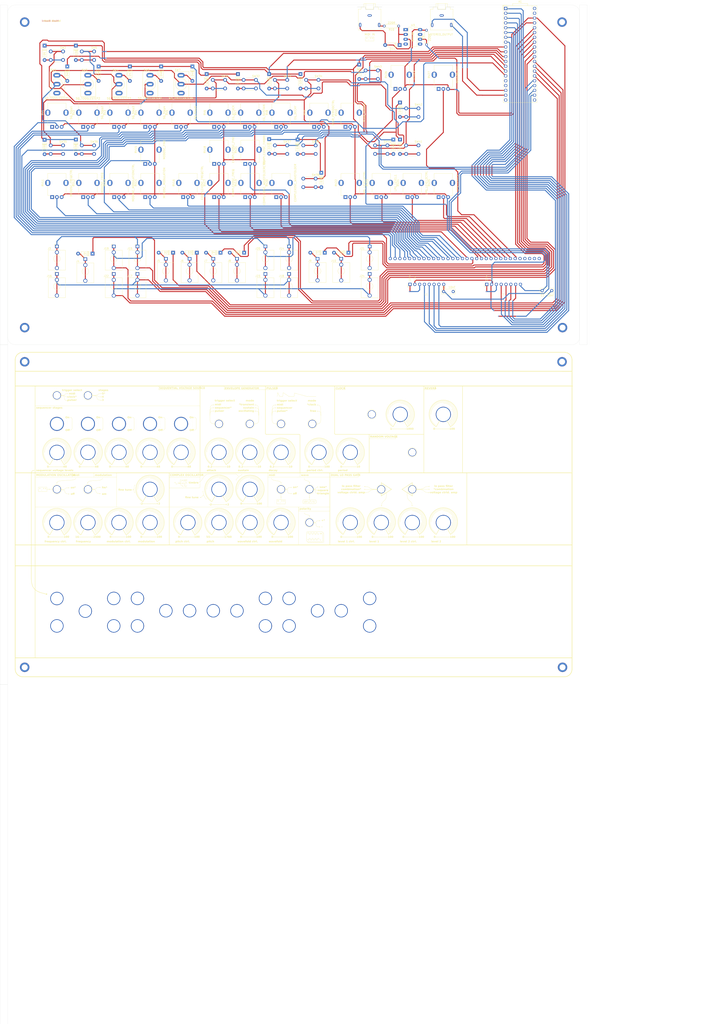
<source format=kicad_pcb>
(kicad_pcb (version 20241229) (generator "pcbnew") (generator_version "9.0")
  (layers (0 "F.Cu" signal) (2 "B.Cu" signal) (13 "F.Paste" user) (15 "B.Paste" user) (5 "F.SilkS" user "F.Silkscreen") (7 "B.SilkS" user "B.Silkscreen") (1 "F.Mask" user) (3 "B.Mask" user) (25 "Edge.Cuts" user))
  (net 0 "")
  (net 1 "MIDI_INPUT")
  (net 2 "MUX1_S3")
  (net 3 "MUX2_S1")
  (net 4 "GND")
  (net 6 "MUX1_SIGNAL")
  (net 7 "Y1")
  (net 8 "MUX1_S0")
  (net 9 "Y4")
  (net 10 "OUT_L")
  (net 11 "MUX2_SIGNAL")
  (net 13 "Y0")
  (net 14 "Y2")
  (net 15 "MUX2_S2")
  (net 16 "Y3")
  (net 17 "MUX2_S3")
  (net 18 "OUT_R")
  (net 19 "MUX1_S2")
  (net 21 "MUX2_S0")
  (net 23 "MUX1_S1")
  (net 24 "Net-(U1-i0)")
  (net 25 "Net-(U1-i1)")
  (net 26 "Net-(U1-i2)")
  (net 27 "Net-(U1-i3)")
  (net 28 "Net-(U1-i4)")
  (net 29 "Net-(U1-i5)")
  (net 30 "Net-(U1-i6)")
  (net 31 "Net-(U1-i7)")
  (net 32 "Net-(U1-i8)")
  (net 33 "Net-(U1-i9)")
  (net 34 "Net-(U1-i10)")
  (net 35 "Net-(U1-i11)")
  (net 36 "Net-(U1-i13)")
  (net 37 "Net-(U1-i14)")
  (net 38 "Net-(U1-i12)")
  (net 39 "Net-(U1-i15)")
  (net 40 "Net-(U2-i0)")
  (net 41 "Net-(U2-i1)")
  (net 42 "Net-(U2-i2)")
  (net 43 "Net-(U2-i3)")
  (net 44 "Net-(U2-i4)")
  (net 45 "Net-(U2-i5)")
  (net 46 "Net-(U2-i6)")
  (net 47 "Net-(U2-i7)")
  (net 48 "Net-(U2-i8)")
  (net 49 "Net-(U2-i9)")
  (net 50 "Net-(D1-A)")
  (net 51 "Net-(D2-A)")
  (net 52 "Net-(D3-A)")
  (net 53 "Net-(D5-A)")
  (net 54 "Net-(D6-A)")
  (net 55 "Net-(D7-A)")
  (net 56 "Net-(D30-A)")
  (net 57 "Net-(D31-A)")
  (net 58 "Net-(D32-A)")
  (net 59 "Net-(D33-A)")
  (net 60 "Net-(D34-A)")
  (net 61 "Net-(D35-A)")
  (net 62 "Net-(D36-A)")
  (net 63 "Net-(D37-A)")
  (net 64 "Net-(D38-A)")
  (net 65 "Net-(D39-A)")
  (net 66 "Net-(D40-A)")
  (net 67 "Net-(D41-A)")
  (net 68 "Net-(D42-A)")
  (net 69 "Net-(D43-A)")
  (net 70 "Net-(D44-K)")
  (net 71 "Net-(D44-A)")
  (net 72 "Net-(J1-PadR)")
  (net 76 "A2")
  (net 77 "B0")
  (net 78 "A1")
  (net 79 "A3")
  (net 80 "A0")
  (net 81 "A4")
  (net 82 "A5")
  (net 83 "A6")
  (net 84 "Net-(D4-A)")
  (net 85 "Net-(D8-A)")
  (net 86 "Net-(D45-A)")
  (net 87 "Net-(D46-A)")
  (net 88 "Net-(D47-A)")
  (net 89 "Net-(D48-A)")
  (net 90 "Net-(D49-A)")
  (net 96 "Net-(U2-i10)")
  (net 97 "Vcc")
  (net 98 "B2")
  (net 99 "B3")
  (net 100 "B1")
  (net 101 "X3")
  (net 102 "X1")
  (net 103 "X2")
  (net 104 "X0")
  (footprint "DIYSynthMNL:Potentiometer_RV09_BigPads" (layer "F.Cu") (at 214.6235 124.2158 90)
    (property "Reference" "RV23")
    (property "Value" "LPG_LEVEL1")
  )
  (footprint "Connector_Audio:Jack_3.5mm_QingPu_WQP-PJ398SM_Vertical_CircularHoles" (layer "F.Cu") (at 45.9973 164.72)
    (property "Reference" "J16")
    (property "Value" "EG_OUTPUT1")
  )
  (footprint "Connector_Audio:Jack_3.5mm_QingPu_WQP-PJ398SM_Vertical_CircularHoles" (layer "F.Cu") (at 210.9973 150.22)
    (property "Reference" "J21")
    (property "Value" "PLSR_OUTPUT3")
  )
  (footprint "DIYSynthMNL:Potentiometer_RV09_BigPads" (layer "F.Cu") (at 43.4973 87.2158 90)
    (property "Reference" "RV1")
    (property "Value" "SQ_Step1")
  )
  (footprint "DIYSynthMNL:DIP-8_W7.62mm_LongPads" (layer "F.Cu") (at 230 35.96)
    (property "Reference" "U3")
    (property "Value" "6N138")
  )
  (footprint "DIYSynthMNL:Potentiometer_RV09_BigPads" (layer "F.Cu") (at 76.2481 124.2158 90)
    (property "Reference" "RV13")
    (property "Value" "MODOSC_MODULATIONCTRL")
  )
  (footprint "DIYSynthMNL:PanelHole_AudioJack_3.5mm" (layer "F.Cu") (at 155.9973 343.7)
    (property "Reference" "REF**" (hide yes))
    (property "Value" "PanelHole_AudioJack_3.5mm" (hide yes))
  )
  (footprint "Connector_Audio:Jack_3.5mm_QingPu_WQP-PJ398SM_Vertical_CircularHoles" (layer "F.Cu") (at 75.9973 164.72)
    (property "Reference" "J22")
    (property "Value" "RNDM_OUTPUT1")
  )
  (footprint "Connector_Audio:Jack_3.5mm_QingPu_WQP-PJ398SM_Vertical_CircularHoles" (layer "F.Cu") (at 128.4973 156.72)
    (property "Reference" "J7")
    (property "Value" "COMPOSC_PITCHCTRL")
  )
  (footprint "DIYSynthMNL:D_4148_BigPads" (layer "F.Cu") (at 173 93.88 -90)
    (property "Reference" "D39")
    (property "Value" "1N4148")
  )
  (footprint "DIYSynthMNL:Potentiometer_RV09_BigPads" (layer "F.Cu") (at 145.3657 124.2158 90)
    (property "Reference" "RV19")
    (property "Value" "COMPLEXOSC_WAVEFOLDERCTRL")
  )
  (footprint "DIYSynthMNL:Potentiometer_RV09_BigPads" (layer "F.Cu") (at 181.7481 87.2158 90)
    (property "Reference" "RV9")
    (property "Value" "PLSR_PERIODCTRL")
  )
  (footprint "Connector_Audio:Jack_3.5mm_QingPu_WQP-PJ398SM_Vertical_CircularHoles" (layer "F.Cu") (at 168.4973 164.72)
    (property "Reference" "J18")
    (property "Value" "EG_OUTPUT3")
  )
  (footprint "DIYSynthMNL:MountingHole_M3_Standoff" (layer "F.Cu") (at 321.5 23)
    (property "Reference" "REF**" (hide yes))
    (property "Value" "MountingHole_M3_Standoff" (hide yes))
  )
  (footprint "DIYSynthMNL:PanelHole_Potentiometer_RV09" (layer "F.Cu") (at 128.9989 266.2158 90)
    (property "Reference" "REF**" (hide yes))
    (property "Value" "PanelHole_Potentiometer_RV09" (hide yes))
  )
  (footprint "DIYSynthMNL:PanelHole_ToggleSwitch_MTS-101" (layer "F.Cu") (at 62.3754 278.2158)
    (property "Reference" "REF**")
    (property "Value" "pushbuttonSwitch_6mm")
  )
  (footprint "PCM_4ms_Experimental_FP:SW_PUSH_6mm_H13mm" (layer "F.Cu") (at 180.7481 64.7158)
    (property "Reference" "SW34")
    (property "Value" "PLSR_MODE")
  )
  (footprint "DIYSynthMNL:D_4148_BigPads" (layer "F.Cu") (at 205.5 54.38 -90)
    (property "Reference" "D43")
    (property "Value" "1N4148")
  )
  (footprint "DIYSynthMNL:PanelHole_Potentiometer_RV09" (layer "F.Cu") (at 247.3673 246.2158 90)
    (property "Reference" "REF**" (hide yes))
    (property "Value" "PanelHole_Potentiometer_RV09" (hide yes))
  )
  (footprint "DIYSynthMNL:PanelHole_Potentiometer_RV09" (layer "F.Cu") (at 198.2481 266.2158 90)
    (property "Reference" "REF**" (hide yes))
    (property "Value" "PanelHole_Potentiometer_RV09" (hide yes))
  )
  (footprint "" (layer "F.Cu") (at 29 32)
    (property "Reference" "")
    (property "Value" "")
  )
  (footprint "DIYSynthMNL:PanelHole_AudioJack_3.5mm" (layer "F.Cu") (at 88.4973 343.7)
    (property "Reference" "REF**" (hide yes))
    (property "Value" "PanelHole_AudioJack_3.5mm" (hide yes))
  )
  (footprint "" (layer "F.Cu") (at 312.5 211)
    (property "Reference" "")
    (property "Value" "")
  )
  (footprint "DIYSynthMNL:PanelHole_ToggleSwitch_MTS-101" (layer "F.Cu") (at 45.9973 243.7158)
    (property "Reference" "REF**")
    (property "Value" "PanelHole_ToggleSwitch_MTS-101")
  )
  (footprint "DIYSynthMNL:PanelHole_ToggleSwitch_MTS-101" (layer "F.Cu") (at 233.5 258.7158)
    (property "Reference" "REF**")
    (property "Value" "pushbuttonSwitch_6mm")
  )
  (footprint "DIYSynthMNL:PanelHole_Potentiometer_RV09" (layer "F.Cu") (at 59.8727 266.2158 90)
    (property "Reference" "REF**" (hide yes))
    (property "Value" "PanelHole_Potentiometer_RV09" (hide yes))
  )
  (footprint "DIYSynthMNL:D_4148_BigPads" (layer "F.Cu") (at 174.5 59.38 -90)
    (property "Reference" "D34")
    (property "Value" "1N4148")
  )
  (footprint "DIYSynthMNL:PanelHole_Potentiometer_RV09" (layer "F.Cu") (at 76.2481 303.2158 90)
    (property "Reference" "REF**" (hide yes))
    (property "Value" "PanelHole_Potentiometer_RV09" (hide yes))
  )
  (footprint "DIYSynthMNL:Potentiometer_RV09_BigPads" (layer "F.Cu") (at 92.6235 87.2158 90)
    (property "Reference" "RV4")
    (property "Value" "SQ_Step4")
  )
  (footprint "DIYSynthMNL:PanelHole_ToggleSwitch_MTS-101" (layer "F.Cu") (at 179.2481 278.2158)
    (property "Reference" "REF**")
    (property "Value" "pushbuttonSwitch_6mm" (hide yes))
  )
  (footprint "DIYSynthMNL:Potentiometer_RV09_BigPads" (layer "F.Cu") (at 247.3716 124.2158 90)
    (property "Reference" "RV25")
    (property "Value" "LPG_LEVEL2")
  )
  (footprint "Connector_Audio:Jack_3.5mm_QingPu_WQP-PJ398SM_Vertical_CircularHoles" (layer "F.Cu") (at 140.9973 156.72)
    (property "Reference" "J8")
    (property "Value" "COMPOSC_WAVEFOLDERCTRL")
  )
  (footprint "DIYSynthMNL:D_4148_BigPads" (layer "F.Cu") (at 132.3073 153.5 180)
    (property "Reference" "D4")
    (property "Value" "1N4148")
  )
  (footprint "DIYSynthMNL:Potentiometer_RV09_BigPads" (layer "F.Cu") (at 145.3727 106.7158 90)
    (property "Reference" "RV21")
    (property "Value" "COMPLEXOSC_TIMBRE")
  )
  (footprint "DIYSynthMNL:PanelHole_Potentiometer_RV09" (layer "F.Cu") (at 92.6235 303.2158 90)
    (property "Reference" "REF**" (hide yes))
    (property "Value" "PanelHole_Potentiometer_RV09" (hide yes))
  )
  (footprint "PCM_4ms_Experimental_FP:SW_PUSH_6mm_H13mm" (layer "F.Cu") (at 45.9973 49.7158)
    (property "Reference" "SW2")
    (property "Value" "SEQ_TRIGGERSELECT")
  )
  (footprint "DIYSynthMNL:PanelHole_Potentiometer_RV09" (layer "F.Cu") (at 145.3657 303.2158 90)
    (property "Reference" "REF**" (hide yes))
    (property "Value" "PanelHole_Potentiometer_RV09" (hide yes))
  )
  (footprint "" (layer "F.Cu") (at 312.75 193)
    (property "Reference" "")
    (property "Value" "")
  )
  (footprint "PCM_4ms_Experimental_FP:SW_PUSH_6mm_H13mm" (layer "F.Cu") (at 45.9973 99.2158)
    (property "Reference" "SW35")
    (property "Value" "MODOSC_MIDITOGGLE")
  )
  (footprint "AXS_LOGO_KICAD:AXS_LOGO_FMASK_20X20" (layer "F.Cu") (at 153.341924 35.920662)
    (property "Reference" "G***" (hide yes))
    (property "Value" "LOGO" (hide yes))
  )
  (footprint "" (layer "F.Cu") (at 29 372)
    (property "Reference" "")
    (property "Value" "")
  )
  (footprint "DIYSynthMNL:PanelHole_Potentiometer_RV09" (layer "F.Cu") (at 145.2481 266.2158 90)
    (property "Reference" "REF**" (hide yes))
    (property "Value" "PanelHole_Potentiometer_RV09" (hide yes))
  )
  (footprint "Connector_Audio:Jack_3.5mm_QingPu_WQP-PJ398SM_Vertical_CircularHoles" (layer "F.Cu") (at 88.4973 164.72)
    (property "Reference" "J17")
    (property "Value" "EG_OUTPUT2")
  )
  (footprint "DIYSynthMNL:Potentiometer_RV09_BigPads" (layer "F.Cu") (at 230.9865 124.2158 90)
    (property "Reference" "RV24")
    (property "Value" "LPG_LEVEL2CTRL")
  )
  (footprint "PCM_4ms_Resistor:R_Axial_DIN0207_L6.3mm_D2.5mm_P7.62mm_Horizontal" (layer "F.Cu") (at 222.5 34.08)
    (property "Reference" "R10")
    (property "Value" "220R")
  )
  (footprint "DIYSynthMNL:PanelHole_ToggleSwitch_MTS-101" (layer "F.Cu") (at 147.7481 243.7158)
    (property "Reference" "REF**" (hide yes))
    (property "Value" "pushbuttonSwitch_6mm")
  )
  (footprint "DIYSynthMNL:D_4148_BigPads" (layer "F.Cu") (at 64.8073 154 180)
    (property "Reference" "D1")
    (property "Value" "1N4148")
  )
  (footprint "CD74HC4067 MUX:CD74HC4067" (layer "F.Cu") (at 281.5 163.3 180)
    (property "Reference" "U2")
    (property "Value" "CD74HC4067")
  )
  (footprint "DIYSynthMNL:PanelHole_AudioJack_3.5mm" (layer "F.Cu") (at 210.9973 329.2)
    (property "Reference" "REF**" (hide yes))
    (property "Value" "PanelHole_AudioJack_3.5mm" (hide yes))
  )
  (footprint "DIYSynthMNL:Potentiometer_RV09_BigPads" (layer "F.Cu") (at 247.3673 67.2158 90)
    (property "Reference" "RV27")
    (property "Value" "REVERB_MIX")
  )
  (footprint "DIYSynthMNL:D_4148_BigPads" (layer "F.Cu") (at 158 93.69 -90)
    (property "Reference" "D37")
    (property "Value" "1N4148")
  )
  (footprint "PCM_4ms_Experimental_FP:SW_PUSH_6mm_H13mm" (layer "F.Cu") (at 212.1181 59.7158)
    (property "Reference" "SW43")
    (property "Value" "CLOCK_SYNCTOGGLE")
  )
  (footprint "DIYSynthMNL:PanelHole_ToggleSwitch_MTS-101" (layer "F.Cu") (at 217.1235 278.2158)
    (property "Reference" "REF**")
    (property "Value" "pushbuttonSwitch_6mm")
  )
  (footprint "PCM_4ms_Experimental_FP:SW_PUSH_6mm_H13mm" (layer "F.Cu") (at 62.3727 49.7158)
    (property "Reference" "SW6")
    (property "Value" "SEQ_STAGES")
  )
  (footprint "DIYSynthMNL:D_4148_BigPads" (layer "F.Cu") (at 185.5 111.38 -90)
    (property "Reference" "D38")
    (property "Value" "1N4148")
  )
  (footprint "DIYSynthMNL:Potentiometer_RV09_BigPads" (layer "F.Cu") (at 108.9989 87.2158 90)
    (property "Reference" "RV5")
    (property "Value" "SQ_Step5")
  )
  (footprint "DIYSynthMNL:Potentiometer_RV09_BigPads" (layer "F.Cu") (at 43.4973 124.2158 90)
    (property "Reference" "RV11")
    (property "Value" "MODOSC_FREQCTRL")
  )
  (footprint "DIYSynthMNL:PanelHole_Potentiometer_RV09" (layer "F.Cu") (at 128.9973 285.7158 90)
    (property "Reference" "REF**" (hide yes))
    (property "Value" "PanelHole_Potentiometer_RV09" (hide yes))
  )
  (footprint "DIYSynthMNL:Potentiometer_RV09_BigPads" (layer "F.Cu") (at 128.9973 106.7158 90)
    (property "Reference" "RV18")
    (property "Value" "COMPLEXOSC_FINE")
  )
  (footprint "DIYSynthMNL:D_4148_BigPads" (layer "F.Cu") (at 223.5 93.88 -90)
    (property "Reference" "D40")
    (property "Value" "1N4148")
  )
  (footprint "DIYSynthMNL:PanelHole_Potentiometer_RV09" (layer "F.Cu") (at 161.7481 303.2158 90)
    (property "Reference" "REF**" (hide yes))
    (property "Value" "PanelHole_Potentiometer_RV09" (hide yes))
  )
  (footprint "DIYSynthMNL:D_4148_BigPads" (layer "F.Cu") (at 56 93.88 -90)
    (property "Reference" "D36")
    (property "Value" "1N4148")
  )
  (footprint "PCM_4ms_Experimental_FP:SW_PUSH_6mm_H13mm" (layer "F.Cu") (at 233.5 79.7158)
    (property "Reference" "SW42")
    (property "Value" "RNDMVOLTAGE_TRIGGERSELECT")
  )
  (footprint "PCM_4ms_Resistor:R_Axial_DIN0207_L6.3mm_D2.5mm_P7.62mm_Horizontal" (layer "F.Cu") (at 241 40.08 -90)
    (property "Reference" "R9")
    (property "Value" "220R")
  )
  (footprint "DIYSynthMNL:PanelHole_ToggleSwitch_MTS-101" (layer "F.Cu") (at 78.7481 243.7158)
    (property "Reference" "REF**")
    (property "Value" "PanelHole_ToggleSwitch_MTS-101")
  )
  (footprint "DIYSynthMNL:D_4148_BigPads" (layer "F.Cu") (at 199.8073 153.5 180)
    (property "Reference" "D8")
    (property "Value" "1N4148")
  )
  (footprint "DIYSynthMNL:PanelHole_ToggleSwitch_MTS-101" (layer "F.Cu") (at 111.4989 243.7158)
    (property "Reference" "REF**")
    (property "Value" "PanelHole_ToggleSwitch_MTS-101")
  )
  (footprint "DIYSynthMNL:Potentiometer_RV09_BigPads" (layer "F.Cu") (at 128.9989 87.2158 90)
    (property "Reference" "RV6")
    (property "Value" "EG_ATTACK")
  )
  (footprint "DIYSynthMNL:PanelHole_AudioJack_3.5mm" (layer "F.Cu") (at 103.4973 335.7)
    (property "Reference" "REF**" (hide yes))
    (property "Value" "PanelHole_AudioJack_3.5mm" (hide yes))
  )
  (footprint "DIYSynthMNL:PanelHole_AudioJack_3.5mm" (layer "F.Cu") (at 183.4973 335.7)
    (property "Reference" "REF**" (hide yes))
    (property "Value" "PanelHole_AudioJack_3.5mm" (hide yes))
  )
  (footprint "DIYSynthMNL:D_4148_BigPads" (layer "F.Cu") (at 101 55.38 -90)
    (property "Reference" "D48")
    (property "Value" "1N4148")
  )
  (footprint "Connector_Audio:Jack_3.5mm_QingPu_WQP-PJ398SM_Vertical_CircularHoles" (layer "F.Cu") (at 195.9973 156.72)
    (property "Reference" "J10")
    (property "Value" "LPG_LEVEL2CTRL")
  )
  (footprint "Connector_Audio:Jack_3.5mm_QingPu_WQP-PJ398SM_Vertical_CircularHoles" (layer "F.Cu") (at 115.9973 156.72)
    (property "Reference" "J6")
    (property "Value" "MODOSC_MODCTRL")
  )
  (footprint "Connector_Audio:Jack_3.5mm_QingPu_WQP-PJ398SM_Vertical_CircularHoles" (layer "F.Cu") (at 75.9973 150.22)
    (property "Reference" "J19")
    (property "Value" "PLSR_OUTPUT1")
  )
  (footprint "DIYSynthMNL:MountingHole_M3_Standoff" (layer "F.Cu") (at 312.75 372)
    (property "Reference" "REF**")
    (property "Value" "MountingHole_M3_Standoff")
  )
  (footprint "Connector_Audio:Jack_3.5mm_QingPu_WQP-PJ398SM_Vertical_CircularHoles" (layer "F.Cu") (at 103.4973 156.72)
    (property "Reference" "J5")
    (property "Value" "MODOSC_FREQCTRL")
  )
  (footprint "DIYSynthMNL:PanelHole_Potentiometer_RV09" (layer "F.Cu") (at 224.6181 246.2158 90)
    (property "Reference" "REF**" (hide yes))
    (property "Value" "PanelHole_Potentiometer_RV09" (hide yes))
  )
  (footprint "Connector_Audio:Jack_3.5mm_QingPu_WQP-PJ398SM_Vertical_CircularHoles" (layer "F.Cu") (at 155.9973 164.72)
    (property "Reference" "J23")
    (property "Value" "RNDM_OUTPUT2")
  )
  (footprint "DIYSynthMNL:PanelHole_AudioJack_3.5mm" (layer "F.Cu") (at 210.9973 343.7)
    (property "Reference" "REF**" (hide yes))
    (property "Value" "PanelHole_AudioJack_3.5mm" (hide yes))
  )
  (footprint "DIYSynthMNL:Potentiometer_RV09_BigPads" (layer "F.Cu") (at 145.2481 87.2158 90)
    (property "Reference" "RV7")
    (property "Value" "EG_SUSTAIN")
  )
  (footprint "DIYSynthMNL:PanelHole_Potentiometer_RV09" (layer "F.Cu") (at 43.4973 303.2158 90)
    (property "Reference" "REF**" (hide yes))
    (property "Value" "PanelHole_Potentiometer_RV09" (hide yes))
  )
  (footprint "DIYSynthMNL:Potentiometer_RV09_BigPads" (layer "F.Cu") (at 224.6181 67.2158 90)
    (property "Reference" "RV26")
    (property "Value" "CLOCK")
  )
  (footprint "Connector_Audio:Jack_3.5mm_QingPu_WQP-PJ398SM_Vertical_CircularHoles" (layer "F.Cu") (at 183.4973 156.72)
    (property "Reference" "J9")
    (property "Value" "LPG_LEVEL1CTRL")
  )
  (footprint "DIYSynthMNL:PanelHole_Potentiometer_RV09" (layer "F.Cu") (at 76.2481 266.2158 90)
    (property "Reference" "REF**" (hide yes))
    (property "Value" "PanelHole_Potentiometer_RV09" (hide yes))
  )
  (footprint "DIYSynthMNL:PanelHole_AudioJack_3.5mm" (layer "F.Cu") (at 75.9973 329.2)
    (property "Reference" "REF**" (hide yes))
    (property "Value" "PanelHole_AudioJack_3.5mm" (hide yes))
  )
  (footprint "DIYSynthMNL:PanelHole_Potentiometer_RV09" (layer "F.Cu") (at 43.5 266.25 90)
    (property "Reference" "REF**" (hide yes))
    (property "Value" "PanelHole_Potentiometer_RV09" (hide yes))
  )
  (footprint "DIYSynthMNL:PanelHole_ToggleSwitch_MTS-101" (layer "F.Cu") (at 62.3727 228.7158)
    (property "Reference" "REF**")
    (property "Value" "pushbuttonSwitch_6mm")
  )
  (footprint "DIYSynthMNL:PanelHole_AudioJack_3.5mm" (layer "F.Cu") (at 155.9973 329.2)
    (property "Reference" "REF**" (hide yes))
    (property "Value" "PanelHole_AudioJack_3.5mm" (hide yes))
  )
  (footprint "Connector_Audio:Jack_3.5mm_CUI_SJ1-3523N_Horizontal" (layer "F.Cu") (at 211 28.5 180)
    (property "Reference" "J1" (hide yes))
    (property "Value" "MIDI IN")
    (fp_line (start 2.2 4.5) (end 6.5 4.5) (stroke (width 0.12)) (layer "Edge.Cuts"))
    (fp_line (start 2.2 3.5) (end 2.2 4.5) (stroke (width 0.12)) (layer "Edge.Cuts"))
    (fp_line (start 1.8 3.1) (end -1.8 3.1) (stroke (width 0.12)) (layer "Edge.Cuts"))
    (fp_line (start -2.2 4.5) (end -6.5 4.5) (stroke (width 0.12)) (layer "Edge.Cuts"))
    (fp_line (start -2.2 3.5) (end -2.2 4.5) (stroke (width 0.12)) (layer "Edge.Cuts"))
    (fp_arc (start 1.8 3.1) (mid 2.082843 3.217157) (end 2.2 3.5) (stroke (width 0.12)) (layer "Edge.Cuts"))
    (fp_arc (start -2.2 3.5) (mid -2.082843 3.217158) (end -1.8 3.1) (stroke (width 0.12)) (layer "Edge.Cuts"))
  )
  (footprint "DIYSynthMNL:Potentiometer_RV09_BigPads" (layer "F.Cu") (at 76.2481 87.2158 90)
    (property "Reference" "RV3")
    (property "Value" "SQ_Step3")
  )
  (footprint "DIYSynthMNL:PanelHole_Potentiometer_RV09" (layer "F.Cu") (at 112.6219 303.2158 90)
    (property "Reference" "REF**" (hide yes))
    (property "Value" "PanelHole_Potentiometer_RV09" (hide yes))
  )
  (footprint "DIYSynthMNL:PanelHole_AudioJack_3.5mm" (layer "F.Cu") (at 46 329.25)
    (property "Reference" "REF**" (hide yes))
    (property "Value" "PanelHole_AudioJack_3.5mm" (hide yes))
  )
  (footprint "DIYSynthMNL:PanelHole_ToggleSwitch_MTS-101" (layer "F.Cu") (at 180.7481 243.7158)
    (property "Reference" "REF**" (hide yes))
    (property "Value" "pushbuttonSwitch_6mm")
  )
  (footprint "DIYSynthMNL:D_4148_BigPads" (layer "F.Cu") (at 56 44.38 -90)
    (property "Reference" "D30")
    (property "Value" "1N4148")
  )
  (footprint "DIYSynthMNL:PanelHole_ToggleSwitch_MTS-101" (layer "F.Cu") (at 62.3727 243.7158)
    (property "Reference" "REF**")
    (property "Value" "PanelHole_ToggleSwitch_MTS-101")
  )
  (footprint "DIYSynthMNL:Potentiometer_RV09_BigPads" (layer "F.Cu") (at 92.6235 124.2158 90)
    (property "Reference" "RV14")
    (property "Value" "MODOSC_MODULATION")
  )
  (footprint "Connector_Audio:Jack_3.5mm_QingPu_WQP-PJ398SM_Vertical_CircularHoles" (layer "F.Cu") (at 45.9973 150.22)
    (property "Reference" "J3")
    (property "Value" "SEQ_OUTPUT1")
  )
  (footprint "DIYSynthMNL:Potentiometer_RV09_BigPads" (layer "F.Cu") (at 128.9973 124.2158 90)
    (property "Reference" "RV17")
    (property "Value" "COMPLEXOSC_FREQ")
  )
  (footprint "DIYSynthMNL:PanelHole_AudioJack_3.5mm" (layer "F.Cu") (at 168.4973 343.7)
    (property "Reference" "REF**" (hide yes))
    (property "Value" "PanelHole_AudioJack_3.5mm" (hide yes))
  )
  (footprint "DIYSynthMNL:PanelHole_Potentiometer_RV09" (layer "F.Cu") (at 145.3727 285.7158 90)
    (property "Reference" "REF**" (hide yes))
    (property "Value" "PanelHole_Potentiometer_RV09" (hide yes))
  )
  (footprint "PCM_4ms_Experimental_FP:SW_PUSH_6mm_H13mm" (layer "F.Cu") (at 217.1235 99.2158)
    (property "Reference" "SW40")
    (property "Value" "LPG_GATE1MODE")
  )
  (footprint "DIYSynthMNL:PanelHole_Potentiometer_RV09" (layer "F.Cu") (at 161.7481 266.2158 90)
    (property "Reference" "REF**" (hide yes))
    (property "Value" "PanelHole_Potentiometer_RV09" (hide yes))
  )
  (footprint "Connector_Audio:Jack_3.5mm_QingPu_WQP-PJ398SM_Vertical_CircularHoles" (layer "F.Cu") (at 155.9973 150.22)
    (property "Reference" "J20")
    (property "Value" "PLSR_OUTPUT2")
  )
  (footprint "PCM_4ms_Experimental_FP:SW_PUSH_6mm_H13mm" (layer "F.Cu") (at 131.4989 64.7158)
    (property "Reference" "SW31")
    (property "Value" "EG_TRIGGERSELECT")
  )
  (footprint "DIYSynthMNL:D_4148_BigPads" (layer "F.Cu") (at 227 74.38 -90)
    (property "Reference" "D42")
    (property "Value" "1N4148")
  )
  (footprint "DIYSynthMNL:Potentiometer_RV09_BigPads" (layer "F.Cu") (at 161.7481 87.2158 90)
    (property "Reference" "RV8")
    (property "Value" "EG_DECAY")
  )
  (footprint "DIYSynthMNL:PanelHole_Potentiometer_RV09" (layer "F.Cu") (at 181.7481 266.2158 90)
    (property "Reference" "REF**" (hide yes))
    (property "Value" "PanelHole_Potentiometer_RV09" (hide yes))
  )
  (footprint "DIYSynthMNL:D_4148_BigPads" (layer "F.Cu") (at 39.5 44.38 -90)
    (property "Reference" "D5")
    (property "Value" "1N4148")
  )
  (footprint "DIYSynthMNL:PanelHole_AudioJack_3.5mm" (layer "F.Cu") (at 168.4973 329.2)
    (property "Reference" "REF**" (hide yes))
    (property "Value" "PanelHole_AudioJack_3.5mm" (hide yes))
  )
  (footprint "DIYSynthMNL:D_4148_BigPads" (layer "F.Cu") (at 107.3073 153.5 180)
    (property "Reference" "D2")
    (property "Value" "1N4148")
  )
  (footprint "DIYSynthMNL:PanelHole_ToggleSwitch_MTS-101" (layer "F.Cu") (at 45.9973 278.2158)
    (property "Reference" "REF**")
    (property "Value" "pushbuttonSwitch_6mm")
  )
  (footprint "DIYSynthMNL:PanelHole_AudioJack_3.5mm" (layer "F.Cu") (at 128.4973 335.7)
    (property "Reference" "REF**" (hide yes))
    (property "Value" "PanelHole_AudioJack_3.5mm" (hide yes))
  )
  (footprint "DIYSynthMNL:D_4148_BigPads" (layer "F.Cu") (at 68 55.38 -90)
    (property "Reference" "D46")
    (property "Value" "1N4148")
  )
  (footprint "DIYSynthMNL:ToggleSwitch_MTS-102_SPDT" (layer "F.Cu") (at 111.4989 64.7158)
    (property "Reference" "SW7")
    (property "Value" "SQ_TOGGLESTEP5")
  )
  (footprint "DIYSynthMNL:Potentiometer_RV09_BigPads" (layer "F.Cu") (at 198.2481 124.2158 90)
    (property "Reference" "RV22")
    (property "Value" "LPG_LEVEL1CTRL")
  )
  (footprint "DIYSynthMNL:D_4148_BigPads" (layer "F.Cu") (at 141.5 59.38 -90)
    (property "Reference" "D32")
    (property "Value" "1N4148")
  )
  (footprint "Connector_Audio:Jack_3.5mm_QingPu_WQP-PJ398SM_Vertical_CircularHoles" (layer "F.Cu") (at 210.9973 164.72)
    (property "Reference" "J24")
    (property "Value" "RNDM_OUTPUT3")
  )
  (footprint "DIYSynthMNL:PanelHole_Potentiometer_RV09" (layer "F.Cu") (at 247.3716 303.2158 90)
    (property "Reference" "REF**" (hide yes))
    (property "Value" "PanelHole_Potentiometer_RV09" (hide yes))
  )
  (footprint "PCM_4ms_Experimental_FP:SW_PUSH_6mm_H13mm" (layer "F.Cu") (at 62.3754 99.2158)
    (property "Reference" "SW36")
    (property "Value" "MODOSC_PITCHTRANGE")
  )
  (footprint "Connector_Audio:Jack_3.5mm_QingPu_WQP-PJ398SM_Vertical_CircularHoles" (layer "F.Cu") (at 60.9973 156.92)
    (property "Reference" "J4")
    (property "Value" "PLSR_PERIODCTRL")
  )
  (footprint "DIYSynthMNL:ToggleSwitch_MTS-102_SPDT" (layer "F.Cu") (at 78.7481 64.7158)
    (property "Reference" "SW4")
    (property "Value" "SQ_TOGGLESTEP3")
  )
  (footprint "DIYSynthMNL:PanelHole_ToggleSwitch_MTS-101" (layer "F.Cu") (at 95.1235 243.7158)
    (property "Reference" "REF**")
    (property "Value" "PanelHole_ToggleSwitch_MTS-101")
  )
  (footprint "DIYSynthMNL:D_4148_BigPads" (layer "F.Cu") (at 125 59.38 -90)
    (property "Reference" "D31")
    (property "Value" "1N4148")
  )
  (footprint "PCM_4ms_Experimental_FP:SW_PUSH_6mm_H13mm" (layer "F.Cu") (at 233.4865 99.2158)
    (property "Reference" "SW41")
    (property "Value" "LPG_GATE2MODE")
  )
  (footprint "PCM_4ms_Experimental_FP:SW_PUSH_6mm_H13mm" (layer "F.Cu") (at 147.7481 64.7158)
    (property "Reference" "SW32")
    (property "Value" "EG_MODESELECT")
  )
  (footprint "DIYSynthMNL:D_4148_BigPads" (layer "F.Cu") (at 119.8073 153.5 180)
    (property "Reference" "D3")
    (property "Value" "1N4148")
  )
  (footprint "Connector_Audio:Jack_3.5mm_QingPu_WQP-PJ398SM_Vertical_CircularHoles" (layer "F.Cu") (at 88.4973 150.22)
    (property "Reference" "J15")
    (property "Value" "SEQ_OUTPUT3")
  )
  (footprint "PCM_4ms_Capacitor:C_Disc_P5.08mm" (layer "F.Cu") (at 304.54 173.5)
    (property "Reference" "C1")
    (property "Value" "10nF")
  )
  (footprint "DIYSynthMNL:PanelHole_ToggleSwitch_MTS-101" (layer "F.Cu") (at 212.1181 238.7158)
    (property "Reference" "REF**")
    (property "Value" "pushbuttonSwitch_6mm")
  )
  (footprint "DIYSynthMNL:Potentiometer_RV09_BigPads" (layer "F.Cu") (at 59.8754 124.2158 90)
    (property "Reference" "RV12")
    (property "Value" "MODOSC_FREQ")
  )
  (footprint "PCM_4ms_Experimental_FP:SW_PUSH_6mm_H13mm" (layer "F.Cu") (at 179.2481 99.2158)
    (property "Reference" "SW39")
    (property "Value" "COMPLEXOSC_WAVETOGGLE")
  )
  (footprint "DIYSynthMNL:Potentiometer_RV09_BigPads" (layer "F.Cu") (at 161.7481 124.2158 90)
    (property "Reference" "RV20")
    (property "Value" "COMPLEXOSC_WAVEFOLDER")
  )
  (footprint "DIYSynthMNL:Potentiometer_RV09_BigPads" (layer "F.Cu") (at 112.6219 124.2158 90)
    (property "Reference" "RV16")
    (property "Value" "COMPLEXOSC_FREQCTRL")
  )
  (footprint "DIYSynthMNL:PanelHole_AudioJack_3.5mm" (layer "F.Cu") (at 45.9973 343.7)
    (property "Reference" "REF**" (hide yes))
    (property "Value" "PanelHole_AudioJack_3.5mm" (hide yes))
  )
  (footprint "Connector_Audio:Jack_3.5mm_CUI_SJ1-3523N_Horizontal" (layer "F.Cu") (at 249 28.5 180)
    (property "Reference" "J2" (hide yes))
    (property "Value" "STEREO_OUTPUT")
    (fp_line (start 2.2 4.5) (end 6.5 4.5) (stroke (width 0.12)) (layer "Edge.Cuts"))
    (fp_line (start 2.2 3.5) (end 2.2 4.5) (stroke (width 0.12)) (layer "Edge.Cuts"))
    (fp_line (start 1.8 3.1) (end -1.8 3.1) (stroke (width 0.12)) (layer "Edge.Cuts"))
    (fp_line (start -2.2 4.5) (end -6.5 4.5) (stroke (width 0.12)) (layer "Edge.Cuts"))
    (fp_line (start -2.2 3.5) (end -2.2 4.5) (stroke (width 0.12)) (layer "Edge.Cuts"))
    (fp_arc (start 1.8 3.1) (mid 2.082843 3.217157) (end 2.2 3.5) (stroke (width 0.12)) (layer "Edge.Cuts"))
    (fp_arc (start -2.2 3.5) (mid -2.082843 3.217158) (end -1.8 3.1) (stroke (width 0.12)) (layer "Edge.Cuts"))
  )
  (footprint "DIYSynthMNL:D_4148_BigPads" (layer "F.Cu") (at 158 59.38 -90)
    (property "Reference" "D33")
    (property "Value" "1N4148")
  )
  (footprint "DIYSynthMNL:PanelHole_ToggleSwitch_MTS-101" (layer "F.Cu") (at 233.4865 278.2158)
    (property "Reference" "REF**")
    (property "Value" "pushbuttonSwitch_6mm")
  )
  (footprint "DIYSynthMNL:PanelHole_AudioJack_3.5mm" (layer "F.Cu") (at 75.9973 343.7)
    (property "Reference" "REF**" (hide yes))
    (property "Value" "PanelHole_AudioJack_3.5mm" (hide yes))
  )
  (footprint "DIYSynthMNL:PanelHole_AudioJack_3.5mm" (layer "F.Cu") (at 195.9973 335.7)
    (property "Reference" "REF**" (hide yes))
    (property "Value" "PanelHole_AudioJack_3.5mm" (hide yes))
  )
  (footprint "PCM_4ms_Experimental_FP:SW_PUSH_6mm_H13mm" (layer "F.Cu") (at 164.2438 99.2158)
    (property "Reference" "SW37")
    (property "Value" "COMPLEXOSC_MIDITOGGLE")
  )
  (footprint "DIYSynthMNL:PanelHole_Potentiometer_RV09" (layer "F.Cu") (at 128.9973 303.2158 90)
    (property "Reference" "REF**" (hide yes))
    (property "Value" "PanelHole_Potentiometer_RV09" (hide yes))
  )
  (footprint "" (layer "F.Cu") (at 29 211)
    (property "Reference" "")
    (property "Value" "")
  )
  (footprint "DIYSynthMNL:PanelHole_ToggleSwitch_MTS-101" (layer "F.Cu") (at 179.2481 295.7158)
    (property "Reference" "REF**" (hide yes))
    (property "Value" "pushbuttonSwitch_6mm" (hide yes))
  )
  (footprint "DIYSynthMNL:PanelHole_AudioJack_3.5mm" (layer "F.Cu") (at 60.9973 335.9)
    (property "Reference" "REF**" (hide yes))
    (property "Value" "PanelHole_AudioJack_3.5mm" (hide yes))
  )
  (footprint "PCM_4ms_Experimental_FP:SW_PUSH_6mm_H13mm" (layer "F.Cu") (at 179.2481 116.7158)
    (property "Reference" "SW38")
    (property "Value" "COMPLEXOSC_POLARITY")
  )
  (footprint "DIYSynthMNL:PanelHole_Potentiometer_RV09" (layer "F.Cu") (at 230.9865 303.2158 90)
    (property "Reference" "REF**" (hide yes))
    (property "Value" "PanelHole_Potentiometer_RV09" (hide yes))
  )
  (footprint "DIYSynthMNL:PanelHole_AudioJack_3.5mm" (layer "F.Cu") (at 88.4973 329.2)
    (property "Reference" "REF**" (hide yes))
    (property "Value" "PanelHole_AudioJack_3.5mm" (hide yes))
  )
  (footprint "DIYSynthMNL:PanelHole_Potentiometer_RV09" (layer "F.Cu") (at 198.2481 303.2158 90)
    (property "Reference" "REF**" (hide yes))
    (property "Value" "PanelHole_Potentiometer_RV09" (hide yes))
  )
  (footprint "DIYSynthMNL:D_4148_BigPads" (layer "F.Cu") (at 226.81 44.08 180)
    (property "Reference" "D44")
    (property "Value" "1N4148")
  )
  (footprint "Connector_Audio:Jack_3.5mm_QingPu_WQP-PJ398SM_Vertical_CircularHoles" (layer "F.Cu") (at 168.4973 150.22)
    (property "Reference" "J14")
    (property "Value" "SEQ_OUTPUT2")
  )
  (footprint "DIYSynthMNL:D_4148_BigPads" (layer "F.Cu") (at 144.8073 153.5 180)
    (property "Reference" "D6")
    (property "Value" "1N4148")
  )
  (footprint "DIYSynthMNL:ToggleSwitch_MTS-102_SPDT" (layer "F.Cu") (at 62.3727 64.7158)
    (property "Reference" "SW3")
    (property "Value" "SQ_TOGGLESTEP2")
  )
  (footprint "DIYSynthMNL:D_4148_BigPads" (layer "F.Cu") (at 39.5 94 -90)
    (property "Reference" "D35")
    (property "Value" "1N4148")
  )
  (footprint "DIYSynthMNL:D_4148_BigPads" (layer "F.Cu") (at 117.5 55.38 -90)
    (property "Reference" "D49")
    (property "Value" "1N4148")
  )
  (footprint "DIYSynthMNL:D_4148_BigPads" (layer "F.Cu") (at 84.5 55.38 -90)
    (property "Reference" "D47")
    (property "Value" "1N4148")
  )
  (footprint "" (layer "F.Cu") (at 29 193)
    (property "Reference" "")
    (property "Value" "")
  )
  (footprint "DIYSynthMNL:ToggleSwitch_MTS-102_SPDT" (layer "F.Cu") (at 45.9973 64.7158)
    (property "Reference" "SW1")
    (property "Value" "SQ_TOGGLESTEP1")
  )
  (footprint "DIYSynthMNL:PanelHole_ToggleSwitch_MTS-101" (layer "F.Cu") (at 164.2438 278.2158)
    (property "Reference" "REF**")
    (property "Value" "pushbuttonSwitch_6mm" (hide yes))
  )
  (footprint "Module:Electrosmith_Daisy_Seed" (layer "F.Cu") (at 282.76 24.8)
    (property "Reference" "A1")
    (property "Value" "Electrosmith_Daisy_Seed_Rev4")
  )
  (footprint "DIYSynthMNL:D_4148_BigPads" (layer "F.Cu") (at 227 93.88 -90)
    (property "Reference" "D41")
    (property "Value" "1N4148")
  )
  (footprint "PCM_4ms_Capacitor:C_Disc_P5.08mm" (layer "F.Cu") (at 252.54 174)
    (property "Reference" "C2")
    (property "Value" "10nF")
  )
  (footprint "CD74HC4067 MUX:CD74HC4067" (layer "F.Cu") (at 240.9973 163.3 180)
    (property "Reference" "U1")
    (property "Value" "CD74HC4067")
  )
  (footprint "DIYSynthMNL:D_4148_BigPads" (layer "F.Cu") (at 51.5 55.38 -90)
    (property "Reference" "D45")
    (property "Value" "1N4148")
  )
  (footprint "DIYSynthMNL:Potentiometer_RV09_BigPads" (layer "F.Cu") (at 59.8727 87.2158 90)
    (property "Reference" "RV2")
    (property "Value" "SQ_Step2")
  )
  (footprint "DIYSynthMNL:PanelHole_ToggleSwitch_MTS-101" (layer "F.Cu") (at 45.9973 228.7158)
    (property "Reference" "REF**")
    (property "Value" "pushbuttonSwitch_6mm")
  )
  (footprint "DIYSynthMNL:PanelHole_Potentiometer_RV09" (layer "F.Cu") (at 214.6235 303.2158 90)
    (property "Reference" "REF**" (hide yes))
    (property "Value" "PanelHole_Potentiometer_RV09" (hide yes))
  )
  (footprint "DIYSynthMNL:PanelHole_Potentiometer_RV09" (layer "F.Cu") (at 108.9989 266.2158 90)
    (property "Reference" "REF**" (hide yes))
    (property "Value" "PanelHole_Potentiometer_RV09" (hide yes))
  )
  (footprint "DIYSynthMNL:D_4148_BigPads" (layer "F.Cu") (at 187.3073 153.5 180)
    (property "Reference" "D7")
    (property "Value" "1N4148")
  )
  (footprint "DIYSynthMNL:PanelHole_Potentiometer_RV09" (layer "F.Cu") (at 92.6235 285.7158 90)
    (property "Reference" "REF**" (hide yes))
    (property "Value" "PanelHole_Potentiometer_RV09" (hide yes))
  )
  (footprint "DIYSynthMNL:PanelHole_Potentiometer_RV09" (layer "F.Cu") (at 59.8754 303.2158 90)
    (property "Reference" "REF**" (hide yes))
    (property "Value" "PanelHole_Potentiometer_RV09" (hide yes))
  )
  (footprint "DIYSynthMNL:PanelHole_AudioJack_3.5mm" (layer "F.Cu") (at 115.9973 335.7)
    (property "Reference" "REF**" (hide yes))
    (property "Value" "PanelHole_AudioJack_3.5mm" (hide yes))
  )
  (footprint "DIYSynthMNL:PanelHole_Potentiometer_RV09" (layer "F.Cu") (at 92.6235 266.2158 90)
    (property "Reference" "REF**" (hide yes))
    (property "Value" "PanelHole_Potentiometer_RV09" (hide yes))
  )
  (footprint "DIYSynthMNL:PanelHole_ToggleSwitch_MTS-101" (layer "F.Cu") (at 131.4989 243.7158)
    (property "Reference" "REF**" (hide yes))
    (property "Value" "pushbuttonSwitch_6mm")
  )
  (footprint "DIYSynthMNL:PanelHole_ToggleSwitch_MTS-101" (layer "F.Cu") (at 164.2481 243.7158)
    (property "Reference" "REF**" (hide yes))
    (property "Value" "pushbuttonSwitch_6mm")
  )
  (footprint "DIYSynthMNL:PanelHole_AudioJack_3.5mm" (layer "F.Cu") (at 140.9973 335.7)
    (property "Reference" "REF**" (hide yes))
    (property "Value" "PanelHole_AudioJack_3.5mm" (hide yes))
  )
  (footprint "DIYSynthMNL:Potentiometer_RV09_BigPads" (layer "F.Cu") (at 198.2481 87.2158 90)
    (property "Reference" "RV10")
    (property "Value" "PLSR_PERIOD")
  )
  (footprint "DIYSynthMNL:Potentiometer_RV09_BigPads" (layer "F.Cu") (at 92.6235 106.7158 90)
    (property "Reference" "RV15")
    (property "Value" "MODOSC_FINE")
  )
  (footprint "DIYSynthMNL:ToggleSwitch_MTS-102_SPDT" (layer "F.Cu") (at 95.1235 64.7158)
    (property "Reference" "SW5")
    (property "Value" "SQ_TOGGLESTEP4")
  )
  (footprint "PCM_4ms_Experimental_FP:SW_PUSH_6mm_H13mm" (layer "F.Cu") (at 164.2481 64.7158)
    (property "Reference" "SW33")
    (property "Value" "PLSR_TRIGGERSELECT")
  )
  (gr_arc (start 111.25 302.2158) (mid 115 288.211634) (end 118.75 302.2158) (stroke (width 0.2)) (layer "F.SilkS"))
  (gr_line (start 34.5 287.5) (end 105.25 287.5) (stroke (width 0.1)) (layer "F.SilkS"))
  (gr_line (start 157.25 269.5) (end 157.25 287.5) (stroke (width 0.1)) (layer "F.SilkS"))
  (gr_line (start 212.75 40.444168) (end 212.5 40.194168) (stroke (width 0.1)) (layer "F.SilkS"))
  (gr_line (start 204.4981 301.9316) (end 200.7481 295.4316) (stroke (width 0.2)) (layer "F.SilkS"))
  (gr_line (start 173.5 287.5) (end 173.5 307.5) (stroke (width 0.1)) (layer "F.SilkS"))
  (gr_arc (start 200.75 252.781388) (mid 206.355288 256.839523) (end 204.25 263.4316) (stroke (width 0.1)) (layer "F.SilkS"))
  (gr_line (start 68.864017 277.2158) (end 68.614017 276.9658) (stroke (width 0.1)) (layer "F.SilkS"))
  (gr_line (start 86.899256 280.022124) (end 87.197104 279.962917) (stroke (width 0.1)) (layer "F.SilkS"))
  (gr_arc (start 200.7481 289.531388) (mid 206.353388 293.589523) (end 204.2481 300.1816) (stroke (width 0.1)) (layer "F.SilkS"))
  (gr_curve (pts (xy 178.25 301.5) (xy 178.25 300.75) (xy 179 300.75) (xy 179 301.5)) (stroke (width 0.1)) (layer "F.SilkS"))
  (gr_line (start 317.75 307.5) (end 24 307.5) (stroke (width 0.3)) (layer "F.SilkS"))
  (gr_arc (start 246.117308 245.215804) (mid 249.867308 231.211638) (end 253.617308 245.215804) (stroke (width 0.2)) (layer "F.SilkS"))
  (gr_line (start 68.864017 280.4658) (end 68.614017 280.2158) (stroke (width 0.1)) (layer "F.SilkS"))
  (gr_line (start 84.25 241.25) (end 84.25 246) (stroke (width 0.1) (type dot)) (layer "F.SilkS"))
  (gr_line (start 113.5 276) (end 114 277) (stroke (width 0.1)) (layer "F.SilkS"))
  (gr_arc (start 58.5 264.5) (mid 62.5 251.745537) (end 66.5 264.5) (stroke (width 0.1)) (layer "F.SilkS"))
  (gr_line (start 52.473759 277.394454) (end 52.223759 277.144454) (stroke (width 0.1)) (layer "F.SilkS"))
  (gr_line (start 38 278.909968) (end 38.25 278.659968) (stroke (width 0.1) (type dot)) (layer "F.SilkS"))
  (gr_circle (center 62.3754 278.2158) (end 64.8781 278.394454) (stroke (width 0.1)) (fill no) (layer "F.SilkS"))
  (gr_circle (center 45.9973 278.2158) (end 48.5 278.394454) (stroke (width 0.1)) (fill no) (layer "F.SilkS"))
  (gr_line (start 233.375 287) (end 233.125 286.75) (stroke (width 0.1)) (layer "F.SilkS"))
  (gr_line (start 28 206) (end 313.75 206) (stroke (width 0.3)) (layer "F.SilkS"))
  (gr_arc (start 205.201664 255.713824) (mid 206.027593 259.560249) (end 204 262.9316) (stroke (width 0.1)) (layer "F.SilkS"))
  (gr_line (start 74.9981 302.2158) (end 78.7481 295.7158) (stroke (width 0.2)) (layer "F.SilkS"))
  (gr_line (start 209.5 40.194168) (end 209.25 40.444168) (stroke (width 0.1)) (layer "F.SilkS"))
  (gr_line (start 217.1235 274.7158) (end 217.1235 281.7158) (stroke (width 0.2)) (layer "F.SilkS"))
  (gr_line (start 115.2489 265.2158) (end 111.4989 258.7158) (stroke (width 0.2)) (layer "F.SilkS"))
  (gr_arc (start 83.545705 259.002406) (mid 83.022182 260.943388) (end 81.75 262.5) (stroke (width 0.1)) (layer "F.SilkS"))
  (gr_line (start 121.5 225.75) (end 99.75 225.75) (stroke (width 0.1)) (layer "F.SilkS"))
  (gr_arc (start 131.4989 252.781388) (mid 137.104188 256.839523) (end 134.9989 263.4316) (stroke (width 0.1)) (layer "F.SilkS"))
  (gr_arc (start 185.75 300.5) (mid 186.103553 300.646447) (end 186.25 301) (stroke (width 0.1)) (layer "F.SilkS"))
  (gr_line (start 182.75 284.25) (end 182.75 285.25) (stroke (width 0.1)) (layer "F.SilkS"))
  (gr_line (start 112.5 275) (end 112.25 275.25) (stroke (width 0.1)) (layer "F.SilkS"))
  (gr_curve (pts (xy 48 228.75) (xy 51.75 228.75) (xy 49 227.75) (xy 51.75 227.75)) (stroke (width 0.1)) (layer "F.SilkS"))
  (gr_arc (start 173.75 249.25) (mid 174.103553 249.396447) (end 174.25 249.75) (stroke (width 0.2)) (layer "F.SilkS"))
  (gr_arc (start 72.296356 295.7158) (mid 81.700299 289.979118) (end 82.4981 300.9658) (stroke (width 0.1)) (layer "F.SilkS"))
  (gr_curve (pts (xy 169.75 277.2158) (xy 166 277.25) (xy 169.5 278.25) (xy 166.25 278.2158)) (stroke (width 0.1)) (layer "F.SilkS"))
  (gr_line (start 113.5 276) (end 113 277) (stroke (width 0.1)) (layer "F.SilkS"))
  (gr_arc (start 227.034756 295.4316) (mid 236.438699 289.694918) (end 237.2365 300.6816) (stroke (width 0.1)) (layer "F.SilkS"))
  (gr_line (start 173.75 249.25) (end 156.5 249.25) (stroke (width 0.2)) (layer "F.SilkS"))
  (gr_circle (center 180.7481 243.7158) (end 183.2508 243.894454) (stroke (width 0.1)) (fill no) (layer "F.SilkS"))
  (gr_line (start 43.488232 278.2158) (end 40.75 278.2158) (stroke (width 0.1)) (layer "F.SilkS"))
  (gr_line (start 164.7438 284.069168) (end 164.4938 284.319168) (stroke (width 0.1)) (layer "F.SilkS"))
  (gr_line (start 111.25 302.2158) (end 115 295.7158) (stroke (width 0.2)) (layer "F.SilkS"))
  (gr_line (start 37 278.034968) (end 37.25 277.784968) (stroke (width 0.1)) (layer "F.SilkS"))
  (gr_line (start 165.125 229.25) (end 163.5 229.25) (stroke (width 0.1)) (layer "F.SilkS"))
  (gr_curve (pts (xy 56 272.25) (xy 56 274.5) (xy 45.5 272.5) (xy 46 275)) (stroke (width 0.1)) (layer "F.SilkS"))
  (gr_arc (start 160.5 302.2158) (mid 164.25 288.211634) (end 168 302.2158) (stroke (width 0.2)) (layer "F.SilkS"))
  (gr_line (start 52.473759 280.644454) (end 52.223759 280.894454) (stroke (width 0.1)) (layer "F.SilkS"))
  (gr_line (start 98.8735 284.7158) (end 95.1235 278.2158) (stroke (width 0.2)) (layer "F.SilkS"))
  (gr_line (start 128.75 236.9658) (end 128.5 237.2158) (stroke (width 0.1)) (layer "F.SilkS"))
  (gr_arc (start 136.295705 278.468206) (mid 135.772182 280.409188) (end 134.5 281.9658) (stroke (width 0.1)) (layer "F.SilkS"))
  (gr_line (start 118.75 302.2158) (end 115 295.7158) (stroke (width 0.2)) (layer "F.SilkS"))
  (gr_line (start 144 302.2158) (end 147.75 295.7158) (stroke (width 0.2)) (layer "F.SilkS"))
  (gr_line (start 124.653104 283.385173) (end 124.897003 283.232238) (stroke (width 0.1)) (layer "F.SilkS"))
  (gr_arc (start 213.3735 301.9316) (mid 217.1235 287.927434) (end 220.8735 301.9316) (stroke (width 0.2)) (layer "F.SilkS"))
  (gr_line (start 150.5 233.75) (end 150.75 234) (stroke (width 0.1)) (layer "F.SilkS"))
  (gr_curve (pts (xy 179.75 304.5) (xy 179.75 305.25) (xy 180.5 305.25) (xy 180.5 304.5)) (stroke (width 0.1)) (layer "F.SilkS"))
  (gr_line (start 134.25 225.75) (end 134.25 223.75) (stroke (width 0.1)) (layer "F.SilkS"))
  (gr_curve (pts (xy 86.705867 278.004958) (xy 86.25 278.004958) (xy 86.75 278.5) (xy 86 278.5)) (stroke (width 0.1)) (layer "F.SilkS"))
  (gr_line (start 169.75 277.2158) (end 169.5 277.4658) (stroke (width 0.1)) (layer "F.SilkS"))
  (gr_curve (pts (xy 219.81175 281.25) (xy 219.81175 285) (xy 217.25 283.75) (xy 217.25 287)) (stroke (width 0.1)) (layer "F.SilkS"))
  (gr_line (start 179.25 283.75) (end 179.25 280.75) (stroke (width 0.1)) (layer "F.SilkS"))
  (gr_arc (start 249.867308 232.815592) (mid 255.472596 236.873727) (end 253.367308 243.465804) (stroke (width 0.1)) (layer "F.SilkS"))
  (gr_arc (start 221.575164 292.463824) (mid 222.401093 296.310249) (end 220.3735 299.6816) (stroke (width 0.1)) (layer "F.SilkS"))
  (gr_circle (center 62.3727 228.7158) (end 64.8754 228.894454) (stroke (width 0.1)) (fill no) (layer "F.SilkS"))
  (gr_line (start 161.5 237) (end 161.25 237.25) (stroke (width 0.1)) (layer "F.SilkS"))
  (gr_line (start 181.125 284.25) (end 181.625 285.25) (stroke (width 0.1)) (layer "F.SilkS"))
  (gr_arc (start 99.919205 295.968206) (mid 99.395682 297.909188) (end 98.1235 299.4658) (stroke (width 0.1)) (layer "F.SilkS"))
  (gr_line (start 179.25 275) (end 179.5 274.75) (stroke (width 0.1)) (layer "F.SilkS"))
  (gr_arc (start 88.671756 295.7158) (mid 98.075699 289.979118) (end 98.8735 300.9658) (stroke (width 0.1)) (layer "F.SilkS"))
  (gr_arc (start 54 246) (mid 53.707107 246.707107) (end 53 247) (stroke (width 0.1)) (layer "F.SilkS"))
  (gr_line (start 239.591691 223.75) (end 239.591691 249.25) (stroke (width 0.2)) (layer "F.SilkS"))
  (gr_line (start 222.5 278.2158) (end 217.1235 281.7158) (stroke (width 0.2)) (layer "F.SilkS"))
  (gr_arc (start 78.75 252.849788) (mid 84.355288 256.907923) (end 82.25 263.5) (stroke (width 0.1)) (layer "F.SilkS"))
  (gr_arc (start 180.2481 264.4316) (mid 184.2481 251.677137) (end 188.2481 264.4316) (stroke (width 0.1)) (layer "F.SilkS"))
  (gr_line (start 239.591691 249.25) (end 210.25 249.25) (stroke (width 0.2)) (layer "F.SilkS"))
  (gr_line (start 242.5 276.7158) (end 242.25 276.4658) (stroke (width 0.1)) (layer "F.SilkS"))
  (gr_line (start 114.5 273) (end 114.5 274) (stroke (width 0.1)) (layer "F.SilkS"))
  (gr_line (start 220.8735 301.9316) (end 217.1235 295.4316) (stroke (width 0.2)) (layer "F.SilkS"))
  (gr_arc (start 125.047156 258.6816) (mid 134.451099 252.944918) (end 135.2489 263.9316) (stroke (width 0.1)) (layer "F.SilkS"))
  (gr_line (start 66.25 265.25) (end 62.5 258.75) (stroke (width 0.2)) (layer "F.SilkS"))
  (gr_line (start 69.5 227.75) (end 69.25 228) (stroke (width 0.1)) (layer "F.SilkS"))
  (gr_line (start 135.2489 265.1816) (end 131.4989 258.6816) (stroke (width 0.2)) (layer "F.SilkS"))
  (gr_line (start 163.7438 285.444168) (end 163.9938 285.194168) (stroke (width 0.1) (type dot)) (layer "F.SilkS"))
  (gr_line (start 51.75 229.5) (end 51.5 229.25) (stroke (width 0.1)) (layer "F.SilkS"))
  (gr_line (start 184.75 298) (end 184.5 297.75) (stroke (width 0.1)) (layer "F.SilkS"))
  (gr_arc (start 86.792893 246) (mid 86.5 246.707107) (end 85.792893 247) (stroke (width 0.1)) (layer "F.SilkS"))
  (gr_line (start 179.25 282.25) (end 179 282.5) (stroke (width 0.1)) (layer "F.SilkS"))
  (gr_arc (start 131.5 289.815588) (mid 137.105288 293.873723) (end 135 300.4658) (stroke (width 0.1)) (layer "F.SilkS"))
  (gr_line (start 113 275.5) (end 113.75 275.5) (stroke (width 0.1)) (layer "F.SilkS"))
  (gr_arc (start 66.951664 255.782224) (mid 67.777593 259.628649) (end 65.75 263) (stroke (width 0.1)) (layer "F.SilkS"))
  (gr_arc (start 178.25 305.75) (mid 177.896447 305.603553) (end 177.75 305.25) (stroke (width 0.1)) (layer "F.SilkS"))
  (gr_arc (start 245.8716 301.1816) (mid 249.8716 288.427137) (end 253.8716 301.1816) (stroke (width 0.1)) (layer "F.SilkS"))
  (gr_arc (start 143.8727 283.9658) (mid 147.8727 271.211337) (end 151.8727 283.9658) (stroke (width 0.1)) (layer "F.SilkS"))
  (gr_circle (center 164.2438 278.2158) (end 166.7465 278.394454) (stroke (width 0.1)) (fill no) (layer "F.SilkS"))
  (gr_line (start 42.119116 278.2158) (end 41.869116 278.4658) (stroke (width 0.1)) (layer "F.SilkS"))
  (gr_arc (start 152.543805 258.934006) (mid 152.020282 260.874988) (end 150.7481 262.4316) (stroke (width 0.1)) (layer "F.SilkS"))
  (gr_line (start 139.9519 270.185547) (end 126 270.185547) (stroke (width 0.1)) (layer "F.SilkS"))
  (gr_arc (start 105.048256 258.75) (mid 114.452199 253.013318) (end 115.25 264) (stroke (width 0.1)) (layer "F.SilkS"))
  (gr_line (start 169.75 280.4658) (end 169.5 280.7158) (stroke (width 0.1)) (layer "F.SilkS"))
  (gr_line (start 164.25 275) (end 164 274.75) (stroke (width 0.1)) (layer "F.SilkS"))
  (gr_arc (start 176.25 285.75) (mid 175.896447 285.603553) (end 175.75 285.25) (stroke (width 0.1)) (layer "F.SilkS"))
  (gr_arc (start 95.1235 289.815588) (mid 100.728788 293.873723) (end 98.6235 300.4658) (stroke (width 0.1)) (layer "F.SilkS"))
  (gr_arc (start 127.5 283.9658) (mid 131.5 271.211337) (end 135.5 283.9658) (stroke (width 0.1)) (layer "F.SilkS"))
  (gr_line (start 161.5 237) (end 161.25 236.75) (stroke (width 0.1)) (layer "F.SilkS"))
  (gr_arc (start 157.796356 258.6816) (mid 167.200299 252.944918) (end 167.9981 263.9316) (stroke (width 0.1)) (layer "F.SilkS"))
  (gr_line (start 197 265.1816) (end 200.75 258.6816) (stroke (width 0.2)) (layer "F.SilkS"))
  (gr_line (start 164.2438 282.174934) (end 164.4938 282.424934) (stroke (width 0.1)) (layer "F.SilkS"))
  (gr_arc (start 50.793005 295.968206) (mid 50.269482 297.909188) (end 48.9973 299.4658) (stroke (width 0.1)) (layer "F.SilkS"))
  (gr_arc (start 135.951664 275.248024) (mid 136.777593 279.094449) (end 134.75 282.4658) (stroke (width 0.1)) (layer "F.SilkS"))
  (gr_line (start 140.5 273.25) (end 140.691335 273.386606) (stroke (width 0.1)) (layer "F.SilkS"))
  (gr_line (start 24 367) (end 317.75 367) (stroke (width 0.3)) (layer "F.SilkS"))
  (gr_arc (start 46 252.849788) (mid 51.605288 256.907923) (end 49.5 263.5) (stroke (width 0.1)) (layer "F.SilkS"))
  (gr_line (start 113.75 275.5) (end 113.75 274.5) (stroke (width 0.1)) (layer "F.SilkS"))
  (gr_arc (start 67.295705 259.002406) (mid 66.772182 260.943388) (end 65.5 262.5) (stroke (width 0.1)) (layer "F.SilkS"))
  (gr_line (start 211.75 40.444168) (end 211.5 40.194168) (stroke (width 0.1)) (layer "F.SilkS"))
  (gr_line (start 51.75 231.5) (end 51.5 231.25) (stroke (width 0.1)) (layer "F.SilkS"))
  (gr_line (start 217.25 287) (end 217.5 286.75) (stroke (width 0.1)) (layer "F.SilkS"))
  (gr_arc (start 196.7481 301.1816) (mid 200.7481 288.427137) (end 204.7481 301.1816) (stroke (width 0.1)) (layer "F.SilkS"))
  (gr_curve (pts (xy 64.25 228.75) (xy 69.5 228.75) (xy 66.25 227.75) (xy 69.5 227.75)) (stroke (width 0.1)) (layer "F.SilkS"))
  (gr_arc (start 91.1235 301.4658) (mid 95.1235 288.711337) (end 99.1235 301.4658) (stroke (width 0.1)) (layer "F.SilkS"))
  (gr_line (start 69.5 231.25) (end 69.25 231) (stroke (width 0.1)) (layer "F.SilkS"))
  (gr_curve (pts (xy 70 272.25) (xy 70 274.75) (xy 62 272.5) (xy 62.25 275)) (stroke (width 0.1)) (layer "F.SilkS"))
  (gr_line (start 165.4938 284.319168) (end 165.7438 284.569168) (stroke (width 0.1)) (layer "F.SilkS"))
  (gr_line (start 110 275) (end 112.5 275) (stroke (width 0.1)) (layer "F.SilkS"))
  (gr_line (start 54 241.25) (end 54 246) (stroke (width 0.1)) (layer "F.SilkS"))
  (gr_line (start 179.375 284.25) (end 180.125 284.25) (stroke (width 0.1)) (layer "F.SilkS"))
  (gr_line (start 150.5 235.25) (end 150.75 235) (stroke (width 0.1)) (layer "F.SilkS"))
  (gr_line (start 245.5 225.75) (end 239.601227 225.75) (stroke (width 0.1)) (layer "F.SilkS"))
  (gr_line (start 242.5 276.7158) (end 242.25 276.9658) (stroke (width 0.1)) (layer "F.SilkS"))
  (gr_arc (start 99.565406 255.737571) (mid 100.391335 259.583996) (end 98.363742 262.955347) (stroke (width 0.1)) (layer "F.SilkS"))
  (gr_line (start 65.5 271.75) (end 65.5 269.5) (stroke (width 0.1)) (layer "F.SilkS"))
  (gr_line (start 51.75 229.5) (end 51.5 229.75) (stroke (width 0.1)) (layer "F.SilkS"))
  (gr_curve (pts (xy 159.5 239.25) (xy 159.5 235.5) (xy 159.75 235.25) (xy 161.5 235.25)) (stroke (width 0.1)) (layer "F.SilkS"))
  (gr_arc (start 111.5 252.849788) (mid 117.105288 256.907923) (end 115 263.5) (stroke (width 0.1)) (layer "F.SilkS"))
  (gr_line (start 77.5 271.75) (end 34.625 271.75) (stroke (width 0.1)) (layer "F.SilkS"))
  (gr_arc (start 144 302.2158) (mid 147.75 288.211634) (end 151.5 302.2158) (stroke (width 0.2)) (layer "F.SilkS"))
  (gr_arc (start 182.75 285.25) (mid 182.603553 285.603553) (end 182.25 285.75) (stroke (width 0.1)) (layer "F.SilkS"))
  (gr_curve (pts (xy 179.75 301.5) (xy 179.75 302.25) (xy 179 302.25) (xy 179 301.5)) (stroke (width 0.1)) (layer "F.SilkS"))
  (gr_line (start 209.5 40.694168) (end 209.75 40.444168) (stroke (width 0.1)) (layer "F.SilkS"))
  (gr_line (start 46 275) (end 46.25 274.75) (stroke (width 0.1)) (layer "F.SilkS"))
  (gr_line (start 183.25 233.7842) (end 183.5 234.0342) (stroke (width 0.1)) (layer "F.SilkS"))
  (gr_line (start 86 278.5) (end 86.25 278.75) (stroke (width 0.1)) (layer "F.SilkS"))
  (gr_arc (start 124.653103 283.385173) (mid 123.552879 281.426991) (end 123 279.25) (stroke (width 0.1)) (layer "F.SilkS"))
  (gr_line (start 208.25 276.75) (end 208.5 277) (stroke (width 0.1)) (layer "F.SilkS"))
  (gr_line (start 253.617308 245.215804) (end 249.867308 238.715804) (stroke (width 0.2)) (layer "F.SilkS"))
  (gr_line (start 210.25 249.25) (end 193 249.25) (stroke (width 0.2)) (layer "F.SilkS"))
  (gr_line (start 178.625 285.25) (end 179.375 285.25) (stroke (width 0.1)) (layer "F.SilkS"))
  (gr_arc (start 41.9973 301.4658) (mid 45.9973 288.711337) (end 49.9973 301.4658) (stroke (width 0.1)) (layer "F.SilkS"))
  (gr_line (start 121.25 274.5) (end 121.276334 274.126051) (stroke (width 0.1)) (layer "F.SilkS"))
  (gr_line (start 208.25 278.25) (end 208.5 278.5) (stroke (width 0.1)) (layer "F.SilkS"))
  (gr_line (start 163.9938 285.194168) (end 163.7438 284.944168) (stroke (width 0.1) (type dot)) (layer "F.SilkS"))
  (gr_line (start 121.5 282.5) (end 121.75 282.25) (stroke (width 0.1)) (layer "F.SilkS"))
  (gr_line (start 69.5 229.5) (end 69.25 229.75) (stroke (width 0.1)) (layer "F.SilkS"))
  (gr_line (start 183.25 233.7842) (end 183.5 233.5342) (stroke (width 0.1)) (layer "F.SilkS"))
  (gr_line (start 198 225.75) (end 192.5 225.75) (stroke (width 0.1)) (layer "F.SilkS"))
  (gr_line (start 212.5 40.194168) (end 212.25 40.444168) (stroke (width 0.1)) (layer "F.SilkS"))
  (gr_arc (start 83.201664 255.782224) (mid 84.027593 259.628649) (end 82 263) (stroke (width 0.1)) (layer "F.SilkS"))
  (gr_arc (start 119.451664 292.748024) (mid 120.277593 296.594449) (end 118.25 299.9658) (stroke (width 0.1)) (layer "F.SilkS"))
  (gr_line (start 162.9938 284.319168) (end 162.7438 284.069168) (stroke (width 0.1)) (layer "F.SilkS"))
  (gr_line (start 161.5 233.75) (end 161.25 233.5) (stroke (width 0.1)) (layer "F.SilkS"))
  (gr_line (start 211.25 40.444168) (end 211.5 40.694168) (stroke (width 0.1)) (layer "F.SilkS"))
  (gr_line (start 38.25 278.659968) (end 38 278.409968) (stroke (width 0.1) (type dot)) (layer "F.SilkS"))
  (gr_line (start 52.473759 277.394454) (end 52.223759 277.644454) (stroke (width 0.1)) (layer "F.SilkS"))
  (gr_arc (start 178.75 306.25) (mid 178.396447 306.103553) (end 178.25 305.75) (stroke (width 0.1)) (layer "F.SilkS"))
  (gr_line (start 181.125 284.25) (end 180.625 285.25) (stroke (width 0.1)) (layer "F.SilkS"))
  (gr_arc (start 111 301.4658) (mid 115 288.711337) (end 119 301.4658) (stroke (width 0.1)) (layer "F.SilkS"))
  (gr_curve (pts (xy 185.25 239.2842) (xy 185.25 234.0342) (xy 185 233.7842) (xy 183.25 233.7842)) (stroke (width 0.1)) (layer "F.SilkS"))
  (gr_line (start 192.5 248.75) (end 192.5 223.75) (stroke (width 0.2)) (layer "F.SilkS"))
  (gr_line (start 37.996921 278.670677) (end 37.996921 278.670677) (stroke (width 0.1)) (layer "F.SilkS"))
  (gr_line (start 37.25 277.784968) (end 37 277.534968) (stroke (width 0.1)) (layer "F.SilkS"))
  (gr_line (start 165.7438 284.069168) (end 165.4938 284.319168) (stroke (width 0.1)) (layer "F.SilkS"))
  (gr_arc (start 66.827064 292.748024) (mid 67.652993 296.594449) (end 65.6254 299.9658) (stroke (width 0.1)) (layer "F.SilkS"))
  (gr_curve (pts (xy 108 275) (xy 108 274.25) (xy 108.75 274.25) (xy 108.75 275)) (stroke (width 0.1)) (layer "F.SilkS"))
  (gr_arc (start 186.25 305.25) (mid 186.103553 305.603553) (end 185.75 305.75) (stroke (width 0.1)) (layer "F.SilkS"))
  (gr_line (start 150.5 233.75) (end 150.75 233.5) (stroke (width 0.1)) (layer "F.SilkS"))
  (gr_line (start 173.5 287.5) (end 173.5 289.75) (stroke (width 0.1)) (layer "F.SilkS"))
  (gr_line (start 86 278.5) (end 86.25 278.25) (stroke (width 0.1)) (layer "F.SilkS"))
  (gr_curve (pts (xy 123.552879 281.426989) (xy 122.013384 281.391462) (xy 123.25 282.5) (xy 121.5 282.5)) (stroke (width 0.1)) (layer "F.SilkS"))
  (gr_line (start 162.7438 284.069168) (end 162.4938 284.319168) (stroke (width 0.1)) (layer "F.SilkS"))
  (gr_line (start 32.5 269.75) (end 32.5 325.25) (stroke (width 0.2)) (layer "F.SilkS"))
  (gr_line (start 228.11 278.2158) (end 233.4865 281.7158) (stroke (width 0.2)) (layer "F.SilkS"))
  (gr_curve (pts (xy 47.973759 278.394454) (xy 51.973759 278.394454) (xy 48.473759 280.644454) (xy 52.473759 280.644454)) (stroke (width 0.1)) (layer "F.SilkS"))
  (gr_line (start 150.5 237) (end 150.75 236.75) (stroke (width 0.1)) (layer "F.SilkS"))
  (gr_arc (start 118.5 240.25) (mid 119.207107 240.542893) (end 119.5 241.25) (stroke (width 0.1)) (layer "F.SilkS"))
  (gr_line (start 121 277.5) (end 105.25 277.5) (stroke (width 0.1)) (layer "F.SilkS"))
  (gr_line (start 178.625 284.25) (end 178.625 285.25) (stroke (width 0.1)) (layer "F.SilkS"))
  (gr_circle (center 164.2481 243.7158) (end 166.7508 243.894454) (stroke (width 0.1)) (fill no) (layer "F.SilkS"))
  (gr_line (start 51.75 231.5) (end 51.5 231.75) (stroke (width 0.1)) (layer "F.SilkS"))
  (gr_line (start 223.368108 245.215804) (end 227.118108 238.715804) (stroke (width 0.2)) (layer "F.SilkS"))
  (gr_line (start 165.125 229.25) (end 165.375 227.25) (stroke (width 0.1)) (layer "F.SilkS"))
  (gr_line (start 164.7438 284.569168) (end 164.9938 284.319168) (stroke (width 0.1)) (layer "F.SilkS"))
  (gr_arc (start 143.9981 265.1816) (mid 147.7481 251.177434) (end 151.4981 265.1816) (stroke (width 0.2)) (layer "F.SilkS"))
  (gr_arc (start 55.923656 295.7158) (mid 65.327599 289.979118) (end 66.1254 300.9658) (stroke (width 0.1)) (layer "F.SilkS"))
  (gr_line (start 164.2438 280.724868) (end 164.2438 283.625) (stroke (width 0.1)) (layer "F.SilkS"))
  (gr_line (start 246.1216 301.9316) (end 249.8716 295.4316) (stroke (width 0.2)) (layer "F.SilkS"))
  (gr_arc (start 233.4865 289.531388) (mid 239.091788 293.589523) (end 236.9865 300.1816) (stroke (width 0.1)) (layer "F.SilkS"))
  (gr_line (start 165.9938 284.319168) (end 165.7438 284.069168) (stroke (width 0.1)) (layer "F.SilkS"))
  (gr_line (start 128.75 236.9658) (end 128.5 236.7158) (stroke (width 0.1)) (layer "F.SilkS"))
  (gr_line (start 150.5 237) (end 150.75 237.25) (stroke (width 0.1)) (layer "F.SilkS"))
  (gr_line (start 49.7473 302.2158) (end 45.9973 295.7158) (stroke (width 0.2)) (layer "F.SilkS"))
  (gr_arc (start 56.048256 258.75) (mid 65.452199 253.013318) (end 66.25 264) (stroke (width 0.1)) (layer "F.SilkS"))
  (gr_line (start 180.4981 265.1816) (end 184.2481 258.6816) (stroke (width 0.2)) (layer "F.SilkS"))
  (gr_circle (center 233.4865 278.2158) (end 235.9892 278.394454) (stroke (width 0.1)) (fill no) (layer "F.SilkS"))
  (gr_line (start 163.7438 284.944168) (end 163.4938 285.194168) (stroke (width 0.1) (type dot)) (layer "F.SilkS"))
  (gr_arc (start 152.668405 278.468206) (mid 152.144882 280.409188) (end 150.8727 281.9658) (stroke (width 0.1)) (layer "F.SilkS"))
  (gr_line (start 112.5 276.5) (end 112.25 276.25) (stroke (width 0.1)) (layer "F.SilkS"))
  (gr_line (start 113 274) (end 113.75 273) (stroke (width 0.1)) (layer "F.SilkS"))
  (gr_arc (start 53 240.25) (mid 53.707107 240.542893) (end 54 241.25) (stroke (width 0.1)) (layer "F.SilkS"))
  (gr_line (start 233.4865 274.7158) (end 233.4865 281.7158) (stroke (width 0.2)) (layer "F.SilkS"))
  (gr_curve (pts (xy 126.75 239.2158) (xy 126.75 237.2158) (xy 127 236.9658) (xy 128.75 236.9658)) (stroke (width 0.1)) (layer "F.SilkS"))
  (gr_curve (pts (xy 235.5 278.2158) (xy 241.5 278.2158) (xy 238.25 276.7158) (xy 242.5 276.7158)) (stroke (width 0.1)) (layer "F.SilkS"))
  (gr_arc (start 160.2481 264.4316) (mid 164.2481 251.677137) (end 168.2481 264.4316) (stroke (width 0.1)) (layer "F.SilkS"))
  (gr_arc (start 217.1235 289.531388) (mid 222.728788 293.589523) (end 220.6235 300.1816) (stroke (width 0.1)) (layer "F.SilkS"))
  (gr_line (start 105.25 287.5) (end 190 287.5) (stroke (width 0.1)) (layer "F.SilkS"))
  (gr_line (start 178.25 300.5) (end 185.75 300.5) (stroke (width 0.1)) (layer "F.SilkS"))
  (gr_arc (start 28 377) (mid 25.171573 375.828427) (end 24 373) (stroke (width 0.3)) (layer "F.SilkS"))
  (gr_arc (start 152.545705 295.968206) (mid 152.022182 297.909188) (end 150.75 299.4658) (stroke (width 0.1)) (layer "F.SilkS"))
  (gr_line (start 177.875 229.25) (end 182.75 229.25) (stroke (width 0.1)) (layer "F.SilkS"))
  (gr_line (start 82.4981 302.2158) (end 78.7481 295.7158) (stroke (width 0.2)) (layer "F.SilkS"))
  (gr_curve (pts (xy 184.75 294.75) (xy 181 294.7842) (xy 184.5 295.7842) (xy 181.25 295.75)) (stroke (width 0.1)) (layer "F.SilkS"))
  (gr_line (start 210.75 41.319168) (end 210.5 41.069168) (stroke (width 0.1) (type dot)) (layer "F.SilkS"))
  (gr_line (start 179.25 292.5) (end 179 292.25) (stroke (width 0.1)) (layer "F.SilkS"))
  (gr_line (start 160.5 302.2158) (end 164.25 295.7158) (stroke (width 0.2)) (layer "F.SilkS"))
  (gr_arc (start 58.6254 302.2158) (mid 62.3754 288.211634) (end 66.1254 302.2158) (stroke (width 0.2)) (layer "F.SilkS"))
  (gr_arc (start 177.796356 258.6816) (mid 187.200299 252.944918) (end 187.9981 263.9316) (stroke (width 0.1)) (layer "F.SilkS"))
  (gr_arc (start 42.2473 302.2158) (mid 45.9973 288.211634) (end 49.7473 302.2158) (stroke (width 0.2)) (layer "F.SilkS"))
  (gr_line (start 58.75 265.25) (end 62.5 258.75) (stroke (width 0.2)) (layer "F.SilkS"))
  (gr_line (start 121.25 274.5) (end 121.602881 274.536868) (stroke (width 0.1)) (layer "F.SilkS"))
  (gr_line (start 77.5 287.5) (end 77.5 269.5) (stroke (width 0.1)) (layer "F.SilkS"))
  (gr_circle (center 212.1181 238.7158) (end 214.6208 238.894454) (stroke (width 0.1)) (fill no) (layer "F.SilkS"))
  (gr_line (start 112.5 273.5) (end 112.25 273.75) (stroke (width 0.1)) (layer "F.SilkS"))
  (gr_line (start 42.119116 278.2158) (end 41.869116 277.9658) (stroke (width 0.1)) (layer "F.SilkS"))
  (gr_line (start 211.5 40.694168) (end 211.75 40.444168) (stroke (width 0.1)) (layer "F.SilkS"))
  (gr_arc (start 85.792893 240.25) (mid 86.5 240.542893) (end 86.792893 241.25) (stroke (width 0.1)) (layer "F.SilkS"))
  (gr_curve (pts (xy 182.75 304.5) (xy 182.75 305.25) (xy 183.5 305.25) (xy 183.5 304.5)) (stroke (width 0.1)) (layer "F.SilkS"))
  (gr_line (start 217.25 287) (end 217 286.75) (stroke (width 0.1)) (layer "F.SilkS"))
  (gr_line (start 177.25 284.25) (end 177.25 285.25) (stroke (width 0.1)) (layer "F.SilkS"))
  (gr_arc (start 243.419856 295.4316) (mid 252.823799 289.694918) (end 253.6216 300.6816) (stroke (width 0.1)) (layer "F.SilkS"))
  (gr_line (start 162 225.75) (end 162 223.75) (stroke (width 0.1)) (layer "F.SilkS"))
  (gr_line (start 126.75 240.9658) (end 126.75 239.2158) (stroke (width 0.1)) (layer "F.SilkS"))
  (gr_arc (start 131.5 272.315588) (mid 137.105288 276.373723) (end 135 282.9658) (stroke (width 0.1)) (layer "F.SilkS"))
  (gr_arc (start 24 210) (mid 25.171573 207.171573) (end 28 206) (stroke (width 0.3)) (layer "F.SilkS"))
  (gr_line (start 99.75 225.75) (end 99.75 223.75) (stroke (width 0.1)) (layer "F.SilkS"))
  (gr_curve (pts (xy 230.79825 281.25) (xy 230.79825 285) (xy 233.5 283.75) (xy 233.375 287)) (stroke (width 0.1)) (layer "F.SilkS"))
  (gr_arc (start 72.298256 258.75) (mid 81.702199 253.013318) (end 82.5 264) (stroke (width 0.1)) (layer "F.SilkS"))
  (gr_line (start 209.75 40.444168) (end 209.5 40.194168) (stroke (width 0.1)) (layer "F.SilkS"))
  (gr_arc (start 91.3735 284.7158) (mid 95.1235 270.711634) (end 98.8735 284.7158) (stroke (width 0.2)) (layer "F.SilkS"))
  (gr_arc (start 135.950564 255.713824) (mid 136.776493 259.560249) (end 134.7489 262.9316) (stroke (width 0.1)) (layer "F.SilkS"))
  (gr_line (start 46 275) (end 45.75 274.75) (stroke (width 0.1)) (layer "F.SilkS"))
  (gr_line (start 237.2365 301.9316) (end 233.4865 295.4316) (stroke (width 0.2)) (layer "F.SilkS"))
  (gr_line (start 162.4938 284.319168) (end 162.7438 284.569168) (stroke (width 0.1)) (layer "F.SilkS"))
  (gr_arc (start 127.75 302.2158) (mid 131.5 288.211634) (end 135.25 302.2158) (stroke (width 0.2)) (layer "F.SilkS"))
  (gr_line (start 178 284.25) (end 178 285.25) (stroke (width 0.1)) (layer "F.SilkS"))
  (gr_line (start 211.5 40.194168) (end 211.25 40.444168) (stroke (width 0.1)) (layer "F.SilkS"))
  (gr_arc (start 69.25 240.25) (mid 69.957107 240.542893) (end 70.25 241.25) (stroke (width 0.1)) (layer "F.SilkS"))
  (gr_arc (start 177.75 301) (mid 177.896447 300.646447) (end 178.25 300.5) (stroke (width 0.1)) (layer "F.SilkS"))
  (gr_line (start 151.6227 284.7158) (end 147.8727 278.2158) (stroke (width 0.2)) (layer "F.SilkS"))
  (gr_line (start 67.75 241.25) (end 67.75 246) (stroke (width 0.1) (type dot)) (layer "F.SilkS"))
  (gr_line (start 113.75 274) (end 114.5 273) (stroke (width 0.1)) (layer "F.SilkS"))
  (gr_line (start 242.5 279.9658) (end 242.25 279.7158) (stroke (width 0.1)) (layer "F.SilkS"))
  (gr_curve (pts (xy 184.25 301.5) (xy 184.25 302.25) (xy 183.5 302.25) (xy 183.5 301.5)) (stroke (width 0.1)) (layer "F.SilkS"))
  (gr_arc (start 229.7365 301.9316) (mid 233.4865 287.927434) (end 237.2365 301.9316) (stroke (width 0.2)) (layer "F.SilkS"))
  (gr_curve (pts (xy 149.75 243.75) (xy 152 243.75) (xy 152.5 243.25) (xy 152.5 241)) (stroke (width 0.1)) (layer "F.SilkS"))
  (gr_line (start 210.496921 41.329877) (end 210.496921 41.329877) (stroke (width 0.1)) (layer "F.SilkS"))
  (gr_line (start 128.75 235.2158) (end 128.5 235.4658) (stroke (width 0.1)) (layer "F.SilkS"))
  (gr_line (start 169.75 277.2158) (end 169.5 276.9658) (stroke (width 0.1)) (layer "F.SilkS"))
  (gr_arc (start 141.296356 258.6816) (mid 150.700299 252.944918) (end 151.4981 263.9316) (stroke (width 0.1)) (layer "F.SilkS"))
  (gr_arc (start 220.666364 238.715804) (mid 230.070307 232.979122) (end 230.868108 243.965804) (stroke (width 0.1)) (layer "F.SilkS"))
  (gr_line (start 87 276.000006) (end 87.305479 276.073736) (stroke (width 0.1)) (layer "F.SilkS"))
  (gr_arc (start 157.798256 295.7158) (mid 167.202199 289.979118) (end 168 300.9658) (stroke (width 0.1)) (layer "F.SilkS"))
  (gr_arc (start 74.9981 302.2158) (mid 78.7481 288.211634) (end 82.4981 302.2158) (stroke (width 0.2)) (layer "F.SilkS"))
  (gr_line (start 114.5 274.5) (end 114.5 275.5) (stroke (width 0.1)) (layer "F.SilkS"))
  (gr_arc (start 115.951664 255.782224) (mid 116.777593 259.628649) (end 114.75 263) (stroke (width 0.1)) (layer "F.SilkS"))
  (gr_circle (center 131.4989 243.7158) (end 134.0016 243.894454) (stroke (width 0.1)) (fill no) (layer "F.SilkS"))
  (gr_arc (start 164.25 289.815588) (mid 169.855288 293.873723) (end 167.75 300.4658) (stroke (width 0.1)) (layer "F.SilkS"))
  (gr_arc (start 39.548256 258.75) (mid 48.952199 253.013318) (end 49.75 264) (stroke (width 0.1)) (layer "F.SilkS"))
  (gr_line (start 198 225.75) (end 198 223.75) (stroke (width 0.1)) (layer "F.SilkS"))
  (gr_curve (pts (xy 152.5 239.25) (xy 152.5 235.5) (xy 152.25 235.25) (xy 150.5 235.25)) (stroke (width 0.1)) (layer "F.SilkS"))
  (gr_arc (start 99.909447 258.957753) (mid 99.385924 260.898735) (end 98.113742 262.455347) (stroke (width 0.1)) (layer "F.SilkS"))
  (gr_line (start 38.75 277.784968) (end 39 278.034968) (stroke (width 0.1)) (layer "F.SilkS"))
  (gr_line (start 183.75 280.5) (end 183.5 280.75) (stroke (width 0.1)) (layer "F.SilkS"))
  (gr_arc (start 249.8716 289.531388) (mid 255.476888 293.589523) (end 253.3716 300.1816) (stroke (width 0.1)) (layer "F.SilkS"))
  (gr_line (start 121.5 271.75) (end 105.25 271.75) (stroke (width 0.1)) (layer "F.SilkS"))
  (gr_line (start 38 278.409968) (end 37.75 278.659968) (stroke (width 0.1) (type dot)) (layer "F.SilkS"))
  (gr_line (start 164.2438 282.174934) (end 163.9938 282.424934) (stroke (width 0.1)) (layer "F.SilkS"))
  (gr_arc (start 91.363742 265.205347) (mid 95.113742 251.201181) (end 98.863742 265.205347) (stroke (width 0.2)) (layer "F.SilkS"))
  (gr_line (start 51.75 227.75) (end 51.5 228) (stroke (width 0.1)) (layer "F.SilkS"))
  (gr_line (start 159.5 241) (end 159.5 239.25) (stroke (width 0.1)) (layer "F.SilkS"))
  (gr_curve (pts (xy 159.25 272.25) (xy 159.25 274.5) (xy 164.5 273) (xy 164.25 275)) (stroke (width 0.1)) (layer "F.SilkS"))
  (gr_line (start 178.75 306.25) (end 186.25 306.25) (stroke (width 0.1)) (layer "F.SilkS"))
  (gr_curve (pts (xy 109.75 274.5) (xy 112 274.5) (xy 110 273) (xy 112 273)) (stroke (width 0.1) (type dot)) (layer "F.SilkS"))
  (gr_circle (center 179.2481 295.7158) (end 181.7508 295.894454) (stroke (width 0.1)) (fill no) (layer "F.SilkS"))
  (gr_line (start 317.75 318.5) (end 24 318.5) (stroke (width 0.3)) (layer "F.SilkS"))
  (gr_line (start 212.25 40.444168) (end 212.5 40.694168) (stroke (width 0.1)) (layer "F.SilkS"))
  (gr_line (start 168 302.2158) (end 164.25 295.7158) (stroke (width 0.2)) (layer "F.SilkS"))
  (gr_line (start 42.25 265.25) (end 46 258.75) (stroke (width 0.2)) (layer "F.SilkS"))
  (gr_line (start 103 241.25) (end 103 246) (stroke (width 0.1)) (layer "F.SilkS"))
  (gr_curve (pts (xy 184.25 304.5) (xy 184.25 303.75) (xy 183.5 303.75) (xy 183.5 304.5)) (stroke (width 0.1)) (layer "F.SilkS"))
  (gr_arc (start 125.048256 278.2158) (mid 134.452199 272.479118) (end 135.25 283.4658) (stroke (width 0.1)) (layer "F.SilkS"))
  (gr_line (start 161.5 235.25) (end 161.25 235.5) (stroke (width 0.1)) (layer "F.SilkS"))
  (gr_arc (start 169.043805 258.934006) (mid 168.520282 260.874988) (end 167.2481 262.4316) (stroke (width 0.1)) (layer "F.SilkS"))
  (gr_line (start 162.5 227.25) (end 163.5 229.25) (stroke (width 0.1)) (layer "F.SilkS"))
  (gr_line (start 186.75 305.75) (end 186.75 301.5) (stroke (width 0.1)) (layer "F.SilkS"))
  (gr_arc (start 245.867308 244.465804) (mid 249.867308 231.711341) (end 253.867308 244.465804) (stroke (width 0.1)) (layer "F.SilkS"))
  (gr_line (start 143.669102 270.383455) (end 143.798796 270.584624) (stroke (width 0.1)) (layer "F.SilkS"))
  (gr_curve (pts (xy 176.5 290.5) (xy 176.5 292) (xy 179.5 291.25) (xy 179.25 292.5)) (stroke (width 0.1)) (layer "F.SilkS"))
  (gr_line (start 317.75 216) (end 24 216) (stroke (width 0.3)) (layer "F.SilkS"))
  (gr_line (start 173.5 289.75) (end 190 289.75) (stroke (width 0.1)) (layer "F.SilkS"))
  (gr_arc (start 86.899256 280.022127) (mid 86.705867 278.004958) (end 87 276) (stroke (width 0.1)) (layer "F.SilkS"))
  (gr_curve (pts (xy 159.5 239.25) (xy 159.5 237.25) (xy 159.75 237) (xy 161.5 237)) (stroke (width 0.1)) (layer "F.SilkS"))
  (gr_arc (start 136.295705 295.968206) (mid 135.772182 297.909188) (end 134.5 299.4658) (stroke (width 0.1)) (layer "F.SilkS"))
  (gr_line (start 74.9981 265.2158) (end 78.7481 258.7158) (stroke (width 0.2)) (layer "F.SilkS"))
  (gr_line (start 253.6216 301.9316) (end 249.8716 295.4316) (stroke (width 0.2)) (layer "F.SilkS"))
  (gr_line (start 162.25 229.25) (end 162.5 227.25) (stroke (width 0.1)) (layer "F.SilkS"))
  (gr_line (start 69.5 227.75) (end 69.25 227.5) (stroke (width 0.1)) (layer "F.SilkS"))
  (gr_line (start 105.25 269.5) (end 105.25 307.5) (stroke (width 0.2)) (layer "F.SilkS"))
  (gr_line (start 40 278.034968) (end 40.25 277.784968) (stroke (width 0.1)) (layer "F.SilkS"))
  (gr_line (start 51.5 241.25) (end 51.5 246) (stroke (width 0.1) (type dot)) (layer "F.SilkS"))
  (gr_line (start 66.1254 302.2158) (end 62.3754 295.7158) (stroke (width 0.2)) (layer "F.SilkS"))
  (gr_curve (pts (xy 181.25 301.5) (xy 181.25 302.25) (xy 180.5 302.25) (xy 180.5 301.5)) (stroke (width 0.1)) (layer "F.SilkS"))
  (gr_curve (pts (xy 48 228.75) (xy 51.75 228.75) (xy 49.25 229.5) (xy 51.75 229.5)) (stroke (width 0.1)) (layer "F.SilkS"))
  (gr_circle (center 147.7481 243.7158) (end 150.2508 243.894454) (stroke (width 0.1)) (fill no) (layer "F.SilkS"))
  (gr_curve (pts (xy 64.25 228.75) (xy 69.25 228.75) (xy 65.25 231.25) (xy 69.5 231.25)) (stroke (width 0.1)) (layer "F.SilkS"))
  (gr_arc (start 141.420956 278.2158) (mid 150.824899 272.479118) (end 151.6227 283.4658) (stroke (width 0.1)) (layer "F.SilkS"))
  (gr_line (start 164.25 275) (end 164.5 274.75) (stroke (width 0.1)) (layer "F.SilkS"))
  (gr_curve (pts (xy 182.75 301.5) (xy 182.75 300.75) (xy 183.5 300.75) (xy 183.5 301.5)) (stroke (width 0.1)) (layer "F.SilkS"))
  (gr_line (start 113 273) (end 113 274) (stroke (width 0.1)) (layer "F.SilkS"))
  (gr_arc (start 193 249.25) (mid 192.646447 249.103553) (end 192.5 248.75) (stroke (width 0.2)) (layer "F.SilkS"))
  (gr_curve (pts (xy 32.5 325.25) (xy 32.5 332.25) (xy 37 332.5) (xy 40.75 333.5)) (stroke (width 0.2)) (layer "F.SilkS"))
  (gr_line (start 121.5 223.75) (end 121.5 269.5) (stroke (width 0.2)) (layer "F.SilkS"))
  (gr_curve (pts (xy 215.25 278.25) (xy 209.25 278.25) (xy 212.5 276.75) (xy 208.25 276.75)) (stroke (width 0.1)) (layer "F.SilkS"))
  (gr_arc (start 67.171105 295.968206) (mid 66.647582 297.909188) (end 65.3754 299.4658) (stroke (width 0.1)) (layer "F.SilkS"))
  (gr_curve (pts (xy 181.25 278.25) (xy 183.25 278.25) (xy 182 277) (xy 183.75 277)) (stroke (width 0.1)) (layer "F.SilkS"))
  (gr_line (start 242.5 279.9658) (end 242.25 280.2158) (stroke (width 0.1)) (layer "F.SilkS"))
  (gr_line (start 208.25 280) (end 208.5 279.75) (stroke (width 0.1)) (layer "F.SilkS"))
  (gr_line (start 178 304.5) (end 184.75 304.5) (stroke (width 0.1) (type dot)) (layer "F.SilkS"))
  (gr_line (start 127.7489 265.1816) (end 131.4989 258.6816) (stroke (width 0.2)) (layer "F.SilkS"))
  (gr_arc (start 99.575164 275.248024) (mid 100.401093 279.094449) (end 98.3735 282.4658) (stroke (width 0.1)) (layer "F.SilkS"))
  (gr_arc (start 91.1235 283.9658) (mid 95.1235 271.211337) (end 99.1235 283.9658) (stroke (width 0.1)) (layer "F.SilkS"))
  (gr_line (start 205 271.75) (end 205 269.5) (stroke (width 0.1)) (layer "F.SilkS"))
  (gr_arc (start 317.75 373) (mid 316.578427 375.828427) (end 313.75 377) (stroke (width 0.3)) (layer "F.SilkS"))
  (gr_line (start 171.125 229.25) (end 171.375 227.5) (stroke (width 0.1)) (layer "F.SilkS"))
  (gr_arc (start 147.75 289.815588) (mid 153.355288 293.873723) (end 151.25 300.4658) (stroke (width 0.1)) (layer "F.SilkS"))
  (gr_line (start 178 301.5) (end 184.75 301.5) (stroke (width 0.1) (type dot)) (layer "F.SilkS"))
  (gr_curve (pts (xy 166.25 278.2158) (xy 169.5 278.2158) (xy 165.75 280.4658) (xy 169.75 280.4658)) (stroke (width 0.1)) (layer "F.SilkS"))
  (gr_line (start 186.25 301) (end 186.25 305.25) (stroke (width 0.1)) (layer "F.SilkS"))
  (gr_arc (start 254.663013 238.96821) (mid 254.13949 240.909192) (end 252.867308 242.465804) (stroke (width 0.1)) (layer "F.SilkS"))
  (gr_line (start 196.9981 301.9316) (end 200.7481 295.4316) (stroke (width 0.2)) (layer "F.SilkS"))
  (gr_line (start 91.3735 302.2158) (end 95.1235 295.7158) (stroke (width 0.2)) (layer "F.SilkS"))
  (gr_line (start 161.5 235.25) (end 161.25 235) (stroke (width 0.1)) (layer "F.SilkS"))
  (gr_arc (start 127.75 284.7158) (mid 131.5 270.711634) (end 135.25 284.7158) (stroke (width 0.2)) (layer "F.SilkS"))
  (gr_curve (pts (xy 182.75 304.5) (xy 182.75 303.75) (xy 182 303.75) (xy 182 304.5)) (stroke (width 0.1)) (layer "F.SilkS"))
  (gr_curve (pts (xy 129.5 243.7158) (xy 127.25 243.7158) (xy 126.75 243.2158) (xy 126.75 240.9658)) (stroke (width 0.1)) (layer "F.SilkS"))
  (gr_curve (pts (xy 159.5 239.25) (xy 159.5 234) (xy 159.75 233.75) (xy 161.5 233.75)) (stroke (width 0.1)) (layer "F.SilkS"))
  (gr_arc (start 108.548256 295.7158) (mid 117.952199 289.979118) (end 118.75 300.9658) (stroke (width 0.1)) (layer "F.SilkS"))
  (gr_line (start 150.5 235.25) (end 150.75 235.5) (stroke (width 0.1)) (layer "F.SilkS"))
  (gr_curve (pts (xy 48 228.75) (xy 51.75 228.75) (xy 48.25 231.5) (xy 51.75 231.5)) (stroke (width 0.1)) (layer "F.SilkS"))
  (gr_arc (start 115 289.815588) (mid 120.605288 293.873723) (end 118.5 300.4658) (stroke (width 0.1)) (layer "F.SilkS"))
  (gr_line (start 107.7489 265.2158) (end 111.4989 258.7158) (stroke (width 0.2)) (layer "F.SilkS"))
  (gr_line (start 224.75 251.5) (end 224.75 249.25) (stroke (width 0.1)) (layer "F.SilkS"))
  (gr_curve (pts (xy 152.5 239.25) (xy 152.5 237.25) (xy 152.25 237) (xy 150.5 237)) (stroke (width 0.1)) (layer "F.SilkS"))
  (gr_line (start 58.6254 302.2158) (end 62.3754 295.7158) (stroke (width 0.2)) (layer "F.SilkS"))
  (gr_line (start 82.4981 265.2158) (end 78.7481 258.7158) (stroke (width 0.2)) (layer "F.SilkS"))
  (gr_line (start 183.75 278.75) (end 183.5 279) (stroke (width 0.1)) (layer "F.SilkS"))
  (gr_arc (start 99.919205 278.468206) (mid 99.395682 280.409188) (end 98.1235 281.9658) (stroke (width 0.1)) (layer "F.SilkS"))
  (gr_line (start 143.9981 265.1816) (end 147.7481 258.6816) (stroke (width 0.2)) (layer "F.SilkS"))
  (gr_line (start 210.75 249.25) (end 210.75 269.5) (stroke (width 0.2)) (layer "F.SilkS"))
  (gr_line (start 40 277.534968) (end 39.75 277.784968) (stroke (width 0.1)) (layer "F.SilkS"))
  (gr_arc (start 186.75 305.75) (mid 186.603553 306.103553) (end 186.25 306.25) (stroke (width 0.1)) (layer "F.SilkS"))
  (gr_line (start 98.863742 265.205347) (end 95.113742 258.705347) (stroke (width 0.2)) (layer "F.SilkS"))
  (gr_line (start 208.25 280) (end 208.5 280.25) (stroke (width 0.1)) (layer "F.SilkS"))
  (gr_line (start 128.75 233.7158) (end 128.5 233.4658) (stroke (width 0.1)) (layer "F.SilkS"))
  (gr_line (start 179.375 285.25) (end 179.375 284.25) (stroke (width 0.1)) (layer "F.SilkS"))
  (gr_arc (start 229.4865 301.1816) (mid 233.4865 288.427137) (end 237.4865 301.1816) (stroke (width 0.1)) (layer "F.SilkS"))
  (gr_arc (start 180.4981 265.1816) (mid 184.2481 251.177434) (end 187.9981 265.1816) (stroke (width 0.2)) (layer "F.SilkS"))
  (gr_arc (start 254.667305 295.684006) (mid 254.143782 297.624988) (end 252.8716 299.1816) (stroke (width 0.1)) (layer "F.SilkS"))
  (gr_curve (pts (xy 181.25 304.5) (xy 181.25 303.75) (xy 180.5 303.75) (xy 180.5 304.5)) (stroke (width 0.1)) (layer "F.SilkS"))
  (gr_curve (pts (xy 109.5 275) (xy 109.5 275.75) (xy 108.75 275.75) (xy 108.75 275)) (stroke (width 0.1)) (layer "F.SilkS"))
  (gr_line (start 176.25 283.75) (end 182.25 283.75) (stroke (width 0.1)) (layer "F.SilkS"))
  (gr_arc (start 74.7481 301.4658) (mid 78.7481 288.711337) (end 82.7481 301.4658) (stroke (width 0.1)) (layer "F.SilkS"))
  (gr_curve (pts (xy 181.25 301.5) (xy 181.25 300.75) (xy 182 300.75) (xy 182 301.5)) (stroke (width 0.1)) (layer "F.SilkS"))
  (gr_line (start 162 225.75) (end 134.25 225.75) (stroke (width 0.1)) (layer "F.SilkS"))
  (gr_arc (start 45.9973 289.815588) (mid 51.602588 293.873723) (end 49.4973 300.4658) (stroke (width 0.1)) (layer "F.SilkS"))
  (gr_arc (start 102 240.25) (mid 102.707107 240.542893) (end 103 241.25) (stroke (width 0.1)) (layer "F.SilkS"))
  (gr_line (start 185.25 241.0342) (end 185.25 239.2842) (stroke (width 0.1)) (layer "F.SilkS"))
  (gr_arc (start 62.3754 289.815588) (mid 67.980688 293.873723) (end 65.8754 300.4658) (stroke (width 0.1)) (layer "F.SilkS"))
  (gr_arc (start 205.545705 258.934006) (mid 205.022182 260.874988) (end 203.75 262.4316) (stroke (width 0.1)) (layer "F.SilkS"))
  (gr_arc (start 42.25 265.25) (mid 46 251.245834) (end 49.75 265.25) (stroke (width 0.2)) (layer "F.SilkS"))
  (gr_curve (pts (xy 126.75 239.2158) (xy 126.75 235.4658) (xy 127 235.2158) (xy 128.75 235.2158)) (stroke (width 0.1)) (layer "F.SilkS"))
  (gr_arc (start 119.795705 295.968206) (mid 119.272182 297.909188) (end 118 299.4658) (stroke (width 0.1)) (layer "F.SilkS"))
  (gr_line (start 246.117308 245.215804) (end 249.867308 238.715804) (stroke (width 0.2)) (layer "F.SilkS"))
  (gr_arc (start 70.25 246) (mid 69.957107 246.707107) (end 69.25 247) (stroke (width 0.1)) (layer "F.SilkS"))
  (gr_arc (start 99.575164 292.748024) (mid 100.401093 296.594449) (end 98.3735 299.9658) (stroke (width 0.1)) (layer "F.SilkS"))
  (gr_line (start 24 373) (end 24 210) (stroke (width 0.3)) (layer "F.SilkS"))
  (gr_arc (start 152.324364 275.248024) (mid 153.150293 279.094449) (end 151.1227 282.4658) (stroke (width 0.1)) (layer "F.SilkS"))
  (gr_arc (start 121.5 277) (mid 121.353553 277.353553) (end 121 277.5) (stroke (width 0.1)) (layer "F.SilkS"))
  (gr_arc (start 194.298256 258.6816) (mid 203.702199 252.944918) (end 204.5 263.9316) (stroke (width 0.1)) (layer "F.SilkS"))
  (gr_arc (start 147.7481 252.781388) (mid 153.353388 256.839523) (end 151.2481 263.4316) (stroke (width 0.1)) (layer "F.SilkS"))
  (gr_arc (start 197 265.1816) (mid 200.75 251.177434) (end 204.5 265.1816) (stroke (width 0.2)) (layer "F.SilkS"))
  (gr_line (start 37.75 278.659968) (end 38 278.909968) (stroke (width 0.1) (type dot)) (layer "F.SilkS"))
  (gr_line (start 180.125 284.25) (end 180.125 285.25) (stroke (width 0.1)) (layer "F.SilkS"))
  (gr_arc (start 189.043805 258.934006) (mid 188.520282 260.874988) (end 187.2481 262.4316) (stroke (width 0.1)) (layer "F.SilkS"))
  (gr_curve (pts (xy 185.25 239.2842) (xy 185.25 237.2842) (xy 185 237.0342) (xy 183.25 237.0342)) (stroke (width 0.1)) (layer "F.SilkS"))
  (gr_line (start 242.5 278.2158) (end 242.25 277.9658) (stroke (width 0.1)) (layer "F.SilkS"))
  (gr_line (start 62.25 275) (end 62 274.75) (stroke (width 0.1)) (layer "F.SilkS"))
  (gr_line (start 160.4981 265.1816) (end 164.2481 258.6816) (stroke (width 0.2)) (layer "F.SilkS"))
  (gr_line (start 176.5 285.25) (end 177.25 284.25) (stroke (width 0.1)) (layer "F.SilkS"))
  (gr_line (start 62.25 275) (end 62.5 274.75) (stroke (width 0.1)) (layer "F.SilkS"))
  (gr_arc (start 58.75 265.25) (mid 62.5 251.245834) (end 66.25 265.25) (stroke (width 0.2)) (layer "F.SilkS"))
  (gr_line (start 135.25 284.7158) (end 131.5 278.2158) (stroke (width 0.2)) (layer "F.SilkS"))
  (gr_arc (start 78.7481 289.815588) (mid 84.353388 293.873723) (end 82.2481 300.4658) (stroke (width 0.1)) (layer "F.SilkS"))
  (gr_curve (pts (xy 179.75 301.5) (xy 179.75 300.75) (xy 180.5 300.75) (xy 180.5 301.5)) (stroke (width 0.1)) (layer "F.SilkS"))
  (gr_line (start 239.591691 269.5) (end 239.591691 249.25) (stroke (width 0.2)) (layer "F.SilkS"))
  (gr_line (start 165.7438 284.569168) (end 165.9938 284.319168) (stroke (width 0.1)) (layer "F.SilkS"))
  (gr_line (start 229.7365 301.9316) (end 233.4865 295.4316) (stroke (width 0.2)) (layer "F.SilkS"))
  (gr_arc (start 182.25 283.75) (mid 182.603553 283.896447) (end 182.75 284.25) (stroke (width 0.1)) (layer "F.SilkS"))
  (gr_arc (start 210.671756 295.4316) (mid 220.075699 289.694918) (end 220.8735 300.6816) (stroke (width 0.1)) (layer "F.SilkS"))
  (gr_curve (pts (xy 181.25 278.25) (xy 183.25 278.25) (xy 182 278.75) (xy 183.75 278.75)) (stroke (width 0.1)) (layer "F.SilkS"))
  (gr_arc (start 127.4989 264.4316) (mid 131.4989 251.677137) (end 135.4989 264.4316) (stroke (width 0.1)) (layer "F.SilkS"))
  (gr_line (start 312.5 216) (end 317.75 216) (stroke (width 0.1)) (layer "F.SilkS"))
  (gr_line (start 233.375 287) (end 233.625 286.75) (stroke (width 0.1)) (layer "F.SilkS"))
  (gr_arc (start 237.938164 292.463824) (mid 238.764093 296.310249) (end 236.7365 299.6816) (stroke (width 0.1)) (layer "F.SilkS"))
  (gr_arc (start 140.5 273.25) (mid 141.909736 271.623461) (end 143.669102 270.383455) (stroke (width 0.1)) (layer "F.SilkS"))
  (gr_curve (pts (xy 178.25 304.5) (xy 178.25 305.25) (xy 179 305.25) (xy 179 304.5)) (stroke (width 0.1)) (layer "F.SilkS"))
  (gr_curve (pts (xy 68.864017 277.2158) (xy 64.864017 277.2158) (xy 68.614017 278.2158) (xy 64.364017 278.2158)) (stroke (width 0.1)) (layer "F.SilkS"))
  (gr_arc (start 221.919205 295.684006) (mid 221.395682 297.624988) (end 220.1235 299.1816) (stroke (width 0.1)) (layer "F.SilkS"))
  (gr_line (start 91.3735 284.7158) (end 95.1235 278.2158) (stroke (width 0.2)) (layer "F.SilkS"))
  (gr_line (start 98.8735 302.2158) (end 95.1235 295.7158) (stroke (width 0.2)) (layer "F.SilkS"))
  (gr_line (start 40.75 333.5) (end 40.5 333) (stroke (width 0.2)) (layer "F.SilkS"))
  (gr_line (start 42.2473 302.2158) (end 45.9973 295.7158) (stroke (width 0.2)) (layer "F.SilkS"))
  (gr_line (start 318 223.75) (end 24.25 223.75) (stroke (width 0.3)) (layer "F.SilkS"))
  (gr_line (start 183.75 277) (end 183.5 276.75) (stroke (width 0.1)) (layer "F.SilkS"))
  (gr_arc (start 238.282205 295.684006) (mid 237.758682 297.624988) (end 236.4865 299.1816) (stroke (width 0.1)) (layer "F.SilkS"))
  (gr_line (start 213.3735 301.9316) (end 217.1235 295.4316) (stroke (width 0.2)) (layer "F.SilkS"))
  (gr_line (start 37 277.534968) (end 36.75 277.784968) (stroke (width 0.1)) (layer "F.SilkS"))
  (gr_line (start 157.25 271.75) (end 205 271.75) (stroke (width 0.1)) (layer "F.SilkS"))
  (gr_line (start 163.740721 285.204877) (end 163.740721 285.204877) (stroke (width 0.1)) (layer "F.SilkS"))
  (gr_line (start 156 248.75) (end 156 223.75) (stroke (width 0.2)) (layer "F.SilkS"))
  (gr_circle (center 45.9973 228.7158) (end 48.5 228.894454) (stroke (width 0.1)) (fill no) (layer "F.SilkS"))
  (gr_line (start 113 274.5) (end 113 275.5) (stroke (width 0.1)) (layer "F.SilkS"))
  (gr_line (start 171.375 227.5) (end 177.875 229.25) (stroke (width 0.1)) (layer "F.SilkS"))
  (gr_line (start 127.75 302.2158) (end 131.5 295.7158) (stroke (width 0.2)) (layer "F.SilkS"))
  (gr_arc (start 107.744824 265.2158) (mid 111.494824 251.211634) (end 115.244824 265.2158) (stroke (width 0.2)) (layer "F.SilkS"))
  (gr_arc (start 42 264.5) (mid 46 251.745537) (end 50 264.5) (stroke (width 0.1)) (layer "F.SilkS"))
  (gr_line (start 177.25 285.25) (end 178 284.25) (stroke (width 0.1)) (layer "F.SilkS"))
  (gr_line (start 135.25 302.2158) (end 131.5 295.7158) (stroke (width 0.2)) (layer "F.SilkS"))
  (gr_line (start 91.363742 265.205347) (end 95.113742 258.705347) (stroke (width 0.2)) (layer "F.SilkS"))
  (gr_line (start 164.4938 284.319168) (end 164.7438 284.569168) (stroke (width 0.1)) (layer "F.SilkS"))
  (gr_curve (pts (xy 179.75 304.5) (xy 179.75 303.75) (xy 179 303.75) (xy 179 304.5)) (stroke (width 0.1)) (layer "F.SilkS"))
  (gr_arc (start 243.415564 238.715804) (mid 252.819507 232.979122) (end 253.617308 243.965804) (stroke (width 0.1)) (layer "F.SilkS"))
  (gr_line (start 183.75 278.75) (end 183.5 278.5) (stroke (width 0.1)) (layer "F.SilkS"))
  (gr_line (start 164.9938 284.319168) (end 164.7438 284.069168) (stroke (width 0.1)) (layer "F.SilkS"))
  (gr_curve (pts (xy 182.75 301.5) (xy 182.75 302.25) (xy 182 302.25) (xy 182 301.5)) (stroke (width 0.1)) (layer "F.SilkS"))
  (gr_rect (start 161.9938 283.625) (end 166.4938 285.875) (stroke (width 0.1)) (fill no) (layer "F.SilkS"))
  (gr_arc (start 160.4981 265.1816) (mid 164.2481 251.177434) (end 167.9981 265.1816) (stroke (width 0.2)) (layer "F.SilkS"))
  (gr_arc (start 91.113742 264.455347) (mid 95.113742 251.700884) (end 99.113742 264.455347) (stroke (width 0.1)) (layer "F.SilkS"))
  (gr_curve (pts (xy 181.25 278.25) (xy 183.25 278.25) (xy 181.5 280.5) (xy 183.75 280.5)) (stroke (width 0.1)) (layer "F.SilkS"))
  (gr_arc (start 246.1216 301.9316) (mid 249.8716 287.927434) (end 253.6216 301.9316) (stroke (width 0.2)) (layer "F.SilkS"))
  (gr_line (start 179.25 292.5) (end 179.5 292.25) (stroke (width 0.1)) (layer "F.SilkS"))
  (gr_line (start 215.25 278.25) (end 208.25 278.25) (stroke (width 0.1)) (layer "F.SilkS"))
  (gr_line (start 217.1235 274.7158) (end 222.5 278.2158) (stroke (width 0.2)) (layer "F.SilkS"))
  (gr_line (start 313.75 377) (end 28 377) (stroke (width 0.3)) (layer "F.SilkS"))
  (gr_arc (start 103 246) (mid 102.707107 246.707107) (end 102 247) (stroke (width 0.1)) (layer "F.SilkS"))
  (gr_curve (pts (xy 181.25 304.5) (xy 181.25 305.25) (xy 182 305.25) (xy 182 304.5)) (stroke (width 0.1)) (layer "F.SilkS"))
  (gr_curve (pts (xy 139.9519 270.185547) (xy 140.792491 270.149174) (xy 141.185751 270.647773) (xy 141.701906 271.33949)) (stroke (width 0.1)) (layer "F.SilkS"))
  (gr_line (start 54 271.75) (end 54 269.5) (stroke (width 0.1)) (layer "F.SilkS"))
  (gr_line (start 114 277) (end 114.5 276) (stroke (width 0.1)) (layer "F.SilkS"))
  (gr_arc (start 74.999999 265.2158) (mid 78.749999 251.211634) (end 82.499999 265.2158) (stroke (width 0.2)) (layer "F.SilkS"))
  (gr_line (start 184.75 294.75) (end 184.5 295) (stroke (width 0.1)) (layer "F.SilkS"))
  (gr_arc (start 169.045705 295.968206) (mid 168.522182 297.909188) (end 167.25 299.4658) (stroke (width 0.1)) (layer "F.SilkS"))
  (gr_line (start 128.75 233.7158) (end 128.5 233.9658) (stroke (width 0.1)) (layer "F.SilkS"))
  (gr_line (start 210.5 41.069168) (end 210.25 41.319168) (stroke (width 0.1) (type dot)) (layer "F.SilkS"))
  (gr_arc (start 88.661998 258.705347) (mid 98.065941 252.968665) (end 98.863742 263.955347) (stroke (width 0.1)) (layer "F.SilkS"))
  (gr_arc (start 136.294605 258.934006) (mid 135.771082 260.874988) (end 134.4989 262.4316) (stroke (width 0.1)) (layer "F.SilkS"))
  (gr_curve (pts (xy 52.473759 277.394454) (xy 48.473759 277.394454) (xy 52.223759 278.394454) (xy 47.973759 278.394454)) (stroke (width 0.1)) (layer "F.SilkS"))
  (gr_arc (start 196.75 264.4316) (mid 200.75 251.677137) (end 204.75 264.4316) (stroke (width 0.1)) (layer "F.SilkS"))
  (gr_arc (start 227.118108 232.815592) (mid 232.723396 236.873727) (end 230.618108 243.465804) (stroke (width 0.1)) (layer "F.SilkS"))
  (gr_arc (start 141.298256 295.7158) (mid 150.702199 289.979118) (end 151.5 300.9658) (stroke (width 0.1)) (layer "F.SilkS"))
  (gr_arc (start 205.543805 295.684006) (mid 205.020282 297.624988) (end 203.7481 299.1816) (stroke (width 0.1)) (layer "F.SilkS"))
  (gr_line (start 69.5 229.5) (end 69.25 229.25) (stroke (width 0.1)) (layer "F.SilkS"))
  (gr_curve (pts (xy 152.5 239.25) (xy 152.5 234) (xy 152.25 233.75) (xy 150.5 233.75)) (stroke (width 0.1)) (layer "F.SilkS"))
  (gr_line (start 52.473759 280.644454) (end 52.223759 280.394454) (stroke (width 0.1)) (layer "F.SilkS"))
  (gr_line (start 182.25 285.75) (end 176.25 285.75) (stroke (width 0.1)) (layer "F.SilkS"))
  (gr_line (start 117.5 241.25) (end 117.5 246) (stroke (width 0.1) (type dot)) (layer "F.SilkS"))
  (gr_arc (start 83.543805 295.968206) (mid 83.020282 297.909188) (end 81.7481 299.4658) (stroke (width 0.1)) (layer "F.SilkS"))
  (gr_line (start 262.25 269.5) (end 262.25 307.5) (stroke (width 0.2)) (layer "F.SilkS"))
  (gr_line (start 68.864017 277.2158) (end 68.614017 277.4658) (stroke (width 0.1)) (layer "F.SilkS"))
  (gr_line (start 68.864017 280.4658) (end 68.614017 280.7158) (stroke (width 0.1)) (layer "F.SilkS"))
  (gr_arc (start 186.25 301) (mid 186.603553 301.146447) (end 186.75 301.5) (stroke (width 0.1)) (layer "F.SilkS"))
  (gr_arc (start 127.7489 265.1816) (mid 131.4989 251.177434) (end 135.2489 265.1816) (stroke (width 0.2)) (layer "F.SilkS"))
  (gr_line (start 49.75 265.25) (end 46 258.75) (stroke (width 0.2)) (layer "F.SilkS"))
  (gr_arc (start 116.295705 259.002406) (mid 115.772182 260.943388) (end 114.5 262.5) (stroke (width 0.1)) (layer "F.SilkS"))
  (gr_line (start 112.5 276.5) (end 112.25 276.75) (stroke (width 0.1)) (layer "F.SilkS"))
  (gr_line (start 144.1227 284.7158) (end 147.8727 278.2158) (stroke (width 0.2)) (layer "F.SilkS"))
  (gr_line (start 39 277.534968) (end 38.75 277.784968) (stroke (width 0.1)) (layer "F.SilkS"))
  (gr_arc (start 119.5 246) (mid 119.207107 246.707107) (end 118.5 247) (stroke (width 0.1)) (layer "F.SilkS"))
  (gr_line (start 179.25 282.25) (end 179.5 282.5) (stroke (width 0.1)) (layer "F.SilkS"))
  (gr_arc (start 88.671756 278.2158) (mid 98.075699 272.479118) (end 98.8735 283.4658) (stroke (width 0.1)) (layer "F.SilkS"))
  (gr_arc (start 144.1227 284.7158) (mid 147.8727 270.711634) (end 151.6227 284.7158) (stroke (width 0.2)) (layer "F.SilkS"))
  (gr_arc (start 164.2481 252.781388) (mid 169.853388 256.839523) (end 167.7481 263.4316) (stroke (width 0.1)) (layer "F.SilkS"))
  (gr_circle (center 179.2481 278.2158) (end 181.7508 278.394454) (stroke (width 0.1)) (fill no) (layer "F.SilkS"))
  (gr_line (start 34.5 234.25) (end 121.5 234.25) (stroke (width 0.1)) (layer "F.SilkS"))
  (gr_curve (pts (xy 64.364017 278.2158) (xy 68.364017 278.2158) (xy 64.864017 280.4658) (xy 68.864017 280.4658)) (stroke (width 0.1)) (layer "F.SilkS"))
  (gr_line (start 112.5 275) (end 112.25 274.75) (stroke (width 0.1)) (layer "F.SilkS"))
  (gr_arc (start 194.296356 295.4316) (mid 203.700299 289.694918) (end 204.4981 300.6816) (stroke (width 0.1)) (layer "F.SilkS"))
  (gr_arc (start 231.569772 235.748028) (mid 232.395701 239.594453) (end 230.368108 242.965804) (stroke (width 0.1)) (layer "F.SilkS"))
  (gr_line (start 179.25 275) (end 179 274.75) (stroke (width 0.1)) (layer "F.SilkS"))
  (gr_line (start 187.9981 265.1816) (end 184.2481 258.6816) (stroke (width 0.2)) (layer "F.SilkS"))
  (gr_arc (start 254.323264 292.463824) (mid 255.149193 296.310249) (end 253.1216 299.6816) (stroke (width 0.1)) (layer "F.SilkS"))
  (gr_line (start 317.75 210) (end 317.75 373) (stroke (width 0.3)) (layer "F.SilkS"))
  (gr_arc (start 95.113742 252.805135) (mid 100.71903 256.86327) (end 98.613742 263.455347) (stroke (width 0.1)) (layer "F.SilkS"))
  (gr_line (start 208.25 278.25) (end 208.5 278) (stroke (width 0.1)) (layer "F.SilkS"))
  (gr_arc (start 58.3754 301.4658) (mid 62.3754 288.711337) (end 66.3754 301.4658) (stroke (width 0.1)) (layer "F.SilkS"))
  (gr_line (start 128.75 235.2158) (end 128.5 234.9658) (stroke (width 0.1)) (layer "F.SilkS"))
  (gr_line (start 121.5 275) (end 121.5 277) (stroke (width 0.1)) (layer "F.SilkS"))
  (gr_curve (pts (xy 110 275) (xy 112.5 275) (xy 110.25 273.5) (xy 112.5 273.5)) (stroke (width 0.1)) (layer "F.SilkS"))
  (gr_line (start 40.25 277.784968) (end 40 277.534968) (stroke (width 0.1)) (layer "F.SilkS"))
  (gr_line (start 36.75 277.784968) (end 37 278.034968) (stroke (width 0.1)) (layer "F.SilkS"))
  (gr_line (start 245.5 225.75) (end 245.5 223.75) (stroke (width 0.1)) (layer "F.SilkS"))
  (gr_rect (start 36.25 277.0908) (end 40.75 279.3408) (stroke (width 0.1)) (fill no) (layer "F.SilkS"))
  (gr_line (start 174.25 269.5) (end 174.25 271.75) (stroke (width 0.1)) (layer "F.SilkS"))
  (gr_line (start 69.5 231.25) (end 69.25 231.5) (stroke (width 0.1)) (layer "F.SilkS"))
  (gr_line (start 70.25 241.25) (end 70.25 246) (stroke (width 0.1)) (layer "F.SilkS"))
  (gr_curve (pts (xy 181.25 295.75) (xy 184.5 295.75) (xy 180.75 298) (xy 184.75 298)) (stroke (width 0.1)) (layer "F.SilkS"))
  (gr_line (start 161.5 233.75) (end 161.25 234) (stroke (width 0.1)) (layer "F.SilkS"))
  (gr_line (start 121.5 282.5) (end 121.75 282.75) (stroke (width 0.1)) (layer "F.SilkS"))
  (gr_line (start 230.79825 279.9658) (end 230.79825 281.25) (stroke (width 0.1)) (layer "F.SilkS"))
  (gr_arc (start 168.701664 292.748024) (mid 169.527593 296.594449) (end 167.5 299.9658) (stroke (width 0.1)) (layer "F.SilkS"))
  (gr_circle (center 217.1235 278.2158) (end 219.6262 278.394454) (stroke (width 0.1)) (fill no) (layer "F.SilkS"))
  (gr_arc (start 125.048256 295.7158) (mid 134.452199 289.979118) (end 135.25 300.9658) (stroke (width 0.1)) (layer "F.SilkS"))
  (gr_line (start 100.5 241.25) (end 100.5 246) (stroke (width 0.1) (type dot)) (layer "F.SilkS"))
  (gr_line (start 39.25 277.784968) (end 39 277.534968) (stroke (width 0.1)) (layer "F.SilkS"))
  (gr_line (start 204.5 265.1816) (end 200.75 258.6816) (stroke (width 0.2)) (layer "F.SilkS"))
  (gr_line (start 119.5 241.25) (end 119.5 246) (stroke (width 0.1)) (layer "F.SilkS"))
  (gr_arc (start 231.913813 238.96821) (mid 231.39029 240.909192) (end 230.118108 242.465804) (stroke (width 0.1)) (layer "F.SilkS"))
  (gr_arc (start 107.5 264.5) (mid 111.5 251.745537) (end 115.5 264.5) (stroke (width 0.1)) (layer "F.SilkS"))
  (gr_line (start 260 249.25) (end 260 223.75) (stroke (width 0.2)) (layer "F.SilkS"))
  (gr_line (start 317.75 269.5) (end 24 269.5) (stroke (width 0.3)) (layer "F.SilkS"))
  (gr_line (start 169.75 280.4658) (end 169.5 280.2158) (stroke (width 0.1)) (layer "F.SilkS"))
  (gr_line (start 113.75 273) (end 113.75 274) (stroke (width 0.1)) (layer "F.SilkS"))
  (gr_curve (pts (xy 110 275) (xy 112.5 275) (xy 110.5 276.5) (xy 112.5 276.5)) (stroke (width 0.1)) (layer "F.SilkS"))
  (gr_line (start 183.75 280.5) (end 183.5 280.25) (stroke (width 0.1)) (layer "F.SilkS"))
  (gr_line (start 113.75 274.5) (end 114.5 274.5) (stroke (width 0.1)) (layer "F.SilkS"))
  (gr_arc (start 50.451664 255.782224) (mid 51.277593 259.628649) (end 49.25 263) (stroke (width 0.1)) (layer "F.SilkS"))
  (gr_curve (pts (xy 34 268.25) (xy 33 268.25) (xy 32.5 268.75) (xy 32.5 269.75)) (stroke (width 0.2)) (layer "F.SilkS"))
  (gr_arc (start 188.699764 255.713824) (mid 189.525693 259.560249) (end 187.4981 262.9316) (stroke (width 0.1)) (layer "F.SilkS"))
  (gr_arc (start 62.5 252.849788) (mid 68.105288 256.907923) (end 66 263.5) (stroke (width 0.1)) (layer "F.SilkS"))
  (gr_arc (start 223.368108 245.215804) (mid 227.118108 231.211638) (end 230.868108 245.215804) (stroke (width 0.2)) (layer "F.SilkS"))
  (gr_arc (start 83.199764 292.748024) (mid 84.025693 296.594449) (end 81.9981 299.9658) (stroke (width 0.1)) (layer "F.SilkS"))
  (gr_arc (start 50.448964 292.748024) (mid 51.274893 296.594449) (end 49.2473 299.9658) (stroke (width 0.1)) (layer "F.SilkS"))
  (gr_line (start 260 269.5) (end 260 249.25) (stroke (width 0.2)) (layer "F.SilkS"))
  (gr_line (start 212.5 40.694168) (end 212.75 40.444168) (stroke (width 0.1)) (layer "F.SilkS"))
  (gr_line (start 176.5 284.25) (end 176.5 285.25) (stroke (width 0.1)) (layer "F.SilkS"))
  (gr_line (start 184.75 294.75) (end 184.5 294.5) (stroke (width 0.1)) (layer "F.SilkS"))
  (gr_line (start 210.25 41.319168) (end 210.5 41.569168) (stroke (width 0.1) (type dot)) (layer "F.SilkS"))
  (gr_arc (start 91.3735 302.2158) (mid 95.1235 288.211634) (end 98.8735 302.2158) (stroke (width 0.2)) (layer "F.SilkS"))
  (gr_arc (start 168.699764 255.713824) (mid 169.525693 259.560249) (end 167.4981 262.9316) (stroke (width 0.1)) (layer "F.SilkS"))
  (gr_line (start 210.5 41.569168) (end 210.75 41.319168) (stroke (width 0.1) (type dot)) (layer "F.SilkS"))
  (gr_line (start 163.4938 285.194168) (end 163.7438 285.444168) (stroke (width 0.1) (type dot)) (layer "F.SilkS"))
  (gr_line (start 127.75 284.7158) (end 131.5 278.2158) (stroke (width 0.2)) (layer "F.SilkS"))
  (gr_line (start 181.625 285.25) (end 182.125 284.25) (stroke (width 0.1)) (layer "F.SilkS"))
  (gr_line (start 210.75 251.5) (end 224.75 251.5) (stroke (width 0.1)) (layer "F.SilkS"))
  (gr_line (start 177.75 305.25) (end 177.75 301) (stroke (width 0.1)) (layer "F.SilkS"))
  (gr_arc (start 39.545556 295.7158) (mid 48.949499 289.979118) (end 49.7473 300.9658) (stroke (width 0.1)) (layer "F.SilkS"))
  (gr_arc (start 74.75 264.5) (mid 78.75 251.745537) (end 82.75 264.5) (stroke (width 0.1)) (layer "F.SilkS"))
  (gr_curve (pts (xy 176.5 272.25) (xy 176.5 274.5) (xy 179.5 273) (xy 179.25 275)) (stroke (width 0.1)) (layer "F.SilkS"))
  (gr_line (start 184.75 298) (end 184.5 298.25) (stroke (width 0.1)) (layer "F.SilkS"))
  (gr_curve (pts (xy 215.25 278.25) (xy 209.25 278.25) (xy 212.5 280) (xy 208.25 280)) (stroke (width 0.1)) (layer "F.SilkS"))
  (gr_arc (start 95.1235 272.315588) (mid 100.728788 276.373723) (end 98.6235 282.9658) (stroke (width 0.1)) (layer "F.SilkS"))
  (gr_arc (start 156.5 249.25) (mid 156.146447 249.103553) (end 156 248.75) (stroke (width 0.2)) (layer "F.SilkS"))
  (gr_line (start 151.5 302.2158) (end 147.75 295.7158) (stroke (width 0.2)) (layer "F.SilkS"))
  (gr_arc (start 254.318972 235.748028) (mid 255.144901 239.594453) (end 253.117308 242.965804) (stroke (width 0.1)) (layer "F.SilkS"))
  (gr_line (start 185.75 305.75) (end 178.25 305.75) (stroke (width 0.1)) (layer "F.SilkS"))
  (gr_arc (start 143.75 301.4658) (mid 147.75 288.711337) (end 151.75 301.4658) (stroke (width 0.1)) (layer "F.SilkS"))
  (gr_line (start 162.7438 284.569168) (end 162.9938 284.319168) (stroke (width 0.1)) (layer "F.SilkS"))
  (gr_rect (start 208.75 39.75) (end 213.25 42) (stroke (width 0.1)) (fill no) (layer "F.SilkS"))
  (gr_arc (start 50.795705 259.002406) (mid 50.272182 260.943388) (end 49 262.5) (stroke (width 0.1)) (layer "F.SilkS"))
  (gr_arc (start 135.951664 292.748024) (mid 136.777593 296.594449) (end 134.75 299.9658) (stroke (width 0.1)) (layer "F.SilkS"))
  (gr_arc (start 223.118108 244.465804) (mid 227.118108 231.711341) (end 231.118108 244.465804) (stroke (width 0.1)) (layer "F.SilkS"))
  (gr_arc (start 152.199764 255.713824) (mid 153.025693 259.560249) (end 150.9981 262.9316) (stroke (width 0.1)) (layer "F.SilkS"))
  (gr_arc (start 160.25 301.4658) (mid 164.25 288.711337) (end 168.25 301.4658) (stroke (width 0.1)) (layer "F.SilkS"))
  (gr_line (start 175.75 285.25) (end 175.75 284.25) (stroke (width 0.1)) (layer "F.SilkS"))
  (gr_line (start 209.25 40.444168) (end 209.5 40.694168) (stroke (width 0.1)) (layer "F.SilkS"))
  (gr_arc (start 152.201664 292.748024) (mid 153.027593 296.594449) (end 151 299.9658) (stroke (width 0.1)) (layer "F.SilkS"))
  (gr_line (start 152.5 241) (end 152.5 239.25) (stroke (width 0.1)) (layer "F.SilkS"))
  (gr_line (start 112.5 273.5) (end 112.25 273.25) (stroke (width 0.1)) (layer "F.SilkS"))
  (gr_arc (start 175.75 284.25) (mid 175.896447 283.896447) (end 176.25 283.75) (stroke (width 0.1)) (layer "F.SilkS"))
  (gr_curve (pts (xy 64.25 228.75) (xy 69.5 228.75) (xy 66.25 229.5) (xy 69.5 229.5)) (stroke (width 0.1)) (layer "F.SilkS"))
  (gr_curve (pts (xy 126 270.185547) (xy 123.5 270.25) (xy 123 273.25) (xy 121.25 274.5)) (stroke (width 0.1)) (layer "F.SilkS"))
  (gr_arc (start 184.2481 252.781388) (mid 189.853388 256.839523) (end 187.7481 263.4316) (stroke (width 0.1)) (layer "F.SilkS"))
  (gr_curve (pts (xy 126.75 239.2158) (xy 126.75 233.9658) (xy 127 233.7158) (xy 128.75 233.7158)) (stroke (width 0.1)) (layer "F.SilkS"))
  (gr_arc (start 127.5 301.4658) (mid 131.5 288.711337) (end 135.5 301.4658) (stroke (width 0.1)) (layer "F.SilkS"))
  (gr_line (start 123 279.25) (end 123.298463 279.209967) (stroke (width 0.1)) (layer "F.SilkS"))
  (gr_line (start 39 278.034968) (end 39.25 277.784968) (stroke (width 0.1)) (layer "F.SilkS"))
  (gr_arc (start 313.75 206) (mid 316.578427 207.171573) (end 317.75 210) (stroke (width 0.3)) (layer "F.SilkS"))
  (gr_line (start 151.4981 265.1816) (end 147.7481 258.6816) (stroke (width 0.2)) (layer "F.SilkS"))
  (gr_line (start 51.75 227.75) (end 51.5 227.5) (stroke (width 0.1)) (layer "F.SilkS"))
  (gr_line (start 121.5 271.75) (end 121.5 269.5) (stroke (width 0.1)) (layer "F.SilkS"))
  (gr_line (start 167.9981 265.1816) (end 164.2481 258.6816) (stroke (width 0.2)) (layer "F.SilkS"))
  (gr_line (start 40.75 333.5) (end 40.25 333.75) (stroke (width 0.2)) (layer "F.SilkS"))
  (gr_curve (pts (xy 162.25 243.75) (xy 160 243.75) (xy 159.5 243.25) (xy 159.5 241)) (stroke (width 0.1)) (layer "F.SilkS"))
  (gr_arc (start 205.199764 292.463824) (mid 206.025693 296.310249) (end 203.9981 299.6816) (stroke (width 0.1)) (layer "F.SilkS"))
  (gr_curve (pts (xy 182.5 243.7842) (xy 184.75 243.7842) (xy 185.25 243.2842) (xy 185.25 241.0342)) (stroke (width 0.1)) (layer "F.SilkS"))
  (gr_arc (start 213.1235 301.1816) (mid 217.1235 288.427137) (end 221.1235 301.1816) (stroke (width 0.1)) (layer "F.SilkS"))
  (gr_line (start 208.25 276.75) (end 208.5 276.5) (stroke (width 0.1)) (layer "F.SilkS"))
  (gr_line (start 242.5 278.2158) (end 242.25 278.4658) (stroke (width 0.1)) (layer "F.SilkS"))
  (gr_line (start 121.5 271.75) (end 121.526334 273.75) (stroke (width 0.1)) (layer "F.SilkS"))
  (gr_line (start 183.25 237.0342) (end 183.5 237.2842) (stroke (width 0.1)) (layer "F.SilkS"))
  (gr_line (start 171.125 229.25) (end 168.375 229.25) (stroke (width 0.1)) (layer "F.SilkS"))
  (gr_line (start 174.25 249.75) (end 174.25 269.5) (stroke (width 0.2)) (layer "F.SilkS"))
  (gr_line (start 190 269.5) (end 190 307.5) (stroke (width 0.2)) (layer "F.SilkS"))
  (gr_arc (start 143.7481 264.4316) (mid 147.7481 251.677137) (end 151.7481 264.4316) (stroke (width 0.1)) (layer "F.SilkS"))
  (gr_line (start 34.5 223.75) (end 34.5 367) (stroke (width 0.2)) (layer "F.SilkS"))
  (gr_arc (start 147.8727 272.315588) (mid 153.477988 276.373723) (end 151.3727 282.9658) (stroke (width 0.1)) (layer "F.SilkS"))
  (gr_curve (pts (xy 235.5 278.2158) (xy 241.5 278.2158) (xy 238.25 279.9658) (xy 242.5 279.9658)) (stroke (width 0.1)) (layer "F.SilkS"))
  (gr_line (start 165.375 227.25) (end 168.375 229.25) (stroke (width 0.1)) (layer "F.SilkS"))
  (gr_line (start 183.75 277) (end 183.5 277.25) (stroke (width 0.1)) (layer "F.SilkS"))
  (gr_line (start 183.25 237.0342) (end 183.5 236.7842) (stroke (width 0.1)) (layer "F.SilkS"))
  (gr_line (start 86.792893 241.25) (end 86.792893 246) (stroke (width 0.1)) (layer "F.SilkS"))
  (gr_line (start 219.81175 279.9658) (end 219.81175 281.25) (stroke (width 0.1)) (layer "F.SilkS"))
  (gr_line (start 233.4865 274.7158) (end 228.11 278.2158) (stroke (width 0.2)) (layer "F.SilkS"))
  (gr_line (start 235.5 278.2158) (end 242.5 278.2158) (stroke (width 0.1)) (layer "F.SilkS"))
  (gr_line (start 39.75 277.784968) (end 40 278.034968) (stroke (width 0.1)) (layer "F.SilkS"))
  (gr_line (start 230.868108 245.215804) (end 227.118108 238.715804) (stroke (width 0.2)) (layer "F.SilkS"))
  (gr_circle (center 233.5 258.7158) (end 236.0027 258.894454) (stroke (width 0.1)) (fill no) (layer "F.SilkS"))
  (gr_arc (start 196.9981 301.9316) (mid 200.7481 287.927434) (end 204.4981 301.9316) (stroke (width 0.2)) (layer "F.SilkS"))
  (gr_rect (start 16 23) (end 20 202) (stroke (width 0.05)) (fill no) (layer "Edge.Cuts"))
  (gr_line (start 317.75 202) (end 24 202) (stroke (width 0.05)) (layer "Edge.Cuts"))
  (gr_arc (start 321.75 198) (mid 320.578427 200.828427) (end 317.75 202) (stroke (width 0.05)) (layer "Edge.Cuts"))
  (gr_line (start 321.75 27) (end 321.75 198) (stroke (width 0.05)) (layer "Edge.Cuts"))
  (gr_line (start 20 198) (end 20 27) (stroke (width 0.05)) (layer "Edge.Cuts"))
  (gr_arc (start 317.75 23) (mid 320.578427 24.171573) (end 321.75 27) (stroke (width 0.05)) (layer "Edge.Cuts"))
  (gr_line (start 24 23) (end 317.75 23) (stroke (width 0.05)) (layer "Edge.Cuts"))
  (gr_arc (start 24 202) (mid 21.171573 200.828427) (end 20 198) (stroke (width 0.05)) (layer "Edge.Cuts"))
  (gr_rect (start 321.75 23) (end 325.75 202) (stroke (width 0.05)) (fill no) (layer "Edge.Cuts"))
  (gr_rect (start 16 381) (end 20 560) (stroke (width 0.05)) (fill no) (layer "Edge.Cuts"))
  (gr_arc (start 20 27) (mid 21.171573 24.171573) (end 24 23) (stroke (width 0.05)) (layer "Edge.Cuts"))
  (gr_rect (start 16 202) (end 20 381) (stroke (width 0.05)) (fill no) (layer "Edge.Cuts"))
  (gr_text "level 1 " (at 210.75 305.75 0) (layer "F.SilkS") (effects (font (size 1 1) (thickness 0.25) (bold yes) (italic yes)) (justify left)))
  (gr_text "55-------------1760" (at 131.4973 302.75 0) (layer "F.SilkS") (effects (font (size 1 1) (thickness 0.25) (bold yes) (italic yes)) (justify top)))
  (gr_text "stages\n" (at 70.5 226 0) (layer "F.SilkS") (effects (font (size 1 1) (thickness 0.25) (bold yes) (italic yes))))
  (gr_text "wave" (at 174.75 270.75 0) (layer "F.SilkS") (effects (font (size 1 1) (thickness 0.25) (bold yes) (italic yes)) (justify left)))
  (gr_text "on*\n\noff" (at 53.25 279 0) (layer "F.SilkS") (effects (font (size 1 1) (thickness 0.25) (bold yes) (italic yes)) (justify left)))
  (gr_text "period ctrl.\n" (at 177.75 268.25 0) (layer "F.SilkS") (effects (font (size 1 1) (thickness 0.25) (bold yes) (italic yes)) (justify left)))
  (gr_text "On\n\n\n\nOff" (at 83.1981 243.7158 0) (layer "F.SilkS") (effects (font (size 1 1) (thickness 0.25) (bold yes) (italic yes)) (justify left)))
  (gr_text "0-------------100" (at 250.5 302.75 0) (layer "F.SilkS") (effects (font (size 1 1) (thickness 0.25) (bold yes) (italic yes)) (justify top)))
  (gr_text "CLOCK" (at 193 225 0) (layer "F.SilkS") (effects (font (size 1 1) (thickness 0.25) (bold yes) (italic yes)) (justify left)))
  (gr_text "fine tune" (at 85.5 278.5 0) (layer "F.SilkS") (effects (font (size 1 1) (thickness 0.25) (bold yes) (italic yes)) (justify right)))
  (gr_text "0.2-------------10" (at 164.2481 265.75 0) (layer "F.SilkS") (effects (font (size 1 1) (thickness 0.25) (bold yes) (italic yes)) (justify top)))
  (gr_text "midi" (at 54.5 270.75 0) (layer "F.SilkS") (effects (font (size 1 1) (thickness 0.25) (bold yes) (italic yes)) (justify left)))
  (gr_text "fm*\n\nam" (at 69.75 279 0) (layer "F.SilkS") (effects (font (size 1 1) (thickness 0.25) (bold yes) (italic yes)) (justify left)))
  (gr_text "midi\nsequencer\npulser*\n" (at 162 235.2842 0) (layer "F.SilkS") (effects (font (size 1 1) (thickness 0.25) (bold yes) (italic yes)) (justify left)))
  (gr_text "timbre" (at 120.75 274.75 0) (layer "F.SilkS") (effects (font (size 1 1) (thickness 0.25) (bold yes) (italic yes)) (justify right)))
  (gr_text "mode" (at 150 231.5 0) (layer "F.SilkS") (effects (font (size 1 1) (thickness 0.25) (bold yes) (italic yes)) (justify right)))
  (gr_text "SEQUENTIAL VOLTAGE SOURCE\n\n" (at 100 225.75 0) (layer "F.SilkS") (effects (font (size 1 1) (thickness 0.25) (bold yes) (italic yes)) (justify left)))
  (gr_text "+\n\n-" (at 184.75 303.25 0) (layer "F.SilkS") (effects (font (size 1 1) (thickness 0.25) (bold yes) (italic yes)) (justify left)))
  (gr_text "midi\nsequencer*\npulser\n" (at 129.25 235.25 0) (layer "F.SilkS") (effects (font (size 1 1) (thickness 0.25) (bold yes) (italic yes)) (justify left)))
  (gr_text "*transient\nsustain\noscillating" (at 150 235.25 0) (layer "F.SilkS") (effects (font (size 1 1) (thickness 0.25) (bold yes) (italic yes)) (justify right)))
  (gr_text "-2------------+2" (at 131.4973 285.7158 0) (layer "F.SilkS") (effects (font (size 1 1) (thickness 0.25) (bold yes) (italic yes)) (justify top)))
  (gr_text "on*\n\noff" (at 170.5 278.821346 0) (layer "F.SilkS") (effects (font (size 1 1) (thickness 0.25) (bold yes) (italic yes)) (justify left)))
  (gr_text "0-------------10" (at 200.75 265.75 0) (layer "F.SilkS") (effects (font (size 1 1) (thickness 0.25) (bold yes) (italic yes)) (justify top)))
  (gr_text "0-------------100" (at 164.8765 302.7158 0) (layer "F.SilkS") (effects (font (size 1 1) (thickness 0.25) (bold yes) (italic yes)) (justify top)))
  (gr_text "midi\nclock*\npulser\n" (at 54 229.5 0) (layer "F.SilkS") (effects (font (size 1 1) (thickness 0.25) (bold yes) (italic yes))))
  (gr_text "On\n\n\n\nOff" (at 99.5008 243.7158 0) (layer "F.SilkS") (effects (font (size 1 1) (thickness 0.25) (bold yes) (italic yes)) (justify left)))
  (gr_text "fine tune" (at 120.75 282.5 0) (layer "F.SilkS") (effects (font (size 1 1) (thickness 0.25) (bold yes) (italic yes)) (justify right)))
  (gr_text "0-------------100" (at 148.3765 302.7158 0) (layer "F.SilkS") (effects (font (size 1 1) (thickness 0.25) (bold yes) (italic yes)) (justify top)))
  (gr_text "On\n\n\n\nOff" (at 66.75 243.7158 0) (layer "F.SilkS") (effects (font (size 1 1) (thickness 0.25) (bold yes) (italic yes)) (justify left)))
  (gr_text "0-------------48" (at 111.5 265.75 0) (layer "F.SilkS") (effects (font (size 1 1) (thickness 0.25) (bold yes) (italic yes)) (justify top)))
  (gr_text "mode" (at 182.75 231.5342 0) (layer "F.SilkS") (effects (font (size 1 1) (thickness 0.25) (bold yes) (italic yes)) (justify right)))
  (gr_text "PULSER" (at 156.5 225 0) (layer "F.SilkS") (effects (font (size 1 1) (thickness 0.25) (bold yes) (italic yes)) (justify left)))
  (gr_text "*clock\n\nfree" (at 182.75 235.2842 0) (layer "F.SilkS") (effects (font (size 1 1) (thickness 0.25) (bold yes) (italic yes)) (justify right)))
  (gr_text "lo pass filter\n*combination\nvoltage ctrld. amp" (at 250 278.2158 0) (layer "F.SilkS") (effects (font (size 1 1) (thickness 0.25) (bold yes) (italic yes))))
  (gr_text "0-------------100" (at 184.25 265.75 0) (layer "F.SilkS") (effects (font (size 1 1) (thickness 0.25) (bold yes) (italic yes)) (justify top)))
  (gr_text "sequencer voltage levels" (at 35 268.25 0) (layer "F.SilkS") (effects (font (size 1 1) (thickness 0.25) (bold yes) (italic yes)) (justify left)))
  (gr_text "MODULATION OSCILLATOR" (at 35 270.75 0) (layer "F.SilkS") (effects (font (size 1 1) (thickness 0.25) (bold yes) (italic yes)) (justify left)))
  (gr_text "sequencer stages\n" (at 35 235.25 0) (layer "F.SilkS") (effects (font (size 1 1) (thickness 0.25) (bold yes) (italic yes)) (justify left)))
  (gr_text "0-------------100" (at 217.75 302.75 0) (layer "F.SilkS") (effects (font (size 1 1) (thickness 0.25) (bold yes) (italic yes)) (justify top)))
  (gr_text "On\n\n\n\nOff" (at 50.4473 243.7158 0) (layer "F.SilkS") (effects (font (size 1 1) (thickness 0.25) (bold yes) (italic yes)) (justify left)))
  (gr_text "0-------------100" (at 148.4992 285.2158 0) (layer "F.SilkS") (effects (font (size 1 1) (thickness 0.25) (bold yes) (italic yes)) (justify top)))
  (gr_text "pitch ctrl." (at 108.5 305.75 0) (layer "F.SilkS") (effects (font (size 1 1) (thickness 0.25) (bold yes) (italic yes)) (justify left)))
  (gr_text "attack" (at 125 268.25 0) (layer "F.SilkS") (effects (font (size 1 1) (thickness 0.25) (bold yes) (italic yes)) (justify left)))
  (gr_text "On\n\n\n\nOff" (at 115.9489 243.7158 0) (layer "F.SilkS") (effects (font (size 1 1) (thickness 0.25) (bold yes) (italic yes)) (justify left)))
  (gr_text "+*\n\n-" (at 185.5 296.321346 0) (layer "F.SilkS") (effects (font (size 1 1) (thickness 0.25) (bold yes) (italic yes)) (justify left)))
  (gr_text "ENVELOPE GENERATOR\n" (at 134.5 225 0) (layer "F.SilkS") (effects (font (size 1 1) (thickness 0.25) (bold yes) (italic yes)) (justify left)))
  (gr_text "1-------------1000" (at 228 245.784204 0) (layer "F.SilkS") (effects (font (size 1 1) (thickness 0.25) (bold yes) (italic yes)) (justify top)))
  (gr_text "sustain" (at 141.5 268.25 0) (layer "F.SilkS") (effects (font (size 1 1) (thickness 0.25) (bold yes) (italic yes)) (justify left)))
  (gr_text "wavefold ctrl." (at 141.25 305.75 0) (layer "F.SilkS") (effects (font (size 1 1) (thickness 0.25) (bold yes) (italic yes)) (justify left)))
  (gr_text "0-------------100" (at 95.75 302.7158 0) (layer "F.SilkS") (effects (font (size 1 1) (thickness 0.25) (bold yes) (italic yes)) (justify top)))
  (gr_text "trigger select\n" (at 54 226 0) (layer "F.SilkS") (effects (font (size 1 1) (thickness 0.25) (bold yes) (italic yes))))
  (gr_text "RANDOM VOLTAGE" (at 211.25 250.5 0) (layer "F.SilkS") (effects (font (size 1 1) (thickness 0.25) (bold yes) (italic yes)) (justify left)))
  (gr_text "16-------------2500" (at 62.3754 302.75 0) (layer "F.SilkS") (effects (font (size 1 1) (thickness 0.25) (bold yes) (italic yes)) (justify top)))
  (gr_text "level 1 ctrl." (at 194.25 305.75 0) (layer "F.SilkS") (effects (font (size 1 1) (thickness 0.25) (bold yes) (italic yes)) (justify left)))
  (gr_text "wavefold" (at 157.75 305.75 0) (layer "F.SilkS") (effects (font (size 1 1) (thickness 0.25) (bold yes) (italic yes)) (justify left)))
  (gr_text "0.2-------------10" (at 131.5 265.75 0) (layer "F.SilkS") (effects (font (size 1 1) (thickness 0.25) (bold yes) (italic yes)) (justify top)))
  (gr_text "0-------------100" (at 250.25 245.784204 0) (layer "F.SilkS") (effects (font (size 1 1) (thickness 0.25) (bold yes) (italic yes)) (justify top)))
  (gr_text "Main Board" (at 39 32 0) (layer "F.SilkS") (effects (font (size 1 1) (thickness 0.1)) (justify left bottom)))
  (gr_text "polarity" (at 174 288.5 0) (layer "F.SilkS") (effects (font (size 1 1) (thickness 0.25) (bold yes) (italic yes)) (justify left)))
  (gr_text "modulation" (at 88.75 305.75 0) (layer "F.SilkS") (effects (font (size 1 1) (thickness 0.25) (bold yes) (italic yes)) (justify left)))
  (gr_text "REVERB" (at 240 225 0) (layer "F.SilkS") (effects (font (size 1 1) (thickness 0.25) (bold yes) (italic yes)) (justify left)))
  (gr_text "-2------------+2" (at 95.1235 285.2158 0) (layer "F.SilkS") (effects (font (size 1 1) (thickness 0.25) (bold yes) (italic yes)) (justify top)))
  (gr_text "0-------------100" (at 201.25 302.75 0) (layer "F.SilkS") (effects (font (size 1 1) (thickness 0.25) (bold yes) (italic yes)) (justify top)))
  (gr_text "0-------------100" (at 115.6265 302.7158 0) (layer "F.SilkS") (effects (font (size 1 1) (thickness 0.25) (bold yes) (italic yes)) (justify top)))
  (gr_text "midi" (at 157.75 270.75 0) (layer "F.SilkS") (effects (font (size 1 1) (thickness 0.25) (bold yes) (italic yes)) (justify left)))
  (gr_text "0-------------100" (at 79.5 302.7158 0) (layer "F.SilkS") (effects (font (size 1 1) (thickness 0.25) (bold yes) (italic yes)) (justify top)))
  (gr_text "0-------------48" (at 46 265.75 0) (layer "F.SilkS") (effects (font (size 1 1) (thickness 0.25) (bold yes) (italic yes)) (justify top)))
  (gr_text "0.2-------------10" (at 147.75 265.75 0) (layer "F.SilkS") (effects (font (size 1 1) (thickness 0.25) (bold yes) (italic yes)) (justify top)))
  (gr_text "pitch" (at 125 305.75 0) (layer "F.SilkS") (effects (font (size 1 1) (thickness 0.25) (bold yes) (italic yes)) (justify left)))
  (gr_text "0-------------48" (at 62.75 265.75 0) (layer "F.SilkS") (effects (font (size 1 1) (thickness 0.25) (bold yes) (italic yes)) (justify top)))
  (gr_text "trigger select\n" (at 162 231.5342 0) (layer "F.SilkS") (effects (font (size 1 1) (thickness 0.25) (bold yes) (italic yes)) (justify left)))
  (gr_text "0-------------48" (at 95.25 265.75 0) (layer "F.SilkS") (effects (font (size 1 1) (thickness 0.25) (bold yes) (italic yes)) (justify top)))
  (gr_text "frequency ctrl." (at 39.5 305.75 0) (layer "F.SilkS") (effects (font (size 1 1) (thickness 0.25) (bold yes) (italic yes)) (justify left)))
  (gr_text "lo pass filter\ncombination*\nvoltage ctrld. amp" (at 201.25 278.2158 0) (layer "F.SilkS") (effects (font (size 1 1) (thickness 0.25) (bold yes) (italic yes))))
  (gr_text "0-------------48" (at 78.75 265.75 0) (layer "F.SilkS") (effects (font (size 1 1) (thickness 0.25) (bold yes) (italic yes)) (justify top)))
  (gr_text "saw*\nsquare\ntriangle" (at 186.5 278.75 0) (layer "F.SilkS") (effects (font (size 1 1) (thickness 0.25) (bold yes) (italic yes))))
  (gr_text "level 2 ctrl." (at 227 305.75 0) (layer "F.SilkS") (effects (font (size 1 1) (thickness 0.25) (bold yes) (italic yes)) (justify left)))
  (gr_text "trigger select\n" (at 129.25 231.5 0) (layer "F.SilkS") (effects (font (size 1 1) (thickness 0.25) (bold yes) (italic yes)) (justify left)))
  (gr_text "DUAL LO PASS GATE" (at 190.5 270.75 0) (layer "F.SilkS") (effects (font (size 1 1) (thickness 0.25) (bold yes) (italic yes)) (justify left)))
  (gr_text "0-------------100" (at 234 302.75 0) (layer "F.SilkS") (effects (font (size 1 1) (thickness 0.25) (bold yes) (italic yes)) (justify top)))
  (gr_text "5*\n4\n3" (at 69.75 229.5 0) (layer "F.SilkS") (effects (font (size 1 1) (thickness 0.25) (bold yes) (italic yes)) (justify left)))
  (gr_text "COMPLEX OSCILLATOR" (at 105.625 270.75 0) (layer "F.SilkS") (effects (font (size 1 1) (thickness 0.25) (bold yes) (italic yes)) (justify left)))
  (gr_text "frequency" (at 56 305.75 0) (layer "F.SilkS") (effects (font (size 1 1) (thickness 0.25) (bold yes) (italic yes)) (justify left)))
  (gr_text "modulation ctrl." (at 72.25 305.75 0) (layer "F.SilkS") (effects (font (size 1 1) (thickness 0.25) (bold yes) (italic yes)) (justify left)))
  (gr_text "modulation" (at 66 270.75 0) (layer "F.SilkS") (effects (font (size 1 1) (thickness 0.25) (bold yes) (italic yes)) (justify left)))
  (gr_text "decay" (at 157.75 268.25 0) (layer "F.SilkS") (effects (font (size 1 1) (thickness 0.25) (bold yes) (italic yes)) (justify left)))
  (gr_text "0-------------100" (at 46.75 302.7158 0) (layer "F.SilkS") (effects (font (size 1 1) (thickness 0.25) (bold yes) (italic yes)) (justify top)))
  (gr_text "level 2" (at 243.5 305.75 0) (layer "F.SilkS") (effects (font (size 1 1) (thickness 0.25) (bold yes) (italic yes)) (justify left)))
  (gr_text "period" (at 194.2519 268.25 0) (layer "F.SilkS") (effects (font (size 1 1) (thickness 0.25) (bold yes) (italic yes)) (justify left)))
  (gr_text "Main Board" (at 47 32 -0) (layer "B.SilkS") (effects (font (size 1 1) (thickness 0.1)) (justify left bottom mirror)))
  (segment (start 298 32.42) (end 293.58 32.42) (width 0.5) (layer "F.Cu") (net 1))
  (segment (start 241 41.58) (end 240.46 41.04) (width 0.5) (layer "F.Cu") (net 1))
  (segment (start 256 51) (end 247.5 51) (width 0.5) (layer "F.Cu") (net 1))
  (segment (start 293.58 32.42) (end 287 39) (width 0.5) (layer "F.Cu") (net 1))
  (segment (start 258 81) (end 257 80) (width 0.5) (layer "F.Cu") (net 1))
  (segment (start 287 80) (end 286 81) (width 0.5) (layer "F.Cu") (net 1))
  (segment (start 240.46 41.04) (end 237.62 41.04) (width 0.5) (layer "F.Cu") (net 1))
  (segment (start 287 39) (end 287 80) (width 0.5) (layer "F.Cu") (net 1))
  (segment (start 257 52) (end 256 51) (width 0.5) (layer "F.Cu") (net 1))
  (segment (start 286 81) (end 258 81) (width 0.5) (layer "F.Cu") (net 1))
  (segment (start 257 80) (end 257 52) (width 0.5) (layer "F.Cu") (net 1))
  (segment (start 241 43.89) (end 241 41.58) (width 0.5) (layer "F.Cu") (net 1))
  (via (at 247.5 51) (size 0.6) (drill 0.3) (layers "F.Cu" "B.Cu") (net 1))
  (segment (start 241 44.5) (end 247.5 51) (width 0.5) (layer "B.Cu") (net 1))
  (segment (start 241 43.89) (end 241 44.5) (width 0.5) (layer "B.Cu") (net 1))
  (segment (start 271 107.5) (end 271 113) (width 0.5) (layer "F.Cu") (net 2))
  (via (at 271 113) (size 0.6) (drill 0.3) (layers "F.Cu" "B.Cu") (net 2))
  (via (at 271 107.5) (size 0.6) (drill 0.3) (layers "F.Cu" "B.Cu") (net 2))
  (segment (start 288.42 32.42) (end 289 33) (width 0.5) (layer "B.Cu") (net 2))
  (segment (start 289 33) (end 289 96) (width 0.5) (layer "B.Cu") (net 2))
  (segment (start 274.5 116.5) (end 271 113) (width 0.5) (layer "B.Cu") (net 2))
  (segment (start 275 103.5) (end 271 107.5) (width 0.5) (layer "B.Cu") (net 2))
  (segment (start 282.76 32.42) (end 288.42 32.42) (width 0.5) (layer "B.Cu") (net 2))
  (segment (start 313 124) (end 305.5 116.5) (width 0.5) (layer "B.Cu") (net 2))
  (segment (start 289 96) (end 281.5 103.5) (width 0.5) (layer "B.Cu") (net 2))
  (segment (start 248.5 192.5) (end 303 192.5) (width 0.5) (layer "B.Cu") (net 2))
  (segment (start 313 182.5) (end 313 124) (width 0.5) (layer "B.Cu") (net 2))
  (segment (start 247.5173 191.5173) (end 248.5 192.5) (width 0.5) (layer "B.Cu") (net 2))
  (segment (start 305.5 116.5) (end 274.5 116.5) (width 0.5) (layer "B.Cu") (net 2))
  (segment (start 281.5 103.5) (end 275 103.5) (width 0.5) (layer "B.Cu") (net 2))
  (segment (start 247.5173 170.2) (end 247.5173 191.5173) (width 0.5) (layer "B.Cu") (net 2))
  (segment (start 303 192.5) (end 313 182.5) (width 0.5) (layer "B.Cu") (net 2))
  (segment (start 282.94 178.56) (end 282.5 179) (width 0.5) (layer "F.Cu") (net 3))
  (segment (start 282.94 170.2) (end 282.94 178.56) (width 0.5) (layer "F.Cu") (net 3))
  (segment (start 268 113) (end 268 107.5) (width 0.5) (layer "F.Cu") (net 3))
  (via (at 268 107.5) (size 0.6) (drill 0.3) (layers "F.Cu" "B.Cu") (net 3))
  (via (at 268 113) (size 0.6) (drill 0.3) (layers "F.Cu" "B.Cu") (net 3))
  (via (at 282.5 179) (size 0.6) (drill 0.3) (layers "F.Cu" "B.Cu") (net 3))
  (segment (start 282.5 179) (end 282.5 186.5) (width 0.5) (layer "B.Cu") (net 3))
  (segment (start 280.5 101.5) (end 287 95) (width 0.5) (layer "B.Cu") (net 3))
  (segment (start 282.5 186.5) (end 286.5 190.5) (width 0.5) (layer "B.Cu") (net 3))
  (segment (start 286.5 37.5) (end 282.76 37.5) (width 0.5) (layer "B.Cu") (net 3))
  (segment (start 287 38) (end 286.5 37.5) (width 0.5) (layer "B.Cu") (net 3))
  (segment (start 287 95) (end 287 94.5) (width 0.5) (layer "B.Cu") (net 3))
  (segment (start 274 101.5) (end 280.5 101.5) (width 0.5) (layer "B.Cu") (net 3))
  (segment (start 287 94.5) (end 287 38) (width 0.5) (layer "B.Cu") (net 3))
  (segment (start 311 125) (end 304.5 118.5) (width 0.5) (layer "B.Cu") (net 3))
  (segment (start 302 190.5) (end 311 181.5) (width 0.5) (layer "B.Cu") (net 3))
  (segment (start 273.5 118.5) (end 268 113) (width 0.5) (layer "B.Cu") (net 3))
  (segment (start 268 107.5) (end 274 101.5) (width 0.5) (layer "B.Cu") (net 3))
  (segment (start 311 181.5) (end 311 125) (width 0.5) (layer "B.Cu") (net 3))
  (segment (start 286.5 190.5) (end 302 190.5) (width 0.5) (layer "B.Cu") (net 3))
  (segment (start 304.5 118.5) (end 273.5 118.5) (width 0.5) (layer "B.Cu") (net 3))
  (segment (start 272.78 170.2) (end 272.78 173.72) (width 0.5) (layer "F.Cu") (net 4))
  (segment (start 272.78 173.72) (end 272.5 174) (width 0.5) (layer "F.Cu") (net 4))
  (segment (start 232.2773 173.7227) (end 232 174) (width 0.5) (layer "F.Cu") (net 4))
  (segment (start 232.2773 170.2) (end 232.2773 173.7227) (width 0.5) (layer "F.Cu") (net 4))
  (segment (start 279 187) (end 288.5 187) (width 0.5) (layer "F.Cu") (net 4))
  (via (at 232 174) (size 0.6) (drill 0.3) (layers "F.Cu" "B.Cu") (net 4))
  (via (at 279 187) (size 0.6) (drill 0.3) (layers "F.Cu" "B.Cu") (net 4))
  (via (at 288.5 187) (size 0.6) (drill 0.3) (layers "F.Cu" "B.Cu") (net 4))
  (via (at 272.5 174) (size 0.6) (drill 0.3) (layers "F.Cu" "B.Cu") (net 4))
  (segment (start 236.5 174) (end 232 174) (width 0.5) (layer "B.Cu") (net 4))
  (segment (start 237.3573 170.2) (end 237.3573 173.1427) (width 0.5) (layer "B.Cu") (net 4))
  (segment (start 277.86 173.14) (end 277 174) (width 0.5) (layer "B.Cu") (net 4))
  (segment (start 237.3573 173.1427) (end 236.5 174) (width 0.5) (layer "B.Cu") (net 4))
  (segment (start 307.08 173.5) (end 293.58 187) (width 0.5) (layer "B.Cu") (net 4))
  (segment (start 277.86 170.2) (end 277.86 173.14) (width 0.5) (layer "B.Cu") (net 4))
  (segment (start 293.58 187) (end 288.5 187) (width 0.5) (layer "B.Cu") (net 4))
  (segment (start 277 174) (end 272.5 174) (width 0.5) (layer "B.Cu") (net 4))
  (segment (start 250.0973 173.7) (end 250.0973 170.24) (width 0.5) (layer "F.Cu") (net 6))
  (segment (start 250.0973 170.24) (end 250.0573 170.2) (width 0.5) (layer "F.Cu") (net 6))
  (segment (start 296 99.5) (end 284 111.5) (width 0.5) (layer "B.Cu") (net 6))
  (segment (start 254 140.5) (end 265 151.5) (width 0.5) (layer "B.Cu") (net 6))
  (segment (start 303 175) (end 284.5 175) (width 0.5) (layer "B.Cu") (net 6))
  (segment (start 296 71) (end 296 99.5) (width 0.5) (layer "B.Cu") (net 6))
  (segment (start 254.3973 178) (end 250.0973 173.7) (width 0.5) (layer "B.Cu") (net 6))
  (segment (start 281.5 178) (end 254.3973 178) (width 0.5) (layer "B.Cu") (net 6))
  (segment (start 259 122) (end 254 127) (width 0.5) (layer "B.Cu") (net 6))
  (segment (start 303.5 151.5) (end 305.5 153.5) (width 0.5) (layer "B.Cu") (net 6))
  (segment (start 305.5 153.5) (end 305.5 172.5) (width 0.5) (layer "B.Cu") (net 6))
  (segment (start 298 70.52) (end 296.48 70.52) (width 0.5) (layer "B.Cu") (net 6))
  (segment (start 265 151.5) (end 303.5 151.5) (width 0.5) (layer "B.Cu") (net 6))
  (segment (start 259 112.5) (end 259 122) (width 0.5) (layer "B.Cu") (net 6))
  (segment (start 296.48 70.52) (end 296 71) (width 0.5) (layer "B.Cu") (net 6))
  (segment (start 284.5 175) (end 281.5 178) (width 0.5) (layer "B.Cu") (net 6))
  (segment (start 284 111.5) (end 260 111.5) (width 0.5) (layer "B.Cu") (net 6))
  (segment (start 260 111.5) (end 259 112.5) (width 0.5) (layer "B.Cu") (net 6))
  (segment (start 305.5 172.5) (end 303 175) (width 0.5) (layer "B.Cu") (net 6))
  (segment (start 254 127) (end 254 140.5) (width 0.5) (layer "B.Cu") (net 6))
  (segment (start 71.5 52) (end 120.5 52) (width 0.5) (layer "F.Cu") (net 7))
  (segment (start 120.5 52) (end 122 53.5) (width 0.5) (layer "F.Cu") (net 7))
  (segment (start 39.5 94) (end 39 94) (width 0.5) (layer "F.Cu") (net 7))
  (segment (start 158.5 55.5) (end 165.5 48.5) (width 0.5) (layer "F.Cu") (net 7))
  (segment (start 38.5 41.5) (end 41 41.5) (width 0.5) (layer "F.Cu") (net 7))
  (segment (start 71 51.5) (end 71.5 52) (width 0.5) (layer "F.Cu") (net 7))
  (segment (start 122 56) (end 123 57) (width 0.5) (layer "F.Cu") (net 7))
  (segment (start 245 46) (end 278.5 46) (width 0.5) (layer "F.Cu") (net 7))
  (segment (start 39 94) (end 38 93) (width 0.5) (layer "F.Cu") (net 7))
  (segment (start 70 42) (end 71 43) (width 0.5) (layer "F.Cu") (net 7))
  (segment (start 165.5 48.5) (end 242.5 48.5) (width 0.5) (layer "F.Cu") (net 7))
  (segment (start 38 93) (end 38 55) (width 0.5) (layer "F.Cu") (net 7))
  (segment (start 123 57) (end 155.62 57) (width 0.5) (layer "F.Cu") (net 7))
  (segment (start 38 55) (end 37 54) (width 0.5) (layer "F.Cu") (net 7))
  (segment (start 37 43) (end 38.5 41.5) (width 0.5) (layer "F.Cu") (net 7))
  (segment (start 122 53.5) (end 122 56) (width 0.5) (layer "F.Cu") (net 7))
  (segment (start 155.62 57) (end 158 59.38) (width 0.5) (layer "F.Cu") (net 7))
  (segment (start 158 59.38) (end 174.5 59.38) (width 0.5) (layer "F.Cu") (net 7))
  (segment (start 242.5 48.5) (end 245 46) (width 0.5) (layer "F.Cu") (net 7))
  (segment (start 37 54) (end 37 43) (width 0.5) (layer "F.Cu") (net 7))
  (segment (start 71 43) (end 71 51.5) (width 0.5) (layer "F.Cu") (net 7))
  (segment (start 41 41.5) (end 41.5 42) (width 0.5) (layer "F.Cu") (net 7))
  (segment (start 278.5 46) (end 280.16 47.66) (width 0.5) (layer "F.Cu") (net 7))
  (segment (start 280.16 47.66) (end 282.76 47.66) (width 0.5) (layer "F.Cu") (net 7))
  (segment (start 41.5 42) (end 70 42) (width 0.5) (layer "F.Cu") (net 7))
  (via (at 158.5 55.5) (size 0.6) (drill 0.3) (layers "F.Cu" "B.Cu") (net 7))
  (segment (start 158 56) (end 158.5 55.5) (width 0.5) (layer "B.Cu") (net 7))
  (segment (start 158 59.38) (end 158 56) (width 0.5) (layer "B.Cu") (net 7))
  (segment (start 56 93.88) (end 39.62 93.88) (width 0.5) (layer "B.Cu") (net 7))
  (segment (start 39.62 93.88) (end 39.5 94) (width 0.5) (layer "B.Cu") (net 7))
  (segment (start 275.5 107.5) (end 275.5 113) (width 0.5) (layer "F.Cu") (net 8))
  (via (at 275.5 113) (size 0.6) (drill 0.3) (layers "F.Cu" "B.Cu") (net 8))
  (via (at 275.5 107.5) (size 0.6) (drill 0.3) (layers "F.Cu" "B.Cu") (net 8))
  (segment (start 307 113.5) (end 276 113.5) (width 0.5) (layer "B.Cu") (net 8))
  (segment (start 282.5 107) (end 292 97.5) (width 0.5) (layer "B.Cu") (net 8))
  (segment (start 275.5 107.5) (end 276 107) (width 0.5) (layer "B.Cu") (net 8))
  (segment (start 292 97.5) (end 292 26) (width 0.5) (layer "B.Cu") (net 8))
  (segment (start 245.5 195.5) (end 304.5 195.5) (width 0.5) (layer "B.Cu") (net 8))
  (segment (start 304.5 195.5) (end 316 184) (width 0.5) (layer "B.Cu") (net 8))
  (segment (start 316 122.5) (end 307 113.5) (width 0.5) (layer "B.Cu") (net 8))
  (segment (start 316 184) (end 316 122.5) (width 0.5) (layer "B.Cu") (net 8))
  (segment (start 276.5 107) (end 282.5 107) (width 0.5) (layer "B.Cu") (net 8))
  (segment (start 291 25) (end 282.96 25) (width 0.5) (layer "B.Cu") (net 8))
  (segment (start 276 113.5) (end 275.5 113) (width 0.5) (layer "B.Cu") (net 8))
  (segment (start 239.8973 189.8973) (end 245.5 195.5) (width 0.5) (layer "B.Cu") (net 8))
  (segment (start 239.8973 170.2) (end 239.8973 189.8973) (width 0.5) (layer "B.Cu") (net 8))
  (segment (start 282.96 25) (end 282.76 24.8) (width 0.5) (layer "B.Cu") (net 8))
  (segment (start 276 107) (end 276.5 107) (width 0.5) (layer "B.Cu") (net 8))
  (segment (start 292 26) (end 291 25) (width 0.5) (layer "B.Cu") (net 8))
  (segment (start 117.5 55.38) (end 68 55.38) (width 0.5) (layer "F.Cu") (net 9))
  (segment (start 258.5 53.5) (end 275.9 53.5) (width 0.5) (layer "F.Cu") (net 9))
  (segment (start 275.9 53.5) (end 282.76 60.36) (width 0.5) (layer "F.Cu") (net 9))
  (via (at 258.5 53.5) (size 0.6) (drill 0.3) (layers "F.Cu" "B.Cu") (net 9))
  (segment (start 239.5 54.5) (end 240.5 53.5) (width 0.5) (layer "B.Cu") (net 9))
  (segment (start 210 88) (end 225 88) (width 0.5) (layer "B.Cu") (net 9))
  (segment (start 188.5 83.5) (end 189.5 84.5) (width 0.5) (layer "B.Cu") (net 9))
  (segment (start 227.5 85.5) (end 228.5 84.5) (width 0.5) (layer "B.Cu") (net 9))
  (segment (start 119.5 71) (end 119.5 83.5) (width 0.5) (layer "B.Cu") (net 9))
  (segment (start 184.5 84.5) (end 185.5 83.5) (width 0.5) (layer "B.Cu") (net 9))
  (segment (start 238 84.5) (end 238.5 84) (width 0.5) (layer "B.Cu") (net 9))
  (segment (start 188 83.5) (end 188.5 83.5) (width 0.5) (layer "B.Cu") (net 9))
  (segment (start 119.5 83.5) (end 120.5 84.5) (width 0.5) (layer "B.Cu") (net 9))
  (segment (start 204 84.5) (end 206 86.5) (width 0.5) (layer "B.Cu") (net 9))
  (segment (start 185.5 83.5) (end 188 83.5) (width 0.5) (layer "B.Cu") (net 9))
  (segment (start 239.5 83) (end 239.5 54.5) (width 0.5) (layer "B.Cu") (net 9))
  (segment (start 225 88) (end 227.5 85.5) (width 0.5) (layer "B.Cu") (net 9))
  (segment (start 240.5 53.5) (end 241 53.5) (width 0.5) (layer "B.Cu") (net 9))
  (segment (start 206 86.5) (end 207.5 88) (width 0.5) (layer "B.Cu") (net 9))
  (segment (start 228.5 84.5) (end 238 84.5) (width 0.5) (layer "B.Cu") (net 9))
  (segment (start 117.5 55.38) (end 119.5 57.38) (width 0.5) (layer "B.Cu") (net 9))
  (segment (start 238.5 84) (end 239.5 83) (width 0.5) (layer "B.Cu") (net 9))
  (segment (start 241 53.5) (end 258.5 53.5) (width 0.5) (layer "B.Cu") (net 9))
  (segment (start 207.5 88) (end 210 88) (width 0.5) (layer "B.Cu") (net 9))
  (segment (start 189.5 84.5) (end 204 84.5) (width 0.5) (layer "B.Cu") (net 9))
  (segment (start 120.5 84.5) (end 184.5 84.5) (width 0.5) (layer "B.Cu") (net 9))
  (segment (start 119.5 57.38) (end 119.5 71) (width 0.5) (layer "B.Cu") (net 9))
  (segment (start 262.5 61.5) (end 262.5 56) (width 0.5) (layer "F.Cu") (net 10))
  (segment (start 269.02 67.98) (end 269 68) (width 0.5) (layer "F.Cu") (net 10))
  (segment (start 269 68) (end 262.5 61.5) (width 0.5) (layer "F.Cu") (net 10))
  (segment (start 282.76 67.98) (end 269.02 67.98) (width 0.5) (layer "F.Cu") (net 10))
  (via (at 262.5 56) (size 0.6) (drill 0.3) (layers "F.Cu" "B.Cu") (net 10))
  (segment (start 262.5 37.5) (end 255.5 30.5) (width 0.5) (layer "B.Cu") (net 10))
  (segment (start 245 30.5) (end 244 31.5) (width 0.5) (layer "B.Cu") (net 10))
  (segment (start 244 31.5) (end 244 33.5) (width 0.5) (layer "B.Cu") (net 10))
  (segment (start 255.5 30.5) (end 245 30.5) (width 0.5) (layer "B.Cu") (net 10))
  (segment (start 262.5 56) (end 262.5 37.5) (width 0.5) (layer "B.Cu") (net 10))
  (segment (start 291.04 170.22) (end 291.06 170.2) (width 0.5) (layer "F.Cu") (net 11))
  (segment (start 297.98 68) (end 298 67.98) (width 0.5) (layer "B.Cu") (net 11))
  (segment (start 302 173.5) (end 304.5 171) (width 0.5) (layer "B.Cu") (net 11))
  (segment (start 293 173.5) (end 302 173.5) (width 0.5) (layer "B.Cu") (net 11))
  (segment (start 258 112) (end 259.5 110.5) (width 0.5) (layer "B.Cu") (net 11))
  (segment (start 253 126.5) (end 258 121.5) (width 0.5) (layer "B.Cu") (net 11))
  (segment (start 290.5 171) (end 293 173.5) (width 0.5) (layer "B.Cu") (net 11))
  (segment (start 264.5 152.5) (end 253 141) (width 0.5) (layer "B.Cu") (net 11))
  (segment (start 283.5 110.5) (end 295 99) (width 0.5) (layer "B.Cu") (net 11))
  (segment (start 253 141) (end 253 126.5) (width 0.5) (layer "B.Cu") (net 11))
  (segment (start 304.5 154.5) (end 302.5 152.5) (width 0.5) (layer "B.Cu") (net 11))
  (segment (start 304.5 171) (end 304.5 154.5) (width 0.5) (layer "B.Cu") (net 11))
  (segment (start 295 70.5) (end 297.5 68) (width 0.5) (layer "B.Cu") (net 11))
  (segment (start 302.5 152.5) (end 264.5 152.5) (width 0.5) (layer "B.Cu") (net 11))
  (segment (start 297.5 68) (end 297.98 68) (width 0.5) (layer "B.Cu") (net 11))
  (segment (start 258 121.5) (end 258 112) (width 0.5) (layer "B.Cu") (net 11))
  (segment (start 295 99) (end 295 70.5) (width 0.5) (layer "B.Cu") (net 11))
  (segment (start 259.5 110.5) (end 283.5 110.5) (width 0.5) (layer "B.Cu") (net 11))
  (segment (start 56 44.38) (end 69.38 44.38) (width 0.5) (layer "F.Cu") (net 13))
  (segment (start 121 59) (end 122 60) (width 0.5) (layer "F.Cu") (net 13))
  (segment (start 121 54) (end 121 59) (width 0.5) (layer "F.Cu") (net 13))
  (segment (start 56 44.38) (end 39.5 44.38) (width 0.5) (layer "F.Cu") (net 13))
  (segment (start 69.38 44.38) (end 70 45) (width 0.5) (layer "F.Cu") (net 13))
  (segment (start 244.38 45.12) (end 242 47.5) (width 0.5) (layer "F.Cu") (net 13))
  (segment (start 222 47.5) (end 72 47.5) (width 0.5) (layer "F.Cu") (net 13))
  (segment (start 70 47.5) (end 70 52) (width 0.5) (layer "F.Cu") (net 13))
  (segment (start 122 60) (end 124.38 60) (width 0.5) (layer "F.Cu") (net 13))
  (segment (start 70 45) (end 70 47.5) (width 0.5) (layer "F.Cu") (net 13))
  (segment (start 70 52) (end 71 53) (width 0.5) (layer "F.Cu") (net 13))
  (segment (start 282.76 45.12) (end 244.38 45.12) (width 0.5) (layer "F.Cu") (net 13))
  (segment (start 242 47.5) (end 222 47.5) (width 0.5) (layer "F.Cu") (net 13))
  (segment (start 125 59.38) (end 141.5 59.38) (width 0.5) (layer "F.Cu") (net 13))
  (segment (start 120 53) (end 121 54) (width 0.5) (layer "F.Cu") (net 13))
  (segment (start 124.38 60) (end 125 59.38) (width 0.5) (layer "F.Cu") (net 13))
  (segment (start 71 53) (end 120 53) (width 0.5) (layer "F.Cu") (net 13))
  (via (at 72 47.5) (size 0.6) (drill 0.3) (layers "F.Cu" "B.Cu") (net 13))
  (via (at 70 47.5) (size 0.6) (drill 0.3) (layers "F.Cu" "B.Cu") (net 13))
  (segment (start 70 47.5) (end 72 47.5) (width 0.5) (layer "B.Cu") (net 13))
  (segment (start 182.88 93.88) (end 185 96) (width 0.5) (layer "F.Cu") (net 14))
  (segment (start 208 76.5) (end 208 89.5) (width 0.5) (layer "F.Cu") (net 14))
  (segment (start 203.5 74) (end 204.5 75) (width 0.5) (layer "F.Cu") (net 14))
  (segment (start 207.5 50.5) (end 207.5 56) (width 0.5) (layer "F.Cu") (net 14))
  (segment (start 281.2 50.2) (end 278 47) (width 0.5) (layer "F.Cu") (net 14))
  (segment (start 207.5 56) (end 206.5 57) (width 0.5) (layer "F.Cu") (net 14))
  (segment (start 208.5 49.5) (end 207.5 50.5) (width 0.5) (layer "F.Cu") (net 14))
  (segment (start 208 89.5) (end 208.5 90) (width 0.5) (layer "F.Cu") (net 14))
  (segment (start 185 96) (end 185 110.88) (width 0.5) (layer "F.Cu") (net 14))
  (segment (start 278 47) (end 245.5 47) (width 0.5) (layer "F.Cu") (net 14))
  (segment (start 282.76 50.2) (end 281.2 50.2) (width 0.5) (layer "F.Cu") (net 14))
  (segment (start 243 49.5) (end 208.5 49.5) (width 0.5) (layer "F.Cu") (net 14))
  (segment (start 173 93.88) (end 182.88 93.88) (width 0.5) (layer "F.Cu") (net 14))
  (segment (start 185 110.88) (end 185.5 111.38) (width 0.5) (layer "F.Cu") (net 14))
  (segment (start 206.5 75) (end 208 76.5) (width 0.5) (layer "F.Cu") (net 14))
  (segment (start 203.5 60) (end 203.5 74) (width 0.5) (layer "F.Cu") (net 14))
  (segment (start 204.5 75) (end 206.5 75) (width 0.5) (layer "F.Cu") (net 14))
  (segment (start 245.5 47) (end 243 49.5) (width 0.5) (layer "F.Cu") (net 14))
  (segment (start 206.5 57) (end 203.5 60) (width 0.5) (layer "F.Cu") (net 14))
  (via (at 208.5 90) (size 0.6) (drill 0.3) (layers "F.Cu" "B.Cu") (net 14))
  (segment (start 173 92) (end 174 91) (width 0.5) (layer "B.Cu") (net 14))
  (segment (start 217 94) (end 223.38 94) (width 0.5) (layer "B.Cu") (net 14))
  (segment (start 174 91) (end 185 91) (width 0.5) (layer "B.Cu") (net 14))
  (segment (start 173 93.88) (end 173 92) (width 0.5) (layer "B.Cu") (net 14))
  (segment (start 213 90) (end 217 94) (width 0.5) (layer "B.Cu") (net 14))
  (segment (start 223.38 94) (end 223.5 93.88) (width 0.5) (layer "B.Cu") (net 14))
  (segment (start 186 90) (end 213 90) (width 0.5) (layer "B.Cu") (net 14))
  (segment (start 173 93.88) (end 158.19 93.88) (width 0.5) (layer "B.Cu") (net 14))
  (segment (start 158.19 93.88) (end 158 93.69) (width 0.5) (layer "B.Cu") (net 14))
  (segment (start 185 91) (end 186 90) (width 0.5) (layer "B.Cu") (net 14))
  (segment (start 285.48 170.2) (end 285.48 178.02) (width 0.5) (layer "F.Cu") (net 15))
  (segment (start 266.5 113) (end 266.5 107.5) (width 0.5) (layer "F.Cu") (net 15))
  (segment (start 285.48 178.02) (end 284.5 179) (width 0.5) (layer "F.Cu") (net 15))
  (via (at 266.5 107.5) (size 0.6) (drill 0.3) (layers "F.Cu" "B.Cu") (net 15))
  (via (at 284.5 179) (size 0.6) (drill 0.3) (layers "F.Cu" "B.Cu") (net 15))
  (via (at 266.5 113) (size 0.6) (drill 0.3) (layers "F.Cu" "B.Cu") (net 15))
  (segment (start 304 119.5) (end 273 119.5) (width 0.5) (layer "B.Cu") (net 15))
  (segment (start 286 40.5) (end 285.54 40.04) (width 0.5) (layer "B.Cu") (net 15))
  (segment (start 284.5 179) (end 284.5 187) (width 0.5) (layer "B.Cu") (net 15))
  (segment (start 280 100.5) (end 286 94.5) (width 0.5) (layer "B.Cu") (net 15))
  (segment (start 273 119.5) (end 266.5 113) (width 0.5) (layer "B.Cu") (net 15))
  (segment (start 310 125.5) (end 304 119.5) (width 0.5) (layer "B.Cu") (net 15))
  (segment (start 310 181) (end 310 125.5) (width 0.5) (layer "B.Cu") (net 15))
  (segment (start 273.5 100.5) (end 280 100.5) (width 0.5) (layer "B.Cu") (net 15))
  (segment (start 287 189.5) (end 301.5 189.5) (width 0.5) (layer "B.Cu") (net 15))
  (segment (start 285.54 40.04) (end 282.76 40.04) (width 0.5) (layer "B.Cu") (net 15))
  (segment (start 286 94.5) (end 286 40.5) (width 0.5) (layer "B.Cu") (net 15))
  (segment (start 301.5 189.5) (end 310 181) (width 0.5) (layer "B.Cu") (net 15))
  (segment (start 266.5 107.5) (end 273.5 100.5) (width 0.5) (layer "B.Cu") (net 15))
  (segment (start 284.5 187) (end 287 189.5) (width 0.5) (layer "B.Cu") (net 15))
  (segment (start 205 85.5) (end 202.5 83) (width 0.5) (layer "F.Cu") (net 16))
  (segment (start 225 91.88) (end 225 90) (width 0.5) (layer "F.Cu") (net 16))
  (segment (start 282.76 52.74) (end 282.24 52.74) (width 0.5) (layer "F.Cu") (net 16))
  (segment (start 157.5 57) (end 156.5 56) (width 0.5) (layer "F.Cu") (net 16))
  (segment (start 209 50.5) (end 208.5 51) (width 0.5) (layer "F.Cu") (net 16))
  (segment (start 213.5 95) (end 210 95) (width 0.5) (layer "F.Cu") (net 16))
  (segment (start 204.62 54.38) (end 205.5 54.38) (width 0.5) (layer "F.Cu") (net 16))
  (segment (start 218.5 90) (end 213.5 95) (width 0.5) (layer "F.Cu") (net 16))
  (segment (start 51.5 51.5) (end 51.5 55.38) (width 0.5) (layer "F.Cu") (net 16))
  (segment (start 202.5 57) (end 202.5 56.5) (width 0.5) (layer "F.Cu") (net 16))
  (segment (start 123.5 56) (end 123 55.5) (width 0.5) (layer "F.Cu") (net 16))
  (segment (start 243 50.5) (end 209 50.5) (width 0.5) (layer "F.Cu") (net 16))
  (segment (start 69 51) (end 68 50) (width 0.5) (layer "F.Cu") (net 16))
  (segment (start 53 50) (end 51.5 51.5) (width 0.5) (layer "F.Cu") (net 16))
  (segment (start 243.5 50.5) (end 243 50.5) (width 0.5) (layer "F.Cu") (net 16))
  (segment (start 277.5 48) (end 246 48) (width 0.5) (layer "F.Cu") (net 16))
  (segment (start 225 90) (end 218.5 90) (width 0.5) (layer "F.Cu") (net 16))
  (segment (start 121 51) (end 72 51) (width 0.5) (layer "F.Cu") (net 16))
  (segment (start 205 90) (end 205 85.5) (width 0.5) (layer "F.Cu") (net 16))
  (segment (start 202.5 56.5) (end 204.62 54.38) (width 0.5) (layer "F.Cu") (net 16))
  (segment (start 227 93.88) (end 225 91.88) (width 0.5) (layer "F.Cu") (net 16))
  (segment (start 156.5 56) (end 123.5 56) (width 0.5) (layer "F.Cu") (net 16))
  (segment (start 123 53) (end 121 51) (width 0.5) (layer "F.Cu") (net 16))
  (segment (start 206.5 51) (end 205.5 52) (width 0.5) (layer "F.Cu") (net 16))
  (segment (start 68 50) (end 53 50) (width 0.5) (layer "F.Cu") (net 16))
  (segment (start 225 90) (end 225 76.38) (width 0.5) (layer "F.Cu") (net 16))
  (segment (start 205.5 52) (end 205.5 54.38) (width 0.5) (layer "F.Cu") (net 16))
  (segment (start 210 95) (end 205 90) (width 0.5) (layer "F.Cu") (net 16))
  (segment (start 282.24 52.74) (end 277.5 48) (width 0.5) (layer "F.Cu") (net 16))
  (segment (start 202.5 57) (end 157.5 57) (width 0.5) (layer "F.Cu") (net 16))
  (segment (start 225 76.38) (end 227 74.38) (width 0.5) (layer "F.Cu") (net 16))
  (segment (start 202.5 83) (end 202.5 57) (width 0.5) (layer "F.Cu") (net 16))
  (segment (start 246 48) (end 243.5 50.5) (width 0.5) (layer "F.Cu") (net 16))
  (segment (start 123 55.5) (end 123 53) (width 0.5) (layer "F.Cu") (net 16))
  (via (at 69 51) (size 0.6) (drill 0.3) (layers "F.Cu" "B.Cu") (net 16))
  (via (at 206.5 51) (size 0.6) (drill 0.3) (layers "F.Cu" "B.Cu") (net 16))
  (via (at 72 51) (size 0.6) (drill 0.3) (layers "F.Cu" "B.Cu") (net 16))
  (via (at 208.5 51) (size 0.6) (drill 0.3) (layers "F.Cu" "B.Cu") (net 16))
  (segment (start 208.5 51) (end 206.5 51) (width 0.5) (layer "B.Cu") (net 16))
  (segment (start 72 51) (end 69 51) (width 0.5) (layer "B.Cu") (net 16))
  (segment (start 265 113) (end 265 107.5) (width 0.5) (layer "F.Cu") (net 17))
  (segment (start 288.02 177.48) (end 286.5 179) (width 0.5) (layer "F.Cu") (net 17))
  (segment (start 288.02 170.2) (end 288.02 177.48) (width 0.5) (layer "F.Cu") (net 17))
  (via (at 265 113) (size 0.6) (drill 0.3) (layers "F.Cu" "B.Cu") (net 17))
  (via (at 286.5 179) (size 0.6) (drill 0.3) (layers "F.Cu" "B.Cu") (net 17))
  (via (at 265 107.5) (size 0.6) (drill 0.3) (layers "F.Cu" "B.Cu") (net 17))
  (segment (start 286.5 187.5) (end 287.5 188.5) (width 0.5) (layer "B.Cu") (net 17))
  (segment (start 303.5 120.5) (end 272.5 120.5) (width 0.5) (layer "B.Cu") (net 17))
  (segment (start 285 94) (end 285 43.16) (width 0.5) (layer "B.Cu") (net 17))
  (segment (start 309 180.5) (end 309 126) (width 0.5) (layer "B.Cu") (net 17))
  (segment (start 301 188.5) (end 309 180.5) (width 0.5) (layer "B.Cu") (net 17))
  (segment (start 273 99.5) (end 279.5 99.5) (width 0.5) (layer "B.Cu") (net 17))
  (segment (start 284.42 42.58) (end 282.76 42.58) (width 0.5) (layer "B.Cu") (net 17))
  (segment (start 279.5 99.5) (end 285 94) (width 0.5) (layer "B.Cu") (net 17))
  (segment (start 272.5 120.5) (end 265 113) (width 0.5) (layer "B.Cu") (net 17))
  (segment (start 287.5 188.5) (end 301 188.5) (width 0.5) (layer "B.Cu") (net 17))
  (segment (start 285 43.16) (end 284.42 42.58) (width 0.5) (layer "B.Cu") (net 17))
  (segment (start 309 126) (end 303.5 120.5) (width 0.5) (layer "B.Cu") (net 17))
  (segment (start 286.5 179) (end 286.5 187.5) (width 0.5) (layer "B.Cu") (net 17))
  (segment (start 265 107.5) (end 273 99.5) (width 0.5) (layer "B.Cu") (net 17))
  (segment (start 282.76 70.52) (end 270.52 70.52) (width 0.5) (layer "F.Cu") (net 18))
  (segment (start 270.52 70.52) (end 270.5 70.5) (width 0.5) (layer "F.Cu") (net 18))
  (segment (start 267.5 70.5) (end 260 63) (width 0.5) (layer "F.Cu") (net 18))
  (segment (start 260 63) (end 260 56) (width 0.5) (layer "F.Cu") (net 18))
  (segment (start 270.5 70.5) (end 267.5 70.5) (width 0.5) (layer "F.Cu") (net 18))
  (via (at 260 56) (size 0.6) (drill 0.3) (layers "F.Cu" "B.Cu") (net 18))
  (segment (start 260 39.5) (end 254 33.5) (width 0.5) (layer "B.Cu") (net 18))
  (segment (start 260 56) (end 260 39.5) (width 0.5) (layer "B.Cu") (net 18))
  (segment (start 272.5 107.5) (end 272.5 113) (width 0.5) (layer "F.Cu") (net 19))
  (via (at 272.5 107.5) (size 0.6) (drill 0.3) (layers "F.Cu" "B.Cu") (net 19))
  (via (at 272.5 113) (size 0.6) (drill 0.3) (layers "F.Cu" "B.Cu") (net 19))
  (segment (start 244.9773 191.9773) (end 246.5 193.5) (width 0.5) (layer "B.Cu") (net 19))
  (segment (start 272.5 107.5) (end 275.5 104.5) (width 0.5) (layer "B.Cu") (net 19))
  (segment (start 314 183) (end 314 123.5) (width 0.5) (layer "B.Cu") (net 19))
  (segment (start 290 30.5) (end 289.5 30) (width 0.5) (layer "B.Cu") (net 19))
  (segment (start 282 104.5) (end 290 96.5) (width 0.5) (layer "B.Cu") (net 19))
  (segment (start 289.5 30) (end 282.88 30) (width 0.5) (layer "B.Cu") (net 19))
  (segment (start 282.88 30) (end 282.76 29.88) (width 0.5) (layer "B.Cu") (net 19))
  (segment (start 246.5 193.5) (end 303.5 193.5) (width 0.5) (layer "B.Cu") (net 19))
  (segment (start 275 115.5) (end 272.5 113) (width 0.5) (layer "B.Cu") (net 19))
  (segment (start 306 115.5) (end 275 115.5) (width 0.5) (layer "B.Cu") (net 19))
  (segment (start 303.5 193.5) (end 314 183) (width 0.5) (layer "B.Cu") (net 19))
  (segment (start 290 96.5) (end 290 30.5) (width 0.5) (layer "B.Cu") (net 19))
  (segment (start 314 123.5) (end 306 115.5) (width 0.5) (layer "B.Cu") (net 19))
  (segment (start 275.5 104.5) (end 282 104.5) (width 0.5) (layer "B.Cu") (net 19))
  (segment (start 244.9773 170.2) (end 244.9773 191.9773) (width 0.5) (layer "B.Cu") (net 19))
  (segment (start 280.4 170.2) (end 280.4 178.9) (width 0.5) (layer "F.Cu") (net 21))
  (segment (start 280.4 178.9) (end 280.5 179) (width 0.5) (layer "F.Cu") (net 21))
  (segment (start 269.5 113) (end 269.5 107.5) (width 0.5) (layer "F.Cu") (net 21))
  (via (at 269.5 113) (size 0.6) (drill 0.3) (layers "F.Cu" "B.Cu") (net 21))
  (via (at 269.5 107.5) (size 0.6) (drill 0.3) (layers "F.Cu" "B.Cu") (net 21))
  (via (at 280.5 179) (size 0.6) (drill 0.3) (layers "F.Cu" "B.Cu") (net 21))
  (segment (start 280.5 186) (end 280.5 179) (width 0.5) (layer "B.Cu") (net 21))
  (segment (start 274 117.5) (end 305 117.5) (width 0.5) (layer "B.Cu") (net 21))
  (segment (start 312 182) (end 302.5 191.5) (width 0.5) (layer "B.Cu") (net 21))
  (segment (start 287.46 34.96) (end 288 35.5) (width 0.5) (layer "B.Cu") (net 21))
  (segment (start 269.5 113) (end 274 117.5) (width 0.5) (layer "B.Cu") (net 21))
  (segment (start 288 35.5) (end 288 95.5) (width 0.5) (layer "B.Cu") (net 21))
  (segment (start 302.5 191.5) (end 286 191.5) (width 0.5) (layer "B.Cu") (net 21))
  (segment (start 305 117.5) (end 312 124.5) (width 0.5) (layer "B.Cu") (net 21))
  (segment (start 288 95.5) (end 281 102.5) (width 0.5) (layer "B.Cu") (net 21))
  (segment (start 274.5 102.5) (end 269.5 107.5) (width 0.5) (layer "B.Cu") (net 21))
  (segment (start 281 102.5) (end 274.5 102.5) (width 0.5) (layer "B.Cu") (net 21))
  (segment (start 312 124.5) (end 312 182) (width 0.5) (layer "B.Cu") (net 21))
  (segment (start 282.76 34.96) (end 287.46 34.96) (width 0.5) (layer "B.Cu") (net 21))
  (segment (start 286 191.5) (end 280.5 186) (width 0.5) (layer "B.Cu") (net 21))
  (segment (start 274 107.5) (end 274 113) (width 0.5) (layer "F.Cu") (net 23))
  (via (at 274 113) (size 0.6) (drill 0.3) (layers "F.Cu" "B.Cu") (net 23))
  (via (at 274 107.5) (size 0.6) (drill 0.3) (layers "F.Cu" "B.Cu") (net 23))
  (segment (start 242.4373 170.2) (end 242.4373 190.9373) (width 0.5) (layer "B.Cu") (net 23))
  (segment (start 282.5 105.5) (end 276 105.5) (width 0.5) (layer "B.Cu") (net 23))
  (segment (start 275.5 114.5) (end 274 113) (width 0.5) (layer "B.Cu") (net 23))
  (segment (start 282.76 27.34) (end 290.34 27.34) (width 0.5) (layer "B.Cu") (net 23))
  (segment (start 291 97) (end 282.5 105.5) (width 0.5) (layer "B.Cu") (net 23))
  (segment (start 246 194.5) (end 304 194.5) (width 0.5) (layer "B.Cu") (net 23))
  (segment (start 290.34 27.34) (end 291 28) (width 0.5) (layer "B.Cu") (net 23))
  (segment (start 306.5 114.5) (end 275.5 114.5) (width 0.5) (layer "B.Cu") (net 23))
  (segment (start 276 105.5) (end 274 107.5) (width 0.5) (layer "B.Cu") (net 23))
  (segment (start 315 123) (end 306.5 114.5) (width 0.5) (layer "B.Cu") (net 23))
  (segment (start 242.4373 190.9373) (end 246 194.5) (width 0.5) (layer "B.Cu") (net 23))
  (segment (start 304 194.5) (end 315 183.5) (width 0.5) (layer "B.Cu") (net 23))
  (segment (start 315 183.5) (end 315 123) (width 0.5) (layer "B.Cu") (net 23))
  (segment (start 291 28) (end 291 97) (width 0.5) (layer "B.Cu") (net 23))
  (segment (start 222 145) (end 221 144) (width 0.5) (layer "B.Cu") (net 24))
  (segment (start 222 156.4773) (end 222 145) (width 0.5) (layer "B.Cu") (net 24))
  (segment (start 23.5 135) (end 23.5 97.5) (width 0.5) (layer "B.Cu") (net 24))
  (segment (start 45.9973 85.9973) (end 45.9973 87.2158) (width 0.5) (layer "B.Cu") (net 24))
  (segment (start 45 85) (end 45.9973 85.9973) (width 0.5) (layer "B.Cu") (net 24))
  (segment (start 36 85) (end 45 85) (width 0.5) (layer "B.Cu") (net 24))
  (segment (start 221.8773 156.6) (end 222 156.4773) (width 0.5) (layer "B.Cu") (net 24))
  (segment (start 221 144) (end 32.5 144) (width 0.5) (layer "B.Cu") (net 24))
  (segment (start 23.5 97.5) (end 36 85) (width 0.5) (layer "B.Cu") (net 24))
  (segment (start 32.5 144) (end 23.5 135) (width 0.5) (layer "B.Cu") (net 24))
  (segment (start 24.5 134.5) (end 33 143) (width 0.5) (layer "B.Cu") (net 25))
  (segment (start 224.5 151) (end 224.5 156.5173) (width 0.5) (layer "B.Cu") (net 25))
  (segment (start 33 143) (end 221.5 143) (width 0.5) (layer "B.Cu") (net 25))
  (segment (start 223 144.5) (end 223 149.5) (width 0.5) (layer "B.Cu") (net 25))
  (segment (start 221.5 143) (end 223 144.5) (width 0.5) (layer "B.Cu") (net 25))
  (segment (start 33 89.5) (end 24.5 98) (width 0.5) (layer "B.Cu") (net 25))
  (segment (start 24.5 98) (end 24.5 134.5) (width 0.5) (layer "B.Cu") (net 25))
  (segment (start 224.5 156.5173) (end 224.4173 156.6) (width 0.5) (layer "B.Cu") (net 25))
  (segment (start 62.3727 89.1273) (end 62 89.5) (width 0.5) (layer "B.Cu") (net 25))
  (segment (start 62 89.5) (end 33 89.5) (width 0.5) (layer "B.Cu") (net 25))
  (segment (start 223 149.5) (end 224.5 151) (width 0.5) (layer "B.Cu") (net 25))
  (segment (start 62.3727 87.2158) (end 62.3727 89.1273) (width 0.5) (layer "B.Cu") (net 25))
  (segment (start 33.5 90.5) (end 78 90.5) (width 0.5) (layer "B.Cu") (net 26))
  (segment (start 78 90.5) (end 78.7481 89.7519) (width 0.5) (layer "B.Cu") (net 26))
  (segment (start 33.5 142) (end 25.5 134) (width 0.5) (layer "B.Cu") (net 26))
  (segment (start 222 142) (end 33.5 142) (width 0.5) (layer "B.Cu") (net 26))
  (segment (start 226.9573 156.6) (end 226.9573 151.9573) (width 0.5) (layer "B.Cu") (net 26))
  (segment (start 224 144) (end 222 142) (width 0.5) (layer "B.Cu") (net 26))
  (segment (start 224 149) (end 224 144) (width 0.5) (layer "B.Cu") (net 26))
  (segment (start 226.9573 151.9573) (end 224 149) (width 0.5) (layer "B.Cu") (net 26))
  (segment (start 78.7481 89.7519) (end 78.7481 87.2158) (width 0.5) (layer "B.Cu") (net 26))
  (segment (start 25.5 134) (end 25.5 98.5) (width 0.5) (layer "B.Cu") (net 26))
  (segment (start 25.5 98.5) (end 33.5 90.5) (width 0.5) (layer "B.Cu") (net 26))
  (segment (start 95.1235 87.2158) (end 95 87.3393) (width 0.5) (layer "B.Cu") (net 27))
  (segment (start 225 143.5) (end 225 148.5) (width 0.5) (layer "B.Cu") (net 27))
  (segment (start 80 90) (end 78.5 91.5) (width 0.5) (layer "B.Cu") (net 27))
  (segment (start 34 141) (end 222.5 141) (width 0.5) (layer "B.Cu") (net 27))
  (segment (start 222.5 141) (end 225 143.5) (width 0.5) (layer "B.Cu") (net 27))
  (segment (start 94 90) (end 80 90) (width 0.5) (layer "B.Cu") (net 27))
  (segment (start 95 89) (end 94 90) (width 0.5) (layer "B.Cu") (net 27))
  (segment (start 26.5 133.5) (end 34 141) (width 0.5) (layer "B.Cu") (net 27))
  (segment (start 34 91.5) (end 26.5 99) (width 0.5) (layer "B.Cu") (net 27))
  (segment (start 78.5 91.5) (end 34 91.5) (width 0.5) (layer "B.Cu") (net 27))
  (segment (start 225 148.5) (end 229.4973 152.9973) (width 0.5) (layer "B.Cu") (net 27))
  (segment (start 95 87.3393) (end 95 89) (width 0.5) (layer "B.Cu") (net 27))
  (segment (start 229.4973 152.9973) (end 229.4973 156.6) (width 0.5) (layer "B.Cu") (net 27))
  (segment (start 26.5 99) (end 26.5 133.5) (width 0.5) (layer "B.Cu") (net 27))
  (segment (start 66.5 99.5) (end 68.5 97.5) (width 0.5) (layer "B.Cu") (net 28))
  (segment (start 79 92.5) (end 80.5 91) (width 0.5) (layer "B.Cu") (net 28))
  (segment (start 94.5 91) (end 96 89.5) (width 0.5) (layer "B.Cu") (net 28))
  (segment (start 231 155.5627) (end 231 153) (width 0.5) (layer "B.Cu") (net 28))
  (segment (start 68.5 93.5) (end 69.5 92.5) (width 0.5) (layer "B.Cu") (net 28))
  (segment (start 111.5 89) (end 111.4989 88.9989) (width 0.5) (layer "B.Cu") (net 28))
  (segment (start 226 148) (end 226 143) (width 0.5) (layer "B.Cu") (net 28))
  (segment (start 27.5 102.5) (end 30.5 99.5) (width 0.5) (layer "B.Cu") (net 28))
  (segment (start 34.5 140) (end 27.5 133) (width 0.5) (layer "B.Cu") (net 28))
  (segment (start 226 143) (end 223 140) (width 0.5) (layer "B.Cu") (net 28))
  (segment (start 30.5 99.5) (end 66.5 99.5) (width 0.5) (layer "B.Cu") (net 28))
  (segment (start 111 89.5) (end 111.5 89) (width 0.5) (layer "B.Cu") (net 28))
  (segment (start 27.5 133) (end 27.5 102.5) (width 0.5) (layer "B.Cu") (net 28))
  (segment (start 231 153) (end 226 148) (width 0.5) (layer "B.Cu") (net 28))
  (segment (start 111.4989 88.9989) (end 111.4989 87.2158) (width 0.5) (layer "B.Cu") (net 28))
  (segment (start 96 89.5) (end 111 89.5) (width 0.5) (layer "B.Cu") (net 28))
  (segment (start 68.5 97.5) (end 68.5 93.5) (width 0.5) (layer "B.Cu") (net 28))
  (segment (start 232.0373 156.6) (end 231 155.5627) (width 0.5) (layer "B.Cu") (net 28))
  (segment (start 69.5 92.5) (end 79 92.5) (width 0.5) (layer "B.Cu") (net 28))
  (segment (start 223 140) (end 34.5 140) (width 0.5) (layer "B.Cu") (net 28))
  (segment (start 80.5 91) (end 94.5 91) (width 0.5) (layer "B.Cu") (net 28))
  (segment (start 131.5 88.5) (end 131 89) (width 0.5) (layer "B.Cu") (net 29))
  (segment (start 28.5 109) (end 28.5 132.500002) (width 0.5) (layer "B.Cu") (net 29))
  (segment (start 96.5 90.5) (end 95 92) (width 0.5) (layer "B.Cu") (net 29))
  (segment (start 67 105) (end 32.5 105) (width 0.5) (layer "B.Cu") (net 29))
  (segment (start 81 92) (end 79.5 93.5) (width 0.5) (layer "B.Cu") (net 29))
  (segment (start 95 92) (end 81 92) (width 0.5) (layer "B.Cu") (net 29))
  (segment (start 79.5 93.5) (end 70 93.5) (width 0.5) (layer "B.Cu") (net 29))
  (segment (start 34.999998 139) (end 223.5 139) (width 0.5) (layer "B.Cu") (net 29))
  (segment (start 131.4989 87.2158) (end 131.4989 88.4989) (width 0.5) (layer "B.Cu") (net 29))
  (segment (start 227 142.5) (end 227 147.5) (width 0.5) (layer "B.Cu") (net 29))
  (segment (start 70 93.5) (end 69.5 94) (width 0.5) (layer "B.Cu") (net 29))
  (segment (start 69.5 94) (end 69.5 102.5) (width 0.5) (layer "B.Cu") (net 29))
  (segment (start 112 90.5) (end 96.5 90.5) (width 0.5) (layer "B.Cu") (net 29))
  (segment (start 223.5 139) (end 227 142.5) (width 0.5) (layer "B.Cu") (net 29))
  (segment (start 227 147.5) (end 232.2773 152.7773) (width 0.5) (layer "B.Cu") (net 29))
  (segment (start 232.2773 152.7773) (end 232.2773 154.3) (width 0.5) (layer "B.Cu") (net 29))
  (segment (start 69.5 102.5) (end 67 105) (width 0.5) (layer "B.Cu") (net 29))
  (segment (start 131 89) (end 113.5 89) (width 0.5) (layer "B.Cu") (net 29))
  (segment (start 28.5 132.500002) (end 34.999998 139) (width 0.5) (layer "B.Cu") (net 29))
  (segment (start 113.5 89) (end 112 90.5) (width 0.5) (layer "B.Cu") (net 29))
  (segment (start 232.2773 154.3) (end 234.5773 156.6) (width 0.5) (layer "B.Cu") (net 29))
  (segment (start 32.5 105) (end 28.5 109) (width 0.5) (layer "B.Cu") (net 29))
  (segment (start 131.4989 88.4989) (end 131.5 88.5) (width 0.5) (layer "B.Cu") (net 29))
  (segment (start 224 138) (end 35.5 138) (width 0.5) (layer "B.Cu") (net 30))
  (segment (start 228 147) (end 228 142) (width 0.5) (layer "B.Cu") (net 30))
  (segment (start 33 106) (end 67.5 106) (width 0.5) (layer "B.Cu") (net 30))
  (segment (start 29.5 109.5) (end 33 106) (width 0.5) (layer "B.Cu") (net 30))
  (segment (start 72 94.5) (end 80 94.5) (width 0.5) (layer "B.Cu") (net 30))
  (segment (start 95.5 93) (end 97 91.5) (width 0.5) (layer "B.Cu") (net 30))
  (segment (start 70.5 103) (end 70.5 96) (width 0.5) (layer "B.Cu") (net 30))
  (segment (start 234.0173 153.5) (end 234.0173 153.0173) (width 0.5) (layer "B.Cu") (net 30))
  (segment (start 29.5 132) (end 29.5 109.5) (width 0.5) (layer "B.Cu") (net 30))
  (segment (start 97 91.5) (end 112.5 91.5) (width 0.5) (layer "B.Cu") (net 30))
  (segment (start 80 94.5) (end 81.5 93) (width 0.5) (layer "B.Cu") (net 30))
  (segment (start 228 142) (end 224 138) (width 0.5) (layer "B.Cu") (net 30))
  (segment (start 35.5 138) (end 29.5 132) (width 0.5) (layer "B.Cu") (net 30))
  (segment (start 147.7481 88.7519) (end 147.7481 87.2158) (width 0.5) (layer "B.Cu") (net 30))
  (segment (start 237.1173 156.6) (end 234.0173 153.5) (width 0.5) (layer "B.Cu") (net 30))
  (segment (start 67.5 106) (end 70.5 103) (width 0.5) (layer "B.Cu") (net 30))
  (segment (start 132.5 89) (end 147.5 89) (width 0.5) (layer "B.Cu") (net 30))
  (segment (start 114 90) (end 131.5 90) (width 0.5) (layer "B.Cu") (net 30))
  (segment (start 112.5 91.5) (end 114 90) (width 0.5) (layer "B.Cu") (net 30))
  (segment (start 147.5 89) (end 147.7481 88.7519) (width 0.5) (layer "B.Cu") (net 30))
  (segment (start 131.5 90) (end 132.5 89) (width 0.5) (layer "B.Cu") (net 30))
  (segment (start 234.0173 153.0173) (end 228 147) (width 0.5) (layer "B.Cu") (net 30))
  (segment (start 70.5 96) (end 72 94.5) (width 0.5) (layer "B.Cu") (net 30))
  (segment (start 81.5 93) (end 95.5 93) (width 0.5) (layer "B.Cu") (net 30))
  (segment (start 82 94) (end 80.5 95.5) (width 0.5) (layer "B.Cu") (net 31))
  (segment (start 113 92.5) (end 97.5 92.5) (width 0.5) (layer "B.Cu") (net 31))
  (segment (start 149 89) (end 148 90) (width 0.5) (layer "B.Cu") (net 31))
  (segment (start 132 91) (end 114.5 91) (width 0.5) (layer "B.Cu") (net 31))
  (segment (start 96 94) (end 82 94) (width 0.5) (layer "B.Cu") (net 31))
  (segment (start 133 90) (end 132 91) (width 0.5) (layer "B.Cu") (net 31))
  (segment (start 30.5 110) (end 30.5 131.5) (width 0.5) (layer "B.Cu") (net 31))
  (segment (start 235.5573 152.5) (end 239.6573 156.6) (width 0.5) (layer "B.Cu") (net 31))
  (segment (start 114.5 91) (end 113 92.5) (width 0.5) (layer "B.Cu") (net 31))
  (segment (start 235 152.5) (end 235.5573 152.5) (width 0.5) (layer "B.Cu") (net 31))
  (segment (start 30.5 131.5) (end 36 137) (width 0.5) (layer "B.Cu") (net 31))
  (segment (start 97.5 92.5) (end 96 94) (width 0.5) (layer "B.Cu") (net 31))
  (segment (start 164 89) (end 149 89) (width 0.5) (layer "B.Cu") (net 31))
  (segment (start 68 107) (end 33.5 107) (width 0.5) (layer "B.Cu") (net 31))
  (segment (start 36 137) (end 224.5 137) (width 0.5) (layer "B.Cu") (net 31))
  (segment (start 164.2481 87.2158) (end 164.2481 88.7519) (width 0.5) (layer "B.Cu") (net 31))
  (segment (start 148 90) (end 133 90) (width 0.5) (layer "B.Cu") (net 31))
  (segment (start 229 146.5) (end 235 152.5) (width 0.5) (layer "B.Cu") (net 31))
  (segment (start 229 141.5) (end 229 146.5) (width 0.5) (layer "B.Cu") (net 31))
  (segment (start 33.5 107) (end 30.5 110) (width 0.5) (layer "B.Cu") (net 31))
  (segment (start 71.5 96.5) (end 71.5 103.5) (width 0.5) (layer "B.Cu") (net 31))
  (segment (start 224.5 137) (end 229 141.5) (width 0.5) (layer "B.Cu") (net 31))
  (segment (start 72.5 95.5) (end 71.5 96.5) (width 0.5) (layer "B.Cu") (net 31))
  (segment (start 80.5 95.5) (end 72.5 95.5) (width 0.5) (layer "B.Cu") (net 31))
  (segment (start 71.5 103.5) (end 68 107) (width 0.5) (layer "B.Cu") (net 31))
  (segment (start 164.2481 88.7519) (end 164 89) (width 0.5) (layer "B.Cu") (net 31))
  (segment (start 115 92) (end 113.5 93.5) (width 0.5) (layer "B.Cu") (net 32))
  (segment (start 34 108) (end 31.5 110.5) (width 0.5) (layer "B.Cu") (net 32))
  (segment (start 133.5 91) (end 132.5 92) (width 0.5) (layer "B.Cu") (net 32))
  (segment (start 149.5 90) (end 148.5 91) (width 0.5) (layer "B.Cu") (net 32))
  (segment (start 72.5 104) (end 68.5 108) (width 0.5) (layer "B.Cu") (net 32))
  (segment (start 148.5 91) (end 133.5 91) (width 0.5) (layer "B.Cu") (net 32))
  (segment (start 165.5 89) (end 164.5 90) (width 0.5) (layer "B.Cu") (net 32))
  (segment (start 98 93.5) (end 96.5 95) (width 0.5) (layer "B.Cu") (net 32))
  (segment (start 184.2481 87.2158) (end 184.2481 88.7519) (width 0.5) (layer "B.Cu") (net 32))
  (segment (start 81 96.5) (end 73 96.5) (width 0.5) (layer "B.Cu") (net 32))
  (segment (start 164.5 90) (end 149.5 90) (width 0.5) (layer "B.Cu") (net 32))
  (segment (start 73 96.5) (end 72.5 97) (width 0.5) (layer "B.Cu") (net 32))
  (segment (start 184.2481 88.7519) (end 184 89) (width 0.5) (layer "B.Cu") (net 32))
  (segment (start 230 146) (end 235.5 151.5) (width 0.5) (layer "B.Cu") (net 32))
  (segment (start 237.0973 151.5) (end 242.1973 156.6) (width 0.5) (layer "B.Cu") (net 32))
  (segment (start 235.5 151.5) (end 237.0973 151.5) (width 0.5) (layer "B.Cu") (net 32))
  (segment (start 31.5 110.5) (end 31.5 131) (width 0.5) (layer "B.Cu") (net 32))
  (segment (start 72.5 97) (end 72.5 104) (width 0.5) (layer "B.Cu") (net 32))
  (segment (start 132.5 92) (end 115 92) (width 0.5) (layer "B.Cu") (net 32))
  (segment (start 225 136) (end 230 141) (width 0.5) (layer "B.Cu") (net 32))
  (segment (start 36.5 136) (end 225 136) (width 0.5) (layer "B.Cu") (net 32))
  (segment (start 31.5 131) (end 36.5 136) (width 0.5) (layer "B.Cu") (net 32))
  (segment (start 82.5 95) (end 81 96.5) (width 0.5) (layer "B.Cu") (net 32))
  (segment (start 113.5 93.5) (end 98 93.5) (width 0.5) (layer "B.Cu") (net 32))
  (segment (start 96.5 95) (end 82.5 95) (width 0.5) (layer "B.Cu") (net 32))
  (segment (start 68.5 108) (end 34 108) (width 0.5) (layer "B.Cu") (net 32))
  (segment (start 230 141) (end 230 146) (width 0.5) (layer "B.Cu") (net 32))
  (segment (start 184 89) (end 165.5 89) (width 0.5) (layer "B.Cu") (net 32))
  (segment (start 200.5 89) (end 201 88.5) (width 0.5) (layer "B.Cu") (net 33))
  (segment (start 34.5 109) (end 69 109) (width 0.5) (layer "B.Cu") (net 33))
  (segment (start 73.5 98) (end 74 97.5) (width 0.5) (layer "B.Cu") (net 33))
  (segment (start 97 96) (end 98.5 94.5) (width 0.5) (layer "B.Cu") (net 33))
  (segment (start 165 91) (end 166 90) (width 0.5) (layer "B.Cu") (net 33))
  (segment (start 238.6373 150.5) (end 236 150.5) (width 0.5) (layer "B.Cu") (net 33))
  (segment (start 81.5 97.5) (end 83 96) (width 0.5) (layer "B.Cu") (net 33))
  (segment (start 201 88.5) (end 201 87.4677) (width 0.5) (layer "B.Cu") (net 33))
  (segment (start 231 145.5) (end 231 140.5) (width 0.5) (layer "B.Cu") (net 33))
  (segment (start 225.5 135) (end 37 135) (width 0.5) (layer "B.Cu") (net 33))
  (segment (start 32.5 111) (end 34.5 109) (width 0.5) (layer "B.Cu") (net 33))
  (segment (start 74 97.5) (end 81.5 97.5) (width 0.5) (layer "B.Cu") (net 33))
  (segment (start 98.5 94.5) (end 114 94.5) (width 0.5) (layer "B.Cu") (net 33))
  (segment (start 149 92) (end 150 91) (width 0.5) (layer "B.Cu") (net 33))
  (segment (start 166 90) (end 184.5 90) (width 0.5) (layer "B.Cu") (net 33))
  (segment (start 37 135) (end 32.5 130.5) (width 0.5) (layer "B.Cu") (net 33))
  (segment (start 134 92) (end 149 92) (width 0.5) (layer "B.Cu") (net 33))
  (segment (start 201 87.4677) (end 200.7481 87.2158) (width 0.5) (layer "B.Cu") (net 33))
  (segment (start 150 91) (end 165 91) (width 0.5) (layer "B.Cu") (net 33))
  (segment (start 115.5 93) (end 133 93) (width 0.5) (layer "B.Cu") (net 33))
  (segment (start 184.5 90) (end 185.5 89) (width 0.5) (layer "B.Cu") (net 33))
  (segment (start 185.5 89) (end 200.5 89) (width 0.5) (layer "B.Cu") (net 33))
  (segment (start 69 109) (end 73.5 104.5) (width 0.5) (layer "B.Cu") (net 33))
  (segment (start 244.7373 156.6) (end 238.6373 150.5) (width 0.5) (layer "B.Cu") (net 33))
  (segment (start 231 140.5) (end 225.5 135) (width 0.5) (layer "B.Cu") (net 33))
  (segment (start 32.5 130.5) (end 32.5 111) (width 0.5) (layer "B.Cu") (net 33))
  (segment (start 114 94.5) (end 115.5 93) (width 0.5) (layer "B.Cu") (net 33))
  (segment (start 83 96) (end 97 96) (width 0.5) (layer "B.Cu") (net 33))
  (segment (start 133 93) (end 134 92) (width 0.5) (layer "B.Cu") (net 33))
  (segment (start 73.5 104.5) (end 73.5 98) (width 0.5) (layer "B.Cu") (net 33))
  (segment (start 236 150.5) (end 231 145.5) (width 0.5) (layer "B.Cu") (net 33))
  (segment (start 45.9973 129.4973) (end 50.5 134) (width 0.5) (layer "B.Cu") (net 34))
  (segment (start 226 134) (end 232 140) (width 0.5) (layer "B.Cu") (net 34))
  (segment (start 236.5 149.5) (end 240.1773 149.5) (width 0.5) (layer "B.Cu") (net 34))
  (segment (start 240.1773 149.5) (end 247.2773 156.6) (width 0.5) (layer "B.Cu") (net 34))
  (segment (start 45.9973 124.2158) (end 45.9973 129.4973) (width 0.5) (layer "B.Cu") (net 34))
  (segment (start 50.5 134) (end 226 134) (width 0.5) (layer "B.Cu") (net 34))
  (segment (start 232 145) (end 236.5 149.5) (width 0.5) (layer "B.Cu") (net 34))
  (segment (start 232 140) (end 232 145) (width 0.5) (layer "B.Cu") (net 34))
  (segment (start 249.8173 156.6) (end 241.7173 148.5) (width 0.5) (layer "B.Cu") (net 35))
  (segment (start 233 144.5) (end 233 139.5) (width 0.5) (layer "B.Cu") (net 35))
  (segment (start 237 148.5) (end 233 144.5) (width 0.5) (layer "B.Cu") (net 35))
  (segment (start 241.7173 148.5) (end 237 148.5) (width 0.5) (layer "B.Cu") (net 35))
  (segment (start 62.5 128.5) (end 62.5 124.3404) (width 0.5) (layer "B.Cu") (net 35))
  (segment (start 67 133) (end 62.5 128.5) (width 0.5) (layer "B.Cu") (net 35))
  (segment (start 226.5 133) (end 67 133) (width 0.5) (layer "B.Cu") (net 35))
  (segment (start 62.5 124.3404) (end 62.3754 124.2158) (width 0.5) (layer "B.Cu") (net 35))
  (segment (start 233 139.5) (end 226.5 133) (width 0.5) (layer "B.Cu") (net 35))
  (segment (start 235 143.5) (end 238 146.5) (width 0.5) (layer "B.Cu") (net 36))
  (segment (start 238 146.5) (end 244.7973 146.5) (width 0.5) (layer "B.Cu") (net 36))
  (segment (start 84 131) (end 227.5 131) (width 0.5) (layer "B.Cu") (net 36))
  (segment (start 244.7973 146.5) (end 254.8973 156.6) (width 0.5) (layer "B.Cu") (net 36))
  (segment (start 78.7481 124.2158) (end 78.7481 125.7481) (width 0.5) (layer "B.Cu") (net 36))
  (segment (start 78.7481 125.7481) (end 84 131) (width 0.5) (layer "B.Cu") (net 36))
  (segment (start 235 138.5) (end 235 143.5) (width 0.5) (layer "B.Cu") (net 36))
  (segment (start 227.5 131) (end 235 138.5) (width 0.5) (layer "B.Cu") (net 36))
  (segment (start 236 138) (end 236 143) (width 0.5) (layer "B.Cu") (net 37))
  (segment (start 95.1235 128.1235) (end 97 130) (width 0.5) (layer "B.Cu") (net 37))
  (segment (start 246.3373 145.5) (end 257.4373 156.6) (width 0.5) (layer "B.Cu") (net 37))
  (segment (start 97 130) (end 228 130) (width 0.5) (layer "B.Cu") (net 37))
  (segment (start 228 130) (end 236 138) (width 0.5) (layer "B.Cu") (net 37))
  (segment (start 238.5 145.5) (end 246.3373 145.5) (width 0.5) (layer "B.Cu") (net 37))
  (segment (start 236 143) (end 238.5 145.5) (width 0.5) (layer "B.Cu") (net 37))
  (segment (start 95.1235 124.2158) (end 95.1235 128.1235) (width 0.5) (layer "B.Cu") (net 37))
  (segment (start 71 127) (end 76 132) (width 0.5) (layer "B.Cu") (net 38))
  (segment (start 237.5 147.5) (end 244 147.5) (width 0.5) (layer "B.Cu") (net 38))
  (segment (start 71 108.5) (end 71 127) (width 0.5) (layer "B.Cu") (net 38))
  (segment (start 95.1235 105.6235) (end 94.5 105) (width 0.5) (layer "B.Cu") (net 38))
  (segment (start 234 139) (end 234 144) (width 0.5) (layer "B.Cu") (net 38))
  (segment (start 244 147.5) (end 252.3573 155.8573) (width 0.5) (layer "B.Cu") (net 38))
  (segment (start 234 144) (end 237.5 147.5) (width 0.5) (layer "B.Cu") (net 38))
  (segment (start 74.5 105) (end 71 108.5) (width 0.5) (layer "B.Cu") (net 38))
  (segment (start 76 132) (end 227 132) (width 0.5) (layer "B.Cu") (net 38))
  (segment (start 94.5 105) (end 74.5 105) (width 0.5) (layer "B.Cu") (net 38))
  (segment (start 252.3573 155.8573) (end 252.3573 156.6) (width 0.5) (layer "B.Cu") (net 38))
  (segment (start 227 132) (end 234 139) (width 0.5) (layer "B.Cu") (net 38))
  (segment (start 95.1235 106.7158) (end 95.1235 105.6235) (width 0.5) (layer "B.Cu") (net 38))
  (segment (start 115.5 129) (end 228.5 129) (width 0.5) (layer "B.Cu") (net 39))
  (segment (start 247.8773 144.5) (end 259.9773 156.6) (width 0.5) (layer "B.Cu") (net 39))
  (segment (start 115.1219 124.2158) (end 115 124.3377) (width 0.5) (layer "B.Cu") (net 39))
  (segment (start 115 128.5) (end 115.5 129) (width 0.5) (layer "B.Cu") (net 39))
  (segment (start 228.5 129) (end 237 137.5) (width 0.5) (layer "B.Cu") (net 39))
  (segment (start 237 137.5) (end 237 142.5) (width 0.5) (layer "B.Cu") (net 39))
  (segment (start 237 142.5) (end 239 144.5) (width 0.5) (layer "B.Cu") (net 39))
  (segment (start 115 124.3377) (end 115 128.5) (width 0.5) (layer "B.Cu") (net 39))
  (segment (start 239 144.5) (end 247.8773 144.5) (width 0.5) (layer "B.Cu") (net 39))
  (segment (start 131.5 124.2185) (end 131.5 141) (width 0.5) (layer "F.Cu") (net 40))
  (segment (start 133 142.5) (end 248.78 142.5) (width 0.5) (layer "F.Cu") (net 40))
  (segment (start 248.78 142.5) (end 262.88 156.6) (width 0.5) (layer "F.Cu") (net 40))
  (segment (start 131.5 141) (end 133 142.5) (width 0.5) (layer "F.Cu") (net 40))
  (segment (start 131.4973 124.2158) (end 131.5 124.2185) (width 0.5) (layer "F.Cu") (net 40))
  (segment (start 131.4973 115.5027) (end 126 121) (width 0.5) (layer "F.Cu") (net 41))
  (segment (start 219.8773 145.8773) (end 219.8773 158.3773) (width 0.5) (layer "F.Cu") (net 41))
  (segment (start 217.5 143.5) (end 219.8773 145.8773) (width 0.5) (layer "F.Cu") (net 41))
  (segment (start 264.84 159.5) (end 265.42 158.92) (width 0.5) (layer "F.Cu") (net 41))
  (segment (start 265.42 158.92) (end 265.42 156.6) (width 0.5) (layer "F.Cu") (net 41))
  (segment (start 219.8773 158.3773) (end 221 159.5) (width 0.5) (layer "F.Cu") (net 41))
  (segment (start 221 159.5) (end 264.84 159.5) (width 0.5) (layer "F.Cu") (net 41))
  (segment (start 129 143.5) (end 217.5 143.5) (width 0.5) (layer "F.Cu") (net 41))
  (segment (start 124 138.5) (end 129 143.5) (width 0.5) (layer "F.Cu") (net 41))
  (segment (start 124 124) (end 124 138.5) (width 0.5) (layer "F.Cu") (net 41))
  (segment (start 131.4973 106.7158) (end 131.4973 115.5027) (width 0.5) (layer "F.Cu") (net 41))
  (via (at 124 124) (size 0.6) (drill 0.3) (layers "F.Cu" "B.Cu") (net 41))
  (via (at 126 121) (size 0.6) (drill 0.3) (layers "F.Cu" "B.Cu") (net 41))
  (segment (start 124 123) (end 124 124) (width 0.5) (layer "B.Cu") (net 41))
  (segment (start 126 121) (end 124 123) (width 0.5) (layer "B.Cu") (net 41))
  (segment (start 150 141.5) (end 148 139.5) (width 0.5) (layer "F.Cu") (net 42))
  (segment (start 267.96 156.6) (end 267.96 155.54) (width 0.5) (layer "F.Cu") (net 42))
  (segment (start 148 124.3501) (end 147.8657 124.2158) (width 0.5) (layer "F.Cu") (net 42))
  (segment (start 148 139.5) (end 148 124.3501) (width 0.5) (layer "F.Cu") (net 42))
  (segment (start 268 155.5) (end 254 141.5) (width 0.5) (layer "F.Cu") (net 42))
  (segment (start 254 141.5) (end 150 141.5) (width 0.5) (layer "F.Cu") (net 42))
  (segment (start 267.96 155.54) (end 268 155.5) (width 0.5) (layer "F.Cu") (net 42))
  (segment (start 164.2481 139.2481) (end 165.5 140.5) (width 0.5) (layer "F.Cu") (net 43))
  (segment (start 254.4 140.5) (end 270.5 156.6) (width 0.5) (layer "F.Cu") (net 43))
  (segment (start 165.5 140.5) (end 254.4 140.5) (width 0.5) (layer "F.Cu") (net 43))
  (segment (start 164.2481 124.2158) (end 164.2481 139.2481) (width 0.5) (layer "F.Cu") (net 43))
  (segment (start 168.5 138) (end 170 139.5) (width 0.5) (layer "F.Cu") (net 44))
  (segment (start 168.5 122.5) (end 168.5 138) (width 0.5) (layer "F.Cu") (net 44))
  (segment (start 170 139.5) (end 255.94 139.5) (width 0.5) (layer "F.Cu") (net 44))
  (segment (start 255.94 139.5) (end 273.04 156.6) (width 0.5) (layer "F.Cu") (net 44))
  (via (at 168.5 122.5) (size 0.6) (drill 0.3) (layers "F.Cu" "B.Cu") (net 44))
  (segment (start 148 106.8431) (end 148 119) (width 0.5) (layer "B.Cu") (net 44))
  (segment (start 148 119) (end 149.5 120.5) (width 0.5) (layer "B.Cu") (net 44))
  (segment (start 149.5 120.5) (end 150 120.5) (width 0.5) (layer "B.Cu") (net 44))
  (segment (start 150 120.5) (end 166.5 120.5) (width 0.5) (layer "B.Cu") (net 44))
  (segment (start 166.5 120.5) (end 168.5 122.5) (width 0.5) (layer "B.Cu") (net 44))
  (segment (start 147.8727 106.7158) (end 148 106.8431) (width 0.5) (layer "B.Cu") (net 44))
  (segment (start 200.7481 137.2481) (end 202 138.5) (width 0.5) (layer "F.Cu") (net 45))
  (segment (start 257.48 138.5) (end 275.58 156.6) (width 0.5) (layer "F.Cu") (net 45))
  (segment (start 200.7481 124.2158) (end 200.7481 137.2481) (width 0.5) (layer "F.Cu") (net 45))
  (segment (start 202 138.5) (end 257.48 138.5) (width 0.5) (layer "F.Cu") (net 45))
  (segment (start 218.5 137.5) (end 259.02 137.5) (width 0.5) (layer "F.Cu") (net 46))
  (segment (start 217.5 124.5923) (end 217.5 136.5) (width 0.5) (layer "F.Cu") (net 46))
  (segment (start 259.02 137.5) (end 278.12 156.6) (width 0.5) (layer "F.Cu") (net 46))
  (segment (start 217.1235 124.2158) (end 217.5 124.5923) (width 0.5) (layer "F.Cu") (net 46))
  (segment (start 217.5 136.5) (end 218.5 137.5) (width 0.5) (layer "F.Cu") (net 46))
  (segment (start 233.4865 124.2158) (end 233.5 124.2293) (width 0.5) (layer "F.Cu") (net 47))
  (segment (start 233.5 124.2293) (end 233.5 135.5) (width 0.5) (layer "F.Cu") (net 47))
  (segment (start 233.5 135.5) (end 234.5 136.5) (width 0.5) (layer "F.Cu") (net 47))
  (segment (start 234.5 136.5) (end 260.56 136.5) (width 0.5) (layer "F.Cu") (net 47))
  (segment (start 260.56 136.5) (end 280.66 156.6) (width 0.5) (layer "F.Cu") (net 47))
  (segment (start 262.1 135.5) (end 283.2 156.6) (width 0.5) (layer "F.Cu") (net 48))
  (segment (start 250.5 135.5) (end 262.1 135.5) (width 0.5) (layer "F.Cu") (net 48))
  (segment (start 249.8716 124.2158) (end 250 124.3442) (width 0.5) (layer "F.Cu") (net 48))
  (segment (start 250 124.3442) (end 250 135) (width 0.5) (layer "F.Cu") (net 48))
  (segment (start 250 135) (end 250.5 135.5) (width 0.5) (layer "F.Cu") (net 48))
  (segment (start 252.5 134.5) (end 263.64 134.5) (width 0.5) (layer "F.Cu") (net 49))
  (segment (start 251.5 133.5) (end 252.5 134.5) (width 0.5) (layer "F.Cu") (net 49))
  (segment (start 263.64 134.5) (end 285.74 156.6) (width 0.5) (layer "F.Cu") (net 49))
  (segment (start 251.5 128.5) (end 251.5 133.5) (width 0.5) (layer "F.Cu") (net 49))
  (segment (start 227.1181 67.8819) (end 223 72) (width 0.5) (layer "F.Cu") (net 49))
  (segment (start 223 83.5) (end 213 93.5) (width 0.5) (layer "F.Cu") (net 49))
  (segment (start 223 72) (end 223 83.5) (width 0.5) (layer "F.Cu") (net 49))
  (segment (start 251 128) (end 251.5 128.5) (width 0.5) (layer "F.Cu") (net 49))
  (via (at 213 93.5) (size 0.6) (drill 0.3) (layers "F.Cu" "B.Cu") (net 49))
  (via (at 251 128) (size 0.6) (drill 0.3) (layers "F.Cu" "B.Cu") (net 49))
  (segment (start 209 97.5) (end 213 93.5) (width 0.5) (layer "B.Cu") (net 49))
  (segment (start 251 128) (end 209.5 128) (width 0.5) (layer "B.Cu") (net 49))
  (segment (start 209.5 128) (end 209 127.5) (width 0.5) (layer "B.Cu") (net 49))
  (segment (start 209 127.5) (end 209 97.5) (width 0.5) (layer "B.Cu") (net 49))
  (segment (start 58.0773 154) (end 57.1873 154) (width 0.5) (layer "F.Cu") (net 50))
  (segment (start 60.9973 156.92) (end 60.9973 168.32) (width 0.5) (layer "F.Cu") (net 50))
  (segment (start 60.9973 156.92) (end 58.0773 154) (width 0.5) (layer "F.Cu") (net 50))
  (segment (start 103.4973 156.72) (end 103.4973 168.12) (width 0.5) (layer "F.Cu") (net 51))
  (segment (start 100.2773 153.5) (end 103.4973 156.72) (width 0.5) (layer "F.Cu") (net 51))
  (segment (start 99.6873 153.5) (end 100.2773 153.5) (width 0.5) (layer "F.Cu") (net 51))
  (segment (start 115.9973 156.72) (end 115.9973 168.12) (width 0.5) (layer "F.Cu") (net 52))
  (segment (start 112.7773 153.5) (end 115.9973 156.72) (width 0.5) (layer "F.Cu") (net 52))
  (segment (start 112.1873 153.5) (end 112.7773 153.5) (width 0.5) (layer "F.Cu") (net 52))
  (segment (start 39.5342 51.9658) (end 39.5 52) (width 0.5) (layer "F.Cu") (net 53))
  (segment (start 42.7473 51.9658) (end 39.5342 51.9658) (width 0.5) (layer "F.Cu") (net 53))
  (segment (start 49.2473 51.9658) (end 42.7473 51.9658) (width 0.5) (layer "B.Cu") (net 53))
  (segment (start 137.7773 153.5) (end 140.9973 156.72) (width 0.5) (layer "F.Cu") (net 54))
  (segment (start 140.9973 156.72) (end 140.9973 168.12) (width 0.5) (layer "F.Cu") (net 54))
  (segment (start 137.1873 153.5) (end 137.7773 153.5) (width 0.5) (layer "F.Cu") (net 54))
  (segment (start 179.6873 153.5) (end 180.2773 153.5) (width 0.5) (layer "F.Cu") (net 55))
  (segment (start 183.4973 156.72) (end 183.4973 168.12) (width 0.5) (layer "F.Cu") (net 55))
  (segment (start 180.2773 153.5) (end 183.4973 156.72) (width 0.5) (layer "F.Cu") (net 55))
  (segment (start 59.1227 51.9658) (end 56.0342 51.9658) (width 0.5) (layer "F.Cu") (net 56))
  (segment (start 65.6227 51.9658) (end 59.1227 51.9658) (width 0.5) (layer "F.Cu") (net 56))
  (segment (start 56.0342 51.9658) (end 56 52) (width 0.5) (layer "F.Cu") (net 56))
  (segment (start 128.2489 66.9658) (end 125.0342 66.9658) (width 0.5) (layer "F.Cu") (net 57))
  (segment (start 125.0342 66.9658) (end 125 67) (width 0.5) (layer "F.Cu") (net 57))
  (segment (start 134.7489 66.9658) (end 128.2489 66.9658) (width 0.5) (layer "B.Cu") (net 57))
  (segment (start 144.4981 66.9658) (end 141.5342 66.9658) (width 0.5) (layer "F.Cu") (net 58))
  (segment (start 141.5342 66.9658) (end 141.5 67) (width 0.5) (layer "F.Cu") (net 58))
  (segment (start 144.4981 66.9658) (end 150.9981 66.9658) (width 0.5) (layer "B.Cu") (net 58))
  (segment (start 158.0342 66.9658) (end 158 67) (width 0.5) (layer "F.Cu") (net 59))
  (segment (start 160.9981 66.9658) (end 158.0342 66.9658) (width 0.5) (layer "F.Cu") (net 59))
  (segment (start 167.4981 66.9658) (end 160.9981 66.9658) (width 0.5) (layer "B.Cu") (net 59))
  (segment (start 177.4981 66.9658) (end 174.5342 66.9658) (width 0.5) (layer "F.Cu") (net 60))
  (segment (start 174.5342 66.9658) (end 174.5 67) (width 0.5) (layer "F.Cu") (net 60))
  (segment (start 183.9981 66.9658) (end 177.4981 66.9658) (width 0.5) (layer "B.Cu") (net 60))
  (segment (start 39.6542 101.4658) (end 39.5 101.62) (width 0.5) (layer "F.Cu") (net 61))
  (segment (start 49.2473 101.4658) (end 39.6542 101.4658) (width 0.5) (layer "F.Cu") (net 61))
  (segment (start 56.0342 101.4658) (end 56 101.5) (width 0.5) (layer "F.Cu") (net 62))
  (segment (start 65.6254 101.4658) (end 56.0342 101.4658) (width 0.5) (layer "F.Cu") (net 62))
  (segment (start 158.1558 101.4658) (end 158 101.31) (width 0.5) (layer "F.Cu") (net 63))
  (segment (start 167.4938 101.4658) (end 158.1558 101.4658) (width 0.5) (layer "F.Cu") (net 63))
  (segment (start 185.5 119) (end 176.0323 119) (width 0.5) (layer "F.Cu") (net 64))
  (segment (start 176.0323 119) (end 175.9981 118.9658) (width 0.5) (layer "F.Cu") (net 64))
  (segment (start 182.4639 101.5) (end 173 101.5) (width 0.5) (layer "F.Cu") (net 65))
  (segment (start 182.4981 101.4658) (end 182.4639 101.5) (width 0.5) (layer "F.Cu") (net 65))
  (segment (start 223.5 101.5) (end 220.4077 101.5) (width 0.5) (layer "F.Cu") (net 66))
  (segment (start 220.4077 101.5) (end 220.3735 101.4658) (width 0.5) (layer "F.Cu") (net 66))
  (segment (start 220.3735 101.4658) (end 213.8735 101.4658) (width 0.5) (layer "F.Cu") (net 66))
  (segment (start 236.7023 101.5) (end 236.7365 101.4658) (width 0.5) (layer "F.Cu") (net 67))
  (segment (start 227 101.5) (end 236.7023 101.5) (width 0.5) (layer "F.Cu") (net 67))
  (segment (start 227.0342 81.9658) (end 227 82) (width 0.5) (layer "F.Cu") (net 68))
  (segment (start 230.25 81.9658) (end 227.0342 81.9658) (width 0.5) (layer "F.Cu") (net 68))
  (segment (start 236.75 81.9658) (end 230.25 81.9658) (width 0.5) (layer "B.Cu") (net 68))
  (segment (start 215.3681 61.9658) (end 205.5342 61.9658) (width 0.5) (layer "F.Cu") (net 69))
  (segment (start 205.5342 61.9658) (end 205.5 62) (width 0.5) (layer "F.Cu") (net 69))
  (segment (start 226.31 43.58) (end 226.31 38.58) (width 0.5) (layer "F.Cu") (net 70))
  (segment (start 226.39 38.5) (end 226.31 38.58) (width 0.5) (layer "F.Cu") (net 70))
  (segment (start 226.73 38.5) (end 226.31 38.08) (width 0.5) (layer "F.Cu") (net 70))
  (segment (start 226.31 38.58) (end 226.31 38.08) (width 0.5) (layer "F.Cu") (net 70))
  (segment (start 226.81 44.08) (end 226.31 43.58) (width 0.5) (layer "F.Cu") (net 70))
  (segment (start 226.31 38.08) (end 226.31 34.08) (width 0.5) (layer "F.Cu") (net 70))
  (segment (start 226.73 38.5) (end 226.39 38.5) (width 0.5) (layer "F.Cu") (net 70))
  (segment (start 230 38.5) (end 226.73 38.5) (width 0.5) (layer "F.Cu") (net 70))
  (segment (start 232.5 41.58) (end 231.96 41.04) (width 0.5) (layer "F.Cu") (net 71))
  (segment (start 231.5 46.08) (end 232.5 45.08) (width 0.5) (layer "F.Cu") (net 71))
  (segment (start 219.19 37.69) (end 218 36.5) (width 0.5) (layer "F.Cu") (net 71))
  (segment (start 231.96 41.04) (end 230 41.04) (width 0.5) (layer "F.Cu") (net 71))
  (segment (start 219.19 44.08) (end 219.19 37.69) (width 0.5) (layer "F.Cu") (net 71))
  (segment (start 232.5 45.08) (end 232.5 41.58) (width 0.5) (layer "F.Cu") (net 71))
  (segment (start 225.5 46.08) (end 231.5 46.08) (width 0.5) (layer "F.Cu") (net 71))
  (segment (start 207 36.5) (end 206 35.5) (width 0.5) (layer "F.Cu") (net 71))
  (segment (start 219.19 44.08) (end 223.5 44.08) (width 0.5) (layer "F.Cu") (net 71))
  (segment (start 223.5 44.08) (end 225.5 46.08) (width 0.5) (layer "F.Cu") (net 71))
  (segment (start 218 36.5) (end 207 36.5) (width 0.5) (layer "F.Cu") (net 71))
  (segment (start 206 35.5) (end 206 33.5) (width 0.5) (layer "F.Cu") (net 71))
  (segment (start 218.69 34.08) (end 216.58 34.08) (width 0.5) (layer "F.Cu") (net 72))
  (segment (start 216.58 34.08) (end 216 33.5) (width 0.5) (layer "F.Cu") (net 72))
  (segment (start 307 161) (end 307 153) (width 0.5) (layer "F.Cu") (net 76))
  (segment (start 292 147) (end 292 51.12) (width 0.5) (layer "F.Cu") (net 76))
  (segment (start 221 164.5) (end 303.5 164.5) (width 0.5) (layer "F.Cu") (net 76))
  (segment (start 119.8073 163.3073) (end 137.5 181) (width 0.5) (layer "F.Cu") (net 76))
  (segment (start 137.5 181) (end 216.5 181) (width 0.5) (layer "F.Cu") (net 76))
  (segment (start 119.8073 153.5) (end 119.8073 163.3073) (width 0.5) (layer "F.Cu") (net 76))
  (segment (start 304 150) (end 295 150) (width 0.5) (layer "F.Cu") (net 76))
  (segment (start 295 150) (end 292 147) (width 0.5) (layer "F.Cu") (net 76))
  (segment (start 307 153) (end 304 150) (width 0.5) (layer "F.Cu") (net 76))
  (segment (start 292 51.12) (end 298 45.12) (width 0.5) (layer "F.Cu") (net 76))
  (segment (start 218.5 179) (end 218.5 167) (width 0.5) (layer "F.Cu") (net 76))
  (segment (start 216.5 181) (end 218.5 179) (width 0.5) (layer "F.Cu") (net 76))
  (segment (start 303.5 164.5) (end 307 161) (width 0.5) (layer "F.Cu") (net 76))
  (segment (start 218.5 167) (end 221 164.5) (width 0.5) (layer "F.Cu") (net 76))
  (segment (start 222 180) (end 307.5 180) (width 0.5) (layer "F.Cu") (net 77))
  (segment (start 310 177.5) (end 310 72.36) (width 0.5) (layer "F.Cu") (net 77))
  (segment (start 136 184) (end 218 184) (width 0.5) (layer "F.Cu") (net 77))
  (segment (start 88.4973 161.62) (end 88.6173 161.5) (width 0.5) (layer "F.Cu") (net 77))
  (segment (start 125 173) (end 136 184) (width 0.5) (layer "F.Cu") (net 77))
  (segment (start 307.5 180) (end 310 177.5) (width 0.5) (layer "F.Cu") (net 77))
  (segment (start 101 173) (end 125 173) (width 0.5) (layer "F.Cu") (net 77))
  (segment (start 45.9973 150.22) (end 45.9973 161.62) (width 0.5) (layer "F.Cu") (net 77))
  (segment (start 310 72.36) (end 298 60.36) (width 0.5) (layer "F.Cu") (net 77))
  (segment (start 96.5 168.5) (end 101 173) (width 0.5) (layer "F.Cu") (net 77))
  (segment (start 96.5 163) (end 96.5 168.5) (width 0.5) (layer "F.Cu") (net 77))
  (segment (start 168.4973 150.22) (end 168.4973 161.62) (width 0.5) (layer "F.Cu") (net 77))
  (segment (start 218 184) (end 222 180) (width 0.5) (layer "F.Cu") (net 77))
  (segment (start 88.6173 161.5) (end 95 161.5) (width 0.5) (layer "F.Cu") (net 77))
  (segment (start 95 161.5) (end 96.5 163) (width 0.5) (layer "F.Cu") (net 77))
  (segment (start 88.4973 150.22) (end 88.4973 161.62) (width 0.5) (layer "F.Cu") (net 77))
  (segment (start 88.5 150.2173) (end 88.4973 150.22) (width 0.5) (layer "B.Cu") (net 77))
  (segment (start 167 145) (end 87 145) (width 0.5) (layer "B.Cu") (net 77))
  (segment (start 45.9973 147.5027) (end 48.5 145) (width 0.5) (layer "B.Cu") (net 77))
  (segment (start 45.9973 150.22) (end 45.9973 147.5027) (width 0.5) (layer "B.Cu") (net 77))
  (segment (start 168.4973 146.4973) (end 167 145) (width 0.5) (layer "B.Cu") (net 77))
  (segment (start 48.5 145) (end 87 145) (width 0.5) (layer "B.Cu") (net 77))
  (segment (start 87 145) (end 88.5 146.5) (width 0.5) (layer "B.Cu") (net 77))
  (segment (start 88.5 146.5) (end 88.5 150.2173) (width 0.5) (layer "B.Cu") (net 77))
  (segment (start 168.4973 150.22) (end 168.4973 146.4973) (width 0.5) (layer "B.Cu") (net 77))
  (segment (start 219.5 179.5) (end 219.5 167.5) (width 0.5) (layer "F.Cu") (net 78))
  (segment (start 107.3073 167.8073) (end 110.5 171) (width 0.5) (layer "F.Cu") (net 78))
  (segment (start 221.4773 165.5227) (end 221.4773 165.5) (width 0.5) (layer "F.Cu") (net 78))
  (segment (start 217 182) (end 219.5 179.5) (width 0.5) (layer "F.Cu") (net 78))
  (segment (start 126 171) (end 137 182) (width 0.5) (layer "F.Cu") (net 78))
  (segment (start 137 182) (end 217 182) (width 0.5) (layer "F.Cu") (net 78))
  (segment (start 308 161.5) (end 308 152.5) (width 0.5) (layer "F.Cu") (net 78))
  (segment (start 293 146.5) (end 293 52.66) (width 0.5) (layer "F.Cu") (net 78))
  (segment (start 221.4773 165.5) (end 304 165.5) (width 0.5) (layer "F.Cu") (net 78))
  (segment (start 219.5 167.5) (end 221.4773 165.5227) (width 0.5) (layer "F.Cu") (net 78))
  (segment (start 308 152.5) (end 304.5 149) (width 0.5) (layer "F.Cu") (net 78))
  (segment (start 304.5 149) (end 295.5 149) (width 0.5) (layer "F.Cu") (net 78))
  (segment (start 295.5 149) (end 293 146.5) (width 0.5) (layer "F.Cu") (net 78))
  (segment (start 304 165.5) (end 308 161.5) (width 0.5) (layer "F.Cu") (net 78))
  (segment (start 293 52.66) (end 298 47.66) (width 0.5) (layer "F.Cu") (net 78))
  (segment (start 110.5 171) (end 126 171) (width 0.5) (layer "F.Cu") (net 78))
  (segment (start 107.3073 153.5) (end 107.3073 167.8073) (width 0.5) (layer "F.Cu") (net 78))
  (segment (start 147 149) (end 147 155) (width 0.5) (layer "F.Cu") (net 79))
  (segment (start 294.5 151) (end 303.5 151) (width 0.5) (layer "F.Cu") (net 79))
  (segment (start 134.3073 151.5) (end 132.3073 153.5) (width 0.5) (layer "F.Cu") (net 79))
  (segment (start 306 153.5) (end 306 160.5) (width 0.5) (layer "F.Cu") (net 79))
  (segment (start 298 42.58) (end 297.92 42.58) (width 0.5) (layer "F.Cu") (net 79))
  (segment (start 216 180) (end 180.5 180) (width 0.5) (layer "F.Cu") (net 79))
  (segment (start 217.5 178.5) (end 216 180) (width 0.5) (layer "F.Cu") (net 79))
  (segment (start 306 160.5) (end 303 163.5) (width 0.5) (layer "F.Cu") (net 79))
  (segment (start 291 147.5) (end 294.5 151) (width 0.5) (layer "F.Cu") (net 79))
  (segment (start 171 145.5) (end 150.5 145.5) (width 0.5) (layer "F.Cu") (net 79))
  (segment (start 150.5 145.5) (end 147 149) (width 0.5) (layer "F.Cu") (net 79))
  (segment (start 303 163.5) (end 220.5 163.5) (width 0.5) (layer "F.Cu") (net 79))
  (segment (start 146.5 155.5) (end 143 155.5) (width 0.5) (layer "F.Cu") (net 79))
  (segment (start 173.5 173) (end 173.5 148) (width 0.5) (layer "F.Cu") (net 79))
  (segment (start 147 155) (end 146.5 155.5) (width 0.5) (layer "F.Cu") (net 79))
  (segment (start 139 151.5) (end 134.3073 151.5) (width 0.5) (layer "F.Cu") (net 79))
  (segment (start 303.5 151) (end 306 153.5) (width 0.5) (layer "F.Cu") (net 79))
  (segment (start 297.92 42.58) (end 291 49.5) (width 0.5) (layer "F.Cu") (net 79))
  (segment (start 220.5 163.5) (end 217.5 166.5) (width 0.5) (layer "F.Cu") (net 79))
  (segment (start 217.5 166.5) (end 217.5 178.5) (width 0.5) (layer "F.Cu") (net 79))
  (segment (start 291 49.5) (end 291 147.5) (width 0.5) (layer "F.Cu") (net 79))
  (segment (start 180.5 180) (end 173.5 173) (width 0.5) (layer "F.Cu") (net 79))
  (segment (start 143 155.5) (end 139 151.5) (width 0.5) (layer "F.Cu") (net 79))
  (segment (start 173.5 148) (end 171 145.5) (width 0.5) (layer "F.Cu") (net 79))
  (segment (start 298 50.2) (end 297.8 50) (width 0.5) (layer "F.Cu") (net 80))
  (segment (start 65 146) (end 65 153.8073) (width 0.5) (layer "F.Cu") (net 80))
  (segment (start 309 162) (end 304.5 166.5) (width 0.5) (layer "F.Cu") (net 80))
  (segment (start 97.5 147) (end 96 145.5) (width 0.5) (layer "F.Cu") (net 80))
  (segment (start 305 148) (end 309 152) (width 0.5) (layer "F.Cu") (net 80))
  (segment (start 136.5 183) (end 125.5 172) (width 0.5) (layer "F.Cu") (net 80))
  (segment (start 309 152) (end 309 162) (width 0.5) (layer "F.Cu") (net 80))
  (segment (start 220.5 180) (end 217.5 183) (width 0.5) (layer "F.Cu") (net 80))
  (segment (start 296 148) (end 305 148) (width 0.5) (layer "F.Cu") (net 80))
  (segment (start 101.5 172) (end 97.5 168) (width 0.5) (layer "F.Cu") (net 80))
  (segment (start 294 146) (end 296 148) (width 0.5) (layer "F.Cu") (net 80))
  (segment (start 294 54.2) (end 294 146) (width 0.5) (layer "F.Cu") (net 80))
  (segment (start 125.5 172) (end 101.5 172) (width 0.5) (layer "F.Cu") (net 80))
  (segment (start 222 166.5) (end 220.5 168) (width 0.5) (layer "F.Cu") (net 80))
  (segment (start 97.5 168) (end 97.5 147) (width 0.5) (layer "F.Cu") (net 80))
  (segment (start 65 153.8073) (end 64.8073 154) (width 0.5) (layer "F.Cu") (net 80))
  (segment (start 298 50.2) (end 294 54.2) (width 0.5) (layer "F.Cu") (net 80))
  (segment (start 304.5 166.5) (end 222 166.5) (width 0.5) (layer "F.Cu") (net 80))
  (segment (start 220.5 168) (end 220.5 180) (width 0.5) (layer "F.Cu") (net 80))
  (segment (start 217.5 183) (end 136.5 183) (width 0.5) (layer "F.Cu") (net 80))
  (segment (start 65.5 145.5) (end 65 146) (width 0.5) (layer "F.Cu") (net 80))
  (segment (start 96 145.5) (end 65.5 145.5) (width 0.5) (layer "F.Cu") (net 80))
  (segment (start 174.5 172.5) (end 181 179) (width 0.5) (layer "F.Cu") (net 81))
  (segment (start 294 152) (end 290 148) (width 0.5) (layer "F.Cu") (net 81))
  (segment (start 290 48.04) (end 298 40.04) (width 0.5) (layer "F.Cu") (net 81))
  (segment (start 144.8073 149.6927) (end 150 144.5) (width 0.5) (layer "F.Cu") (net 81))
  (segment (start 305 154) (end 303 152) (width 0.5) (layer "F.Cu") (net 81))
  (segment (start 144.8073 153.5) (end 144.8073 149.6927) (width 0.5) (layer "F.Cu") (net 81))
  (segment (start 216.5 178) (end 216.5 165.8773) (width 0.5) (layer "F.Cu") (net 81))
  (segment (start 303 152) (end 294 152) (width 0.5) (layer "F.Cu") (net 81))
  (segment (start 290 148) (end 290 48.04) (width 0.5) (layer "F.Cu") (net 81))
  (segment (start 181 179) (end 215.5 179) (width 0.5) (layer "F.Cu") (net 81))
  (segment (start 174.5 147.5) (end 174.5 172.5) (width 0.5) (layer "F.Cu") (net 81))
  (segment (start 302.5 162.5) (end 305 160) (width 0.5) (layer "F.Cu") (net 81))
  (segment (start 305 160) (end 305 154) (width 0.5) (layer "F.Cu") (net 81))
  (segment (start 215.5 179) (end 216.5 178) (width 0.5) (layer "F.Cu") (net 81))
  (segment (start 150 144.5) (end 171.5 144.5) (width 0.5) (layer "F.Cu") (net 81))
  (segment (start 219.8773 162.5) (end 302.5 162.5) (width 0.5) (layer "F.Cu") (net 81))
  (segment (start 216.5 165.8773) (end 219.8773 162.5) (width 0.5) (layer "F.Cu") (net 81))
  (segment (start 171.5 144.5) (end 174.5 147.5) (width 0.5) (layer "F.Cu") (net 81))
  (segment (start 220 161.5) (end 218 159.5) (width 0.5) (layer "F.Cu") (net 82))
  (segment (start 188.5 151) (end 187.3073 152.1927) (width 0.5) (layer "F.Cu") (net 82))
  (segment (start 217.5 148.5) (end 202.5 148.5) (width 0.5) (layer "F.Cu") (net 82))
  (segment (start 202 149) (end 202 155) (width 0.5) (layer "F.Cu") (net 82))
  (segment (start 304 154.5) (end 304 159.5) (width 0.5) (layer "F.Cu") (net 82))
  (segment (start 302.5 153) (end 304 154.5) (width 0.5) (layer "F.Cu") (net 82))
  (segment (start 266.25 161.5) (end 220 161.5) (width 0.5) (layer "F.Cu") (net 82))
  (segment (start 218 159.5) (end 218 149) (width 0.5) (layer "F.Cu") (net 82))
  (segment (start 289 46.5) (end 289 148.5) (width 0.5) (layer "F.Cu") (net 82))
  (segment (start 298 37.5) (end 289 46.5) (width 0.5) (layer "F.Cu") (net 82))
  (segment (start 289 148.5) (end 293.5 153) (width 0.5) (layer "F.Cu") (net 82))
  (segment (start 187.3073 152.1927) (end 187.3073 153.5) (width 0.5) (layer "F.Cu") (net 82))
  (segment (start 193.5 151) (end 188.5 151) (width 0.5) (layer "F.Cu") (net 82))
  (segment (start 202.5 148.5) (end 202 149) (width 0.5) (layer "F.Cu") (net 82))
  (segment (start 302.5 161) (end 266.75 161) (width 0.5) (layer "F.Cu") (net 82))
  (segment (start 218 149) (end 217.5 148.5) (width 0.5) (layer "F.Cu") (net 82))
  (segment (start 198 155.5) (end 193.5 151) (width 0.5) (layer "F.Cu") (net 82))
  (segment (start 202 155) (end 201.5 155.5) (width 0.5) (layer "F.Cu") (net 82))
  (segment (start 304 159.5) (end 302.5 161) (width 0.5) (layer "F.Cu") (net 82))
  (segment (start 266.75 161) (end 266.25 161.5) (width 0.5) (layer "F.Cu") (net 82))
  (segment (start 293.5 153) (end 302.5 153) (width 0.5) (layer "F.Cu") (net 82))
  (segment (start 201.5 155.5) (end 198 155.5) (width 0.5) (layer "F.Cu") (net 82))
  (segment (start 200 153.3073) (end 199.8073 153.5) (width 0.5) (layer "F.Cu") (net 83))
  (segment (start 303 159) (end 302 160) (width 0.5) (layer "F.Cu") (net 83))
  (segment (start 298 34.96) (end 288 44.96) (width 0.5) (layer "F.Cu") (net 83))
  (segment (start 266 160) (end 265.5 160.5) (width 0.5) (layer "F.Cu") (net 83))
  (segment (start 293 154) (end 302 154) (width 0.5) (layer "F.Cu") (net 83))
  (segment (start 220.5 160.5) (end 219 159) (width 0.5) (layer "F.Cu") (net 83))
  (segment (start 201 147.5) (end 200 148.5) (width 0.5) (layer "F.Cu") (net 83))
  (segment (start 219 159) (end 219 148.5) (width 0.5) (layer "F.Cu") (net 83))
  (segment (start 288 149) (end 293 154) (width 0.5) (layer "F.Cu") (net 83))
  (segment (start 302 154) (end 303 155) (width 0.5) (layer "F.Cu") (net 83))
  (segment (start 219 148.5) (end 218 147.5) (width 0.5) (layer "F.Cu") (net 83))
  (segment (start 218 147.5) (end 201 147.5) (width 0.5) (layer "F.Cu") (net 83))
  (segment (start 303 155) (end 303 159) (width 0.5) (layer "F.Cu") (net 83))
  (segment (start 288 44.96) (end 288 149) (width 0.5) (layer "F.Cu") (net 83))
  (segment (start 265.5 160.5) (end 220.5 160.5) (width 0.5) (layer "F.Cu") (net 83))
  (segment (start 200 148.5) (end 200 153.3073) (width 0.5) (layer "F.Cu") (net 83))
  (segment (start 302 160) (end 266 160) (width 0.5) (layer "F.Cu") (net 83))
  (segment (start 128.4973 156.72) (end 128.4973 168.12) (width 0.5) (layer "F.Cu") (net 84))
  (segment (start 125.2773 153.5) (end 128.4973 156.72) (width 0.5) (layer "F.Cu") (net 84))
  (segment (start 124.6873 153.5) (end 125.2773 153.5) (width 0.5) (layer "F.Cu") (net 84))
  (segment (start 195.9973 156.72) (end 195.9973 168.12) (width 0.5) (layer "F.Cu") (net 85))
  (segment (start 192.1873 153.5) (end 192.7773 153.5) (width 0.5) (layer "F.Cu") (net 85))
  (segment (start 192.7773 153.5) (end 195.9973 156.72) (width 0.5) (layer "F.Cu") (net 85))
  (segment (start 51.5 63) (end 48.5158 60.0158) (width 0.5) (layer "F.Cu") (net 86))
  (segment (start 48.5158 60.0158) (end 45.9973 60.0158) (width 0.5) (layer "F.Cu") (net 86))
  (segment (start 68 63) (end 65.0158 60.0158) (width 0.5) (layer "F.Cu") (net 87))
  (segment (start 65.0158 60.0158) (end 62.3727 60.0158) (width 0.5) (layer "F.Cu") (net 87))
  (segment (start 84.5 63) (end 81.5158 60.0158) (width 0.5) (layer "F.Cu") (net 88))
  (segment (start 81.5158 60.0158) (end 78.7481 60.0158) (width 0.5) (layer "F.Cu") (net 88))
  (segment (start 101 63) (end 98.0158 60.0158) (width 0.5) (layer "F.Cu") (net 89))
  (segment (start 98.0158 60.0158) (end 95.1235 60.0158) (width 0.5) (layer "F.Cu") (net 89))
  (segment (start 114.5158 60.0158) (end 111.4989 60.0158) (width 0.5) (layer "F.Cu") (net 90))
  (segment (start 117.5 63) (end 114.5158 60.0158) (width 0.5) (layer "F.Cu") (net 90))
  (segment (start 255.5 109) (end 242.5 109) (width 0.5) (layer "F.Cu") (net 96))
  (segment (start 242.5 109) (end 241 107.5) (width 0.5) (layer "F.Cu") (net 96))
  (segment (start 266 133.5) (end 259.5 133.5) (width 0.5) (layer "F.Cu") (net 96))
  (segment (start 241 107.5) (end 241 99) (width 0.5) (layer "F.Cu") (net 96))
  (segment (start 288.28 155.78) (end 266 133.5) (width 0.5) (layer "F.Cu") (net 96))
  (segment (start 249.8673 67.2158) (end 249.8673 90.1327) (width 0.5) (layer "F.Cu") (net 96))
  (segment (start 241 99) (end 249.8673 90.1327) (width 0.5) (layer "F.Cu") (net 96))
  (segment (start 259.5 133.5) (end 257.5 131.5) (width 0.5) (layer "F.Cu") (net 96))
  (segment (start 257.5 131.5) (end 257.5 111) (width 0.5) (layer "F.Cu") (net 96))
  (segment (start 288.28 156.6) (end 288.28 155.78) (width 0.5) (layer "F.Cu") (net 96))
  (segment (start 257.5 111) (end 255.5 109) (width 0.5) (layer "F.Cu") (net 96))
  (segment (start 133.5 85.5) (end 115.7147 85.5) (width 0.5) (layer "F.Cu") (net 97))
  (segment (start 133.9989 87.2158) (end 133.9989 104) (width 0.5) (layer "F.Cu") (net 97))
  (segment (start 275.82 168.82) (end 275.82 170.2) (width 0.5) (layer "F.Cu") (net 97))
  (segment (start 82 122.5) (end 82.5 122.5) (width 0.5) (layer "F.Cu") (net 97))
  (segment (start 150.3727 87.3404) (end 150.2481 87.2158) (width 0.5) (layer "F.Cu") (net 97))
  (segment (start 132.2815 122.5) (end 115.9061 122.5) (width 0.5) (layer "F.Cu") (net 97))
  (segment (start 314 179.5) (end 309.5 184) (width 0.5) (layer "F.Cu") (net 97))
  (segment (start 115.7147 85.5) (end 113.9989 87.2158) (width 0.5) (layer "F.Cu") (net 97))
  (segment (start 150 86) (end 149.5 85.5) (width 0.5) (layer "F.Cu") (net 97))
  (segment (start 286 79.5) (end 285.5 80) (width 0.5) (layer "F.Cu") (net 97))
  (segment (start 133.9973 124.2158) (end 133.9973 106.7158) (width 0.5) (layer "F.Cu") (net 97))
  (segment (start 97.6235 106.7158) (end 97.6235 87.2158) (width 0.5) (layer "F.Cu") (net 97))
  (segment (start 133.9989 105.0011) (end 133.9973 105.0027) (width 0.5) (layer "F.Cu") (net 97))
  (segment (start 298 29.88) (end 294.62 29.88) (width 0.5) (layer "F.Cu") (net 97))
  (segment (start 150 104.5) (end 150.3727 104.8727) (width 0.5) (layer "F.Cu") (net 97))
  (segment (start 203.2481 114.7481) (end 203.5 115) (width 0.5) (layer "F.Cu") (net 97))
  (segment (start 231 65) (end 252 65) (width 0.5) (layer "F.Cu") (net 97))
  (segment (start 252.3673 65.3673) (end 252.3673 67.2158) (width 0.5) (layer "F.Cu") (net 97))
  (segment (start 150.3657 124.2158) (end 148.6499 122.5) (width 0.5) (layer "F.Cu") (net 97))
  (segment (start 64.8754 124.1246) (end 66.5 122.5) (width 0.5) (layer "F.Cu") (net 97))
  (segment (start 97.6235 122.5) (end 97.6235 124.2158) (width 0.5) (layer "F.Cu") (net 97))
  (segment (start 286 38.5) (end 286 79.5) (width 0.5) (layer "F.Cu") (net 97))
  (segment (start 81.2481 123.2519) (end 82 122.5) (width 0.5) (layer "F.Cu") (net 97))
  (segment (start 133.9989 104) (end 133.9989 105.0011) (width 0.5) (layer "F.Cu") (net 97))
  (segment (start 48.4973 87.2158) (end 50.2131 85.5) (width 0.5) (layer "F.Cu") (net 97))
  (segment (start 237.93 36.27) (end 237.62 35.96) (width 0.5) (layer "F.Cu") (net 97))
  (segment (start 233.5 37) (end 234.5 36) (width 0.5) (layer "F.Cu") (net 97))
  (segment (start 252.6515 67.5) (end 252.3673 67.2158) (width 0.5) (layer "F.Cu") (net 97))
  (segment (start 165.0323 85.5) (end 149.5 85.5) (width 0.5) (layer "F.Cu") (net 97))
  (segment (start 275 168) (end 275.82 168.82) (width 0.5) (layer "F.Cu") (net 97))
  (segment (start 203.2481 87.2158) (end 201.5323 85.5) (width 0.5) (layer "F.Cu") (net 97))
  (segment (start 230.5 65) (end 231 65) (width 0.5) (layer "F.Cu") (net 97))
  (segment (start 203.5 122.5) (end 219 122.5) (width 0.5) (layer "F.Cu") (net 97))
  (segment (start 309.5 184) (end 276.5 184) (width 0.5) (layer "F.Cu") (net 97))
  (segment (start 97.6235 106.7158) (end 97.6235 122.5) (width 0.5) (layer "F.Cu") (net 97))
  (segment (start 203.5 122.5) (end 203.5 115) (width 0.5) (layer "F.Cu") (net 97))
  (segment (start 234.8173 168.6827) (end 235.5 168) (width 0.5) (layer "F.Cu") (net 97))
  (segment (start 258 79.5) (end 258 68.5) (width 0.5) (layer "F.Cu") (net 97))
  (segment (start 234.8173 170.2) (end 234.8173 168.6827) (width 0.5) (layer "F.Cu") (net 97))
  (segment (start 64.8754 124.2158) (end 64.8754 124.1246) (width 0.5) (layer "F.Cu") (net 97))
  (segment (start 285.5 80) (end 258.5 80) (width 0.5) (layer "F.Cu") (net 97))
  (segment (start 150.3727 106.7158) (end 150.3727 97.5) (width 0.5) (layer "F.Cu") (net 97))
  (segment (start 166.7481 87.2158) (end 165.0323 85.5) (width 0.5) (layer "F.Cu") (net 97))
  (segment (start 234.2707 122.5) (end 219 122.5) (width 0.5) (layer "F.Cu") (net 97))
  (segment (start 234.5 122.5) (end 234.38535 122.61465) (width 0.5) (layer "F.Cu") (net 97))
  (segment (start 229.6181 67.2158) (end 229.6181 55.3819) (width 0.5) (layer "F.Cu") (net 97))
  (segment (start 294.62 29.88) (end 286 38.5) (width 0.5) (layer "F.Cu") (net 97))
  (segment (start 133.9989 85.9989) (end 133.5 85.5) (width 0.5) (layer "F.Cu") (net 97))
  (segment (start 48.4973 124.2158) (end 50.2131 122.5) (width 0.5) (layer "F.Cu") (net 97))
  (segment (start 219.5 123) (end 219.5 124.0923) (width 0.5) (layer "F.Cu") (net 97))
  (segment (start 134.5 104.5) (end 150 104.5) (width 0.5) (layer "F.Cu") (net 97))
  (segment (start 66.5885 85.5) (end 82.9639 85.5) (width 0.5) (layer "F.Cu") (net 97))
  (segment (start 229.6181 55.3819) (end 231.5 53.5) (width 0.5) (layer "F.Cu") (net 97))
  (segment (start 50.2131 122.5) (end 66.5 122.5) (width 0.5) (layer "F.Cu") (net 97))
  (segment (start 150.3657 106.7228) (end 150.3727 106.7158) (width 0.5) (layer "F.Cu") (net 97))
  (segment (start 233 46) (end 233.5 45.5) (width 0.5) (layer "F.Cu") (net 97))
  (segment (start 299.38 29.88) (end 314 44.5) (width 0.5) (layer "F.Cu") (net 97))
  (segment (start 97.6235 122.5) (end 115.9061 122.5) (width 0.5) (layer "F.Cu") (net 97))
  (segment (start 133.9989 87.2158) (end 133.9989 85.9989) (width 0.5) (layer "F.Cu") (net 97))
  (segment (start 229.6181 67.2158) (end 229.6181 65.8819) (width 0.5) (layer "F.Cu") (net 97))
  (segment (start 165.0323 85.5) (end 165 85.4677) (width 0.5) (layer "F.Cu") (net 97))
  (segment (start 252.3716 124.2158) (end 250.6558 122.5) (width 0.5) (layer "F.Cu") (net 97))
  (segment (start 234.5 36) (end 237.58 36) (width 0.5) (layer "F.Cu") (net 97))
  (segment (start 150.3657 124.2158) (end 150.3657 106.7228) (width 0.5) (layer "F.Cu") (net 97))
  (segment (start 241 36.27) (end 237.93 36.27) (width 0.5) (layer "F.Cu") (net 97))
  (segment (start 256 67.5) (end 252.6515 67.5) (width 0.5) (layer "F.Cu") (net 97))
  (segment (start 219 122.5) (end 219.5 123) (width 0.5) (layer "F.Cu") (net 97))
  (segment (start 166.7481 124.2158) (end 165.0323 122.5) (width 0.5) (layer "F.Cu") (net 97))
  (segment (start 185.0323 85.5) (end 165.0323 85.5) (width 0.5) (layer "F.Cu") (net 97))
  (segment (start 229.6181 65.8819) (end 230.5 65) (width 0.5) (layer "F.Cu") (net 97))
  (segment (start 235.9865 124.2158) (end 234.38535 122.61465) (width 0.5) (layer "F.Cu") (net 97))
  (segment (start 252 65) (end 252.3673 65.3673) (width 0.5) (layer "F.Cu") (net 97))
  (segment (start 237.58 36) (end 237.62 35.96) (width 0.5) (layer "F.Cu") (net 97))
  (segment (start 150.3727 104.8727) (end 150.3727 106.7158) (width 0.5) (layer "F.Cu") (net 97))
  (segment (start 134.4989 104.5) (end 133.9989 104) (width 0.5) (layer "F.Cu") (net 97))
  (segment (start 219.5 124.0923) (end 219.6235 124.2158) (width 0.5) (layer "F.Cu") (net 97))
  (segment (start 82.5 122.5) (end 97.6235 122.5) (width 0.5) (layer "F.Cu") (net 97))
  (segment (start 81.2481 87.2158) (end 82.9639 85.5) (width 0.5) (layer "F.Cu") (net 97))
  (segment (start 234.38535 122.61465) (end 234.2707 122.5) (width 0.5) (layer "F.Cu") (net 97))
  (segment (start 149.5 85.5) (end 133.5 85.5) (width 0.5) (layer "F.Cu") (net 97))
  (segment (start 133.9973 106.7158) (end 133.9973 105.0027) (width 0.5) (layer "F.Cu") (net 97))
  (segment (start 186.7481 87.2158) (end 185.0323 85.5) (width 0.5) (layer "F.Cu") (net 97))
  (segment (start 115.9061 122.5) (end 117.6219 124.2158) (width 0.5) (layer "F.Cu") (net 97))
  (segment (start 133.9973 124.2158) (end 132.2815 122.5) (width 0.5) (layer "F.Cu") (net 97))
  (segment (start 133.9973 105.0027) (end 134.5 104.5) (width 0.5) (layer "F.Cu") (net 97))
  (segment (start 150 86.9677) (end 150 86) (width 0.5) (layer "F.Cu") (net 97))
  (segment (start 203.2481 124.2158) (end 203.2481 122.7519) (width 0.5) (layer "F.Cu") (net 97))
  (segment (start 64.8727 87.2158) (end 66.5885 85.5) (width 0.5) (layer "F.Cu") (net 97))
  (segment (start 250.6558 122.5) (end 234.5 122.5) (width 0.5) (layer "F.Cu") (net 97))
  (segment (start 275 171.02) (end 275.82 170.2) (width 0.5) (layer "F.Cu") (net 97))
  (segment (start 150.3727 96.5) (end 150.3727 87.3404) (width 0.5) (layer "F.Cu") (net 97))
  (segment (start 81.2481 124.2158) (end 81.2481 123.2519) (width 0.5) (layer "F.Cu") (net 97))
  (segment (start 134.5 104.5) (end 134.4989 104.5) (width 0.5) (layer "F.Cu") (net 97))
  (segment (start 50.2131 85.5) (end 66.5885 85.5) (width 0.5) (layer "F.Cu") (net 97))
  (segment (start 97.6235 87.2158) (end 99.3393 85.5) (width 0.5) (layer "F.Cu") (net 97))
  (segment (start 148.6499 122.5) (end 132.2815 122.5) (width 0.5) (layer "F.Cu") (net 97))
  (segment (start 230.25 67.8477) (end 229.6181 67.2158) (width 0.5) (layer "F.Cu") (net 97))
  (segment (start 66.5 122.5) (end 82.5 122.5) (width 0.5) (layer "F.Cu") (net 97))
  (segment (start 275 179) (end 275 171.02) (width 0.5) (layer "F.Cu") (net 97))
  (segment (start 203.2481 87.2158) (end 203.2481 114.7481) (width 0.5) (layer "F.Cu") (net 97))
  (segment (start 150.2481 87.2158) (end 150 86.9677) (width 0.5) (layer "F.Cu") (net 97))
  (segment (start 165.0323 122.5) (end 148.6499 122.5) (width 0.5) (layer "F.Cu") (net 97))
  (segment (start 150.3727 97.5) (end 150.3727 96.5) (width 0.5) (layer "F.Cu") (net 97))
  (segment (start 185.0323 85.5) (end 183 85.5) (width 0.5) (layer "F.Cu") (net 97))
  (segment (start 258.5 80) (end 258 79.5) (width 0.5) (layer "F.Cu") (net 97))
  (segment (start 298 29.88) (end 299.38 29.88) (width 0.5) (layer "F.Cu") (net 97))
  (segment (start 314 44.5) (end 314 179.5) (width 0.5) (layer "F.Cu") (net 97))
  (segment (start 233.5 45.5) (end 233.5 37) (width 0.5) (layer "F.Cu") (net 97))
  (segment (start 99.3393 85.5) (end 115.7147 85.5) (width 0.5) (layer "F.Cu") (net 97))
  (segment (start 82.9639 85.5) (end 99.3393 85.5) (width 0.5) (layer "F.Cu") (net 97))
  (segment (start 64.8727 87.2158) (end 65 87.0885) (width 0.5) (layer "F.Cu") (net 97))
  (segment (start 235.5 168) (end 275 168) (width 0.5) (layer "F.Cu") (net 97))
  (segment (start 203.2481 122.7519) (end 203.5 122.5) (width 0.5) (layer "F.Cu") (net 97))
  (segment (start 201.5323 85.5) (end 185.0323 85.5) (width 0.5) (layer "F.Cu") (net 97))
  (via (at 276.5 184) (size 0.6) (drill 0.3) (layers "F.Cu" "B.Cu") (net 97))
  (via (at 231.5 53.5) (size 0.6) (drill 0.3) (layers "F.Cu" "B.Cu") (net 97))
  (via (at 256 67.5) (size 0.6) (drill 0.3) (layers "F.Cu" "B.Cu") (net 97))
  (via (at 258 68.5) (size 0.6) (drill 0.3) (layers "F.Cu" "B.Cu") (net 97))
  (via (at 233 46) (size 0.6) (drill 0.3) (layers "F.Cu" "B.Cu") (net 97))
  (via (at 275 179) (size 0.6) (drill 0.3) (layers "F.Cu" "B.Cu") (net 97))
  (segment (start 303.5 157.5) (end 303.5 155) (width 0.5) (layer "B.Cu") (net 97))
  (segment (start 277 158.5) (end 302.5 158.5) (width 0.5) (layer "B.Cu") (net 97))
  (segment (start 256 67.5) (end 257 67.5) (width 0.5) (layer "B.Cu") (net 97))
  (segment (start 275.5 160) (end 277 158.5) (width 0.5) (layer "B.Cu") (net 97))
  (segment (start 264 153.5) (end 252 141.5) (width 0.5) (layer "B.Cu") (net 97))
  (segment (start 275 182.5) (end 276.5 184) (width 0.5) (layer "B.Cu") (net 97))
  (segment (start 302 153.5) (end 264 153.5) (width 0.5) (layer "B.Cu") (net 97))
  (segment (start 302.5 158.5) (end 303.5 157.5) (width 0.5) (layer "B.Cu") (net 97))
  (segment (start 252 141.5) (end 252 124.5874) (width 0.5) (layer "B.Cu") (net 97))
  (segment (start 275.82 170.2) (end 275.5 169.88) (width 0.5) (layer "B.Cu") (net 97))
  (segment (start 252 124.5874) (end 252.3716 124.2158) (width 0.5) (layer "B.Cu") (net 97))
  (segment (start 233 46) (end 233 52) (width 0.5) (layer "B.Cu") (net 97))
  (segment (start 275.5 169.88) (end 275.5 160) (width 0.5) (layer "B.Cu") (net 97))
  (segment (start 303.5 155) (end 302 153.5) (width 0.5) (layer "B.Cu") (net 97))
  (segment (start 257 67.5) (end 258 68.5) (width 0.5) (layer "B.Cu") (net 97))
  (segment (start 233 52) (end 231.5 53.5) (width 0.5) (layer "B.Cu") (net 97))
  (segment (start 275 179) (end 275 182.5) (width 0.5) (layer "B.Cu") (net 97))
  (segment (start 75.9973 161.62) (end 76.1173 161.5) (width 0.5) (layer "F.Cu") (net 98))
  (segment (start 85 179) (end 128 179) (width 0.5) (layer "F.Cu") (net 98))
  (segment (start 312 69.28) (end 298 55.28) (width 0.5) (layer "F.Cu") (net 98))
  (segment (start 75.9973 150.22) (end 75.9973 161.62) (width 0.5) (layer "F.Cu") (net 98))
  (segment (start 223 182) (end 308.5 182) (width 0.5) (layer "F.Cu") (net 98))
  (segment (start 83.5 177.5) (end 85 179) (width 0.5) (layer "F.Cu") (net 98))
  (segment (start 82.5 161.5) (end 83.5 162.5) (width 0.5) (layer "F.Cu") (net 98))
  (segment (start 83.5 162.5) (end 83.5 177.5) (width 0.5) (layer "F.Cu") (net 98))
  (segment (start 219 186) (end 223 182) (width 0.5) (layer "F.Cu") (net 98))
  (segment (start 128 179) (end 135 186) (width 0.5) (layer "F.Cu") (net 98))
  (segment (start 308.5 182) (end 312 178.5) (width 0.5) (layer "F.Cu") (net 98))
  (segment (start 312 178.5) (end 312 69.28) (width 0.5) (layer "F.Cu") (net 98))
  (segment (start 76.1173 161.5) (end 82.5 161.5) (width 0.5) (layer "F.Cu") (net 98))
  (segment (start 155.9973 150.22) (end 155.9973 161.62) (width 0.5) (layer "F.Cu") (net 98))
  (segment (start 135 186) (end 219 186) (width 0.5) (layer "F.Cu") (net 98))
  (segment (start 210.9973 150.22) (end 210.9973 161.62) (width 0.5) (layer "F.Cu") (net 98))
  (segment (start 155.9973 154.4973) (end 155.9973 153.32) (width 0.5) (layer "B.Cu") (net 98))
  (segment (start 170.5 154.5) (end 169.5 155.5) (width 0.5) (layer "B.Cu") (net 98))
  (segment (start 91 148.5) (end 91 155.5) (width 0.5) (layer "B.Cu") (net 98))
  (segment (start 171.5 145) (end 170.5 146) (width 0.5) (layer "B.Cu") (net 98))
  (segment (start 155.9973 150.22) (end 151.7773 146) (width 0.5) (layer "B.Cu") (net 98))
  (segment (start 170.5 146) (end 170.5 154.5) (width 0.5) (layer "B.Cu") (net 98))
  (segment (start 210.9973 150.22) (end 211 150.2173) (width 0.5) (layer "B.Cu") (net 98))
  (segment (start 91 155.5) (end 90 156.5) (width 0.5) (layer "B.Cu") (net 98))
  (segment (start 211 150.2173) (end 211 146) (width 0.5) (layer "B.Cu") (net 98))
  (segment (start 210 145) (end 171.5 145) (width 0.5) (layer "B.Cu") (net 98))
  (segment (start 90 156.5) (end 77.5 156.5) (width 0.5) (layer "B.Cu") (net 98))
  (segment (start 211 146) (end 210 145) (width 0.5) (layer "B.Cu") (net 98))
  (segment (start 151.7773 146) (end 93.5 146) (width 0.5) (layer "B.Cu") (net 98))
  (segment (start 169.5 155.5) (end 157 155.5) (width 0.5) (layer "B.Cu") (net 98))
  (segment (start 157 155.5) (end 155.9973 154.4973) (width 0.5) (layer "B.Cu") (net 98))
  (segment (start 77.5 156.5) (end 75.9973 154.9973) (width 0.5) (layer "B.Cu") (net 98))
  (segment (start 75.9973 154.9973) (end 75.9973 153.32) (width 0.5) (layer "B.Cu") (net 98))
  (segment (start 93.5 146) (end 91 148.5) (width 0.5) (layer "B.Cu") (net 98))
  (segment (start 210.9973 164.72) (end 210.9973 176.12) (width 0.5) (layer "F.Cu") (net 99))
  (segment (start 75.9973 164.72) (end 75.9973 176.12) (width 0.5) (layer "F.Cu") (net 99))
  (segment (start 219.5 187) (end 134.5 187) (width 0.5) (layer "F.Cu") (net 99))
  (segment (start 127.5 180) (end 84.5 180) (width 0.5) (layer "F.Cu") (net 99))
  (segment (start 313 67.74) (end 313 179) (width 0.5) (layer "F.Cu") (net 99))
  (segment (start 223.5 183) (end 219.5 187) (width 0.5) (layer "F.Cu") (net 99))
  (segment (start 298 52.74) (end 313 67.74) (width 0.5) (layer "F.Cu") (net 99))
  (segment (start 134.5 187) (end 127.5 180) (width 0.5) (layer "F.Cu") (net 99))
  (segment (start 80.62 176.12) (end 75.9973 176.12) (width 0.5) (layer "F.Cu") (net 99))
  (segment (start 313 179) (end 309 183) (width 0.5) (layer "F.Cu") (net 99))
  (segment (start 155.9973 164.72) (end 155.9973 176.12) (width 0.5) (layer "F.Cu") (net 99))
  (segment (start 309 183) (end 223.5 183) (width 0.5) (layer "F.Cu") (net 99))
  (segment (start 84.5 180) (end 80.62 176.12) (width 0.5) (layer "F.Cu") (net 99))
  (segment (start 207.3773 172.5) (end 152.3773 172.5) (width 0.5) (layer "B.Cu") (net 99))
  (segment (start 210.9973 176.12) (end 207.3773 172.5) (width 0.5) (layer "B.Cu") (net 99))
  (segment (start 76.5 172.5) (end 152.3773 172.5) (width 0.5) (layer "B.Cu") (net 99))
  (segment (start 75.9973 173.0027) (end 76.5 172.5) (width 0.5) (layer "B.Cu") (net 99))
  (segment (start 152.3773 172.5) (end 155.9973 176.12) (width 0.5) (layer "B.Cu") (net 99))
  (segment (start 75.9973 176.12) (end 75.9973 173.0027) (width 0.5) (layer "B.Cu") (net 99))
  (segment (start 135.5 185) (end 124.5 174) (width 0.5) (layer "F.Cu") (net 100))
  (segment (start 298 57.82) (end 311 70.82) (width 0.5) (layer "F.Cu") (net 100))
  (segment (start 88.4973 164.72) (end 88.4973 176.12) (width 0.5) (layer "F.Cu") (net 100))
  (segment (start 168.4973 164.72) (end 168.4973 176.12) (width 0.5) (layer "F.Cu") (net 100))
  (segment (start 94.32 167.82) (end 88.4973 167.82) (width 0.5) (layer "F.Cu") (net 100))
  (segment (start 218.5 185) (end 135.5 185) (width 0.5) (layer "F.Cu") (net 100))
  (segment (start 100.5 174) (end 94.32 167.82) (width 0.5) (layer "F.Cu") (net 100))
  (segment (start 45.9973 164.72) (end 45.9973 176.12) (width 0.5) (layer "F.Cu") (net 100))
  (segment (start 308 181) (end 222.5 181) (width 0.5) (layer "F.Cu") (net 100))
  (segment (start 311 178) (end 308 181) (width 0.5) (layer "F.Cu") (net 100))
  (segment (start 124.5 174) (end 100.5 174) (width 0.5) (layer "F.Cu") (net 100))
  (segment (start 222.5 181) (end 218.5 185) (width 0.5) (layer "F.Cu") (net 100))
  (segment (start 311 70.82) (end 311 178) (width 0.5) (layer "F.Cu") (net 100))
  (segment (start 85.8173 170.5) (end 88.4973 167.82) (width 0.5) (layer "B.Cu") (net 100))
  (segment (start 165.8173 170.5) (end 85.5 170.5) (width 0.5) (layer "B.Cu") (net 100))
  (segment (start 85.5 170.5) (end 85.8173 170.5) (width 0.5) (layer "B.Cu") (net 100))
  (segment (start 168.4973 167.82) (end 165.8173 170.5) (width 0.5) (layer "B.Cu") (net 100))
  (segment (start 45.9973 169.4973) (end 47 170.5) (width 0.5) (layer "B.Cu") (net 100))
  (segment (start 45.9973 167.82) (end 45.9973 169.4973) (width 0.5) (layer "B.Cu") (net 100))
  (segment (start 47 170.5) (end 85.5 170.5) (width 0.5) (layer "B.Cu") (net 100))
  (segment (start 106.5 57.5) (end 108 59) (width 0.5) (layer "F.Cu") (net 101))
  (segment (start 164 70.5) (end 175.5 70.5) (width 0.5) (layer "F.Cu") (net 101))
  (segment (start 199 63.5) (end 198.5 63.5) (width 0.5) (layer "F.Cu") (net 101))
  (segment (start 229 95.5) (end 229 92) (width 0.5) (layer "F.Cu") (net 101))
  (segment (start 228.5 91.5) (end 226.5 91.5) (width 0.5) (layer "F.Cu") (net 101))
  (segment (start 226 90.5) (end 226 85) (width 0.5) (layer "F.Cu") (net 101))
  (segment (start 175.5 70.5) (end 176.5 71.5) (width 0.5) (layer "F.Cu") (net 101))
  (segment (start 44.7158 64.7158) (end 43 63) (width 0.5) (layer "F.Cu") (net 101))
  (segment (start 59.1254 96.9658) (end 65.6254 96.9658) (width 0.5) (layer "F.Cu") (net 101))
  (segment (start 217 65) (end 216 65) (width 0.5) (layer "F.Cu") (net 101))
  (segment (start 222 78.5) (end 219.5 76) (width 0.5) (layer "F.Cu") (net 101))
  (segment (start 44 57.5) (end 106.5 57.5) (width 0.5) (layer "F.Cu") (net 101))
  (segment (start 226 91) (end 226 90.5) (width 0.5) (layer "F.Cu") (net 101))
  (segment (start 108 59) (end 108 61.2169) (width 0.5) (layer "F.Cu") (net 101))
  (segment (start 136 60.5) (end 137.9658 62.4658) (width 0.5) (layer "F.Cu") (net 101))
  (segment (start 185.5 69.5) (end 181.5 69.5) (width 0.5) (layer "F.Cu") (net 101))
  (segment (start 43 63) (end 43 58.5) (width 0.5) (layer "F.Cu") (net 101))
  (segment (start 201 65.5) (end 199 63.5) (width 0.5) (layer "F.Cu") (net 101))
  (segment (start 227.5342 96.9658) (end 229 95.5) (width 0.5) (layer "F.Cu") (net 101))
  (segment (start 123.2842 64.7158) (end 127.5 60.5) (width 0.5) (layer "F.Cu") (net 101))
  (segment (start 43 58.5) (end 44 57.5) (width 0.5) (layer "F.Cu") (net 101))
  (segment (start 150.9981 62.4658) (end 144.4981 62.4658) (width 0.5) (layer "F.Cu") (net 101))
  (segment (start 206 65) (end 205.5 65.5) (width 0.5) (layer "F.Cu") (net 101))
  (segment (start 186 64) (end 186 69) (width 0.5) (layer "F.Cu") (net 101))
  (segment (start 186 69) (end 185.5 69.5) (width 0.5) (layer "F.Cu") (net 101))
  (segment (start 216 65) (end 206 65) (width 0.5) (layer "F.Cu") (net 101))
  (segment (start 58.5 92) (end 58.5 95) (width 0.5) (layer "F.Cu") (net 101))
  (segment (start 108 61.2169) (end 111.4989 64.7158) (width 0.5) (layer "F.Cu") (net 101))
  (segment (start 219.5 76) (end 219.5 67.5) (width 0.5) (layer "F.Cu") (net 101))
  (segment (start 181.5 69.5) (end 179.5 71.5) (width 0.5) (layer "F.Cu") (net 101))
  (segment (start 229 92) (end 228.5 91.5) (width 0.5) (layer "F.Cu") (net 101))
  (segment (start 198.5 63.5) (end 186.5 63.5) (width 0.5) (layer "F.Cu") (net 101))
  (segment (start 111.4989 64.7158) (end 123.2842 64.7158) (width 0.5) (layer "F.Cu") (net 101))
  (segment (start 220.3735 96.9658) (end 213.8735 96.9658) (width 0.5) (layer "F.Cu") (net 101))
  (segment (start 226.5 91.5) (end 226 91) (width 0.5) (layer "F.Cu") (net 101))
  (segment (start 127.5 60.5) (end 136 60.5) (width 0.5) (layer "F.Cu") (net 101))
  (segment (start 186.5 63.5) (end 186 64) (width 0.5) (layer "F.Cu") (net 101))
  (segment (start 220.3735 96.9658) (end 227.5342 96.9658) (width 0.5) (layer "F.Cu") (net 101))
  (segment (start 45.9973 64.7158) (end 44.7158 64.7158) (width 0.5) (layer "F.Cu") (net 101))
  (segment (start 219.5 67.5) (end 217 65) (width 0.5) (layer "F.Cu") (net 101))
  (segment (start 55 88.5) (end 58.5 92) (width 0.5) (layer "F.Cu") (net 101))
  (segment (start 137.9658 62.4658) (end 144.4981 62.4658) (width 0.5) (layer "F.Cu") (net 101))
  (via (at 58.5 95) (size 0.6) (drill 0.3) (layers "F.Cu" "B.Cu") (net 101))
  (via (at 55 88.5) (size 0.6) (drill 0.3) (layers "F.Cu" "B.Cu") (net 101))
  (via (at 226 85) (size 0.6) (drill 0.3) (layers "F.Cu" "B.Cu") (net 101))
  (via (at 176.5 71.5) (size 0.6) (drill 0.3) (layers "F.Cu" "B.Cu") (net 101))
  (via (at 179.5 71.5) (size 0.6) (drill 0.3) (layers "F.Cu" "B.Cu") (net 101))
  (via (at 164 70.5) (size 0.6) (drill 0.3) (layers "F.Cu" "B.Cu") (net 101))
  (via (at 201 65.5) (size 0.6) (drill 0.3) (layers "F.Cu" "B.Cu") (net 101))
  (via (at 205.5 65.5) (size 0.6) (drill 0.3) (layers "F.Cu" "B.Cu") (net 101))
  (via (at 222 78.5) (size 0.6) (drill 0.3) (layers "F.Cu" "B.Cu") (net 101))
  (segment (start 45.9973 64.7158) (end 38.5 72.2131) (width 0.5) (layer "B.Cu") (net 101))
  (segment (start 217 107) (end 217 97.5) (width 0.5) (layer "B.Cu") (net 101))
  (segment (start 156.5 70.5) (end 153 67) (width 0.5) (layer "B.Cu") (net 101))
  (segment (start 162 70.5) (end 156.5 70.5) (width 0.5) (layer "B.Cu") (net 101))
  (segment (start 297.1 62.9) (end 293 67) (width 0.5) (layer "B.Cu") (net 101))
  (segment (start 38.5 83.5) (end 39 84) (width 0.5) (layer "B.Cu") (net 101))
  (segment (start 298 62.9) (end 297.1 62.9) (width 0.5) (layer "B.Cu") (net 101))
  (segment (start 217.5 97) (end 220.3393 97) (width 0.5) (layer "B.Cu") (net 101))
  (segment (start 223 78.5) (end 224 79.5) (width 0.5) (layer "B.Cu") (net 101))
  (segment (start 179.5 71.5) (end 176.5 71.5) (width 0.5) (layer "B.Cu") (net 101))
  (segment (start 217 97.5) (end 217.5 97) (width 0.5) (layer "B.Cu") (net 101))
  (segment (start 164 70.5) (end 162 70.5) (width 0.5) (layer "B.Cu") (net 101))
  (segment (start 38.5 72.2131) (end 38.5 83.5) (width 0.5) (layer "B.Cu") (net 101))
  (segment (start 224 79.5) (end 224 83) (width 0.5) (layer "B.Cu") (net 101))
  (segment (start 153 67) (end 153 64.4677) (width 0.5) (layer "B.Cu") (net 101))
  (segment (start 39 84) (end 39.5 84) (width 0.5) (layer "B.Cu") (net 101))
  (segment (start 201 65.5) (end 205.5 65.5) (width 0.5) (layer "B.Cu") (net 101))
  (segment (start 39.5 84) (end 50.5 84) (width 0.5) (layer "B.Cu") (net 101))
  (segment (start 218.5 108.5) (end 217 107) (width 0.5) (layer "B.Cu") (net 101))
  (segment (start 50.5 84) (end 55 88.5) (width 0.5) (layer "B.Cu") (net 101))
  (segment (start 153 64.4677) (end 150.9981 62.4658) (width 0.5) (layer "B.Cu") (net 101))
  (segment (start 58.5 96.3404) (end 59.1254 96.9658) (width 0.5) (layer "B.Cu") (net 101))
  (segment (start 293 67) (end 293 98.3) (width 0.5) (layer "B.Cu") (net 101))
  (segment (start 224 83) (end 226 85) (width 0.5) (layer "B.Cu") (net 101))
  (segment (start 222 78.5) (end 223 78.5) (width 0.5) (layer "B.Cu") (net 101))
  (segment (start 58.5 95) (end 58.5 96.3404) (width 0.5) (layer "B.Cu") (net 101))
  (segment (start 293 98.3) (end 282.8 108.5) (width 0.5) (layer "B.Cu") (net 101))
  (segment (start 220.3393 97) (end 220.3735 96.9658) (width 0.5) (layer "B.Cu") (net 101))
  (segment (start 282.8 108.5) (end 218.5 108.5) (width 0.5) (layer "B.Cu") (net 101))
  (segment (start 183.9981 62.4658) (end 177.4981 62.4658) (width 0.5) (layer "F.Cu") (net 102))
  (segment (start 76 63.5) (end 76 61) (width 0.5) (layer "F.Cu") (net 102))
  (segment (start 189.5 91) (end 189.5 87) (width 0.5) (layer "F.Cu") (net 102))
  (segment (start 180 69.5) (end 180 64.9677) (width 0.5) (layer "F.Cu") (net 102))
  (segment (start 77.7842 64.7158) (end 75 67.5) (width 0.5) (layer "F.Cu") (net 102))
  (segment (start 247 50) (end 244.5 52.5) (width 0.5) (layer "F.Cu") (net 102))
  (segment (start 65.6227 47.4658) (end 59.1227 47.4658) (width 0.5) (layer "F.Cu") (net 102))
  (segment (start 201.5 64) (end 200 62.5) (width 0.5) (layer "F.Cu") (net 102))
  (segment (start 182.4981 114.4658) (end 186.0342 114.4658) (width 0.5) (layer "F.Cu") (net 102))
  (segment (start 75 72.5) (end 75.5 73) (width 0.5) (layer "F.Cu") (net 102))
  (segment (start 244 52.5) (end 212 52.5) (width 0.5) (layer "F.Cu") (net 102))
  (segment (start 74.5 59.5) (end 66 59.5) (width 0.5) (layer "F.Cu") (net 102))
  (segment (start 274.5 50) (end 247 50) (width 0.5) (layer "F.Cu") (net 102))
  (segment (start 75 67.5) (end 75 72.5) (width 0.5) (layer "F.Cu") (net 102))
  (segment (start 78.7481 64.7158) (end 77.2158 64.7158) (width 0.5) (layer "F.Cu") (net 102))
  (segment (start 177.5 84.5) (end 176.5 83.5) (width 0.5) (layer "F.Cu") (net 102))
  (segment (start 188.5 92) (end 189.5 91) (width 0.5) (layer "F.Cu") (net 102))
  (segment (start 211 53.5) (end 211 55.5) (width 0.5) (layer "F.Cu") (net 102))
  (segment (start 212 52.5) (end 211 53.5) (width 0.5) (layer "F.Cu") (net 102))
  (segment (start 244.5 52.5) (end 244 52.5) (width 0.5) (layer "F.Cu") (net 102))
  (segment (start 180 64.9677) (end 177.4981 62.4658) (width 0.5) (layer "F.Cu") (net 102))
  (segment (start 274.94 50) (end 274.5 50) (width 0.5) (layer "F.Cu") (net 102))
  (segment (start 187.5 93) (end 188.5 92) (width 0.5) (layer "F.Cu") (net 102))
  (segment (start 189.5 87) (end 189 86.5) (width 0.5) (layer "F.Cu") (net 102))
  (segment (start 176.5 83.5) (end 176.5 73) (width 0.5) (layer "F.Cu") (net 102))
  (segment (start 186.0342 114.4658) (end 187.5 113) (width 0.5) (layer "F.Cu") (net 102))
  (segment (start 76 61) (end 74.5 59.5) (width 0.5) (layer "F.Cu") (net 102))
  (segment (start 187.5 113) (end 187.5 93) (width 0.5) (layer "F.Cu") (net 102))
  (segment (start 175.9981 114.4658) (end 182.4981 114.4658) (width 0.5) (layer "F.Cu") (net 102))
  (segment (start 200 62.5) (end 184.0323 62.5) (width 0.5) (layer "F.Cu") (net 102))
  (segment (start 66 59.5) (end 65.5 59) (width 0.5) (layer "F.Cu") (net 102))
  (segment (start 182.9639 114) (end 182.4981 114.4658) (width 0.5) (layer "F.Cu") (net 102))
  (segment (start 77.2158 64.7158) (end 76 63.5) (width 0.5) (layer "F.Cu") (net 102))
  (segment (start 184.0323 62.5) (end 183.9981 62.4658) (width 0.5) (layer "F.Cu") (net 102))
  (segment (start 175.5323 114) (end 175.9981 114.4658) (width 0.5) (layer "F.Cu") (net 102))
  (segment (start 177.5 72) (end 180 69.5) (width 0.5) (layer "F.Cu") (net 102))
  (segment (start 282.76 57.82) (end 274.94 50) (width 0.5) (layer "F.Cu") (net 102))
  (segment (start 187 84.5) (end 177.5 84.5) (width 0.5) (layer "F.Cu") (net 102))
  (segment (start 75.5 73) (end 176.5 73) (width 0.5) (layer "F.Cu") (net 102))
  (segment (start 78.7481 64.7158) (end 77.7842 64.7158) (width 0.5) (layer "F.Cu") (net 102))
  (segment (start 176.5 73) (end 177.5 72) (width 0.5) (layer "F.Cu") (net 102))
  (via (at 187 84.5) (size 0.6) (drill 0.3) (layers "F.Cu" "B.Cu") (net 102))
  (via (at 211 55.5) (size 0.6) (drill 0.3) (layers "F.Cu" "B.Cu") (net 102))
  (via (at 201.5 64) (size 0.6) (drill 0.3) (layers "F.Cu" "B.Cu") (net 102))
  (via (at 65.5 59) (size 0.6) (drill 0.3) (layers "F.Cu" "B.Cu") (net 102))
  (via (at 189 86.5) (size 0.6) (drill 0.3) (layers "F.Cu" "B.Cu") (net 102))
  (segment (start 211 63.5) (end 210.5 64) (width 0.5) (layer "B.Cu") (net 102))
  (segment (start 211 55.5) (end 211 63.5) (width 0.5) (layer "B.Cu") (net 102))
  (segment (start 230.2158 77.5) (end 222.5 77.5) (width 0.5) (layer "B.Cu") (net 102))
  (segment (start 220.5 65) (end 219 63.5) (width 0.5) (layer "B.Cu") (net 102))
  (segment (start 63.5 48.5) (end 62.4658 47.4658) (width 0.5) (layer "B.Cu") (net 102))
  (segment (start 230.25 77.4658) (end 236.75 77.4658) (width 0.5) (layer "B.Cu") (net 102))
  (segment (start 210.5 64) (end 201.5 64) (width 0.5) (layer "B.Cu") (net 102))
  (segment (start 230.25 77.4658) (end 230.2158 77.5) (width 0.5) (layer "B.Cu") (net 102))
  (segment (start 65.5 55) (end 63.5 53) (width 0.5) (layer "B.Cu") (net 102))
  (segment (start 220.5 75.5) (end 220.5 65) (width 0.5) (layer "B.Cu") (net 102))
  (segment (start 219 63.5) (end 211 63.5) (width 0.5) (layer "B.Cu") (net 102))
  (segment (start 222.5 77.5) (end 220.5 75.5) (width 0.5) (layer "B.Cu") (net 102))
  (segment (start 65.5 59) (end 65.5 55) (width 0.5) (layer "B.Cu") (net 102))
  (segment (start 62.4658 47.4658) (end 59.1227 47.4658) (width 0.5) (layer "B.Cu") (net 102))
  (segment (start 63.5 53) (end 63.5 48.5) (width 0.5) (layer "B.Cu") (net 102))
  (segment (start 189 86.5) (end 187 84.5) (width 0.5) (layer "B.Cu") (net 102))
  (segment (start 217 63.5) (end 217 57.5) (width 0.5) (layer "F.Cu") (net 103))
  (segment (start 41 91.5) (end 39 89.5) (width 0.5) (layer "F.Cu") (net 103))
  (segment (start 134.7489 62.4658) (end 128.2489 62.4658) (width 0.5) (layer "F.Cu") (net 103))
  (segment (start 95.1235 64.7158) (end 92.7842 64.7158) (width 0.5) (layer "F.Cu") (net 103))
  (segment (start 153 64.5) (end 155.5 64.5) (width 0.5) (layer "F.Cu") (net 103))
  (segment (start 209 89) (end 209 76) (width 0.5) (layer "F.Cu") (net 103))
  (segment (start 160 60.5) (end 172 60.5) (width 0.5) (layer "F.Cu") (net 103))
  (segment (start 42.5 93) (end 41 91.5) (width 0.5) (layer "F.Cu") (net 103))
  (segment (start 207 74) (end 205 74) (width 0.5) (layer "F.Cu") (net 103))
  (segment (start 39.5 74) (end 40.5 73) (width 0.5) (layer "F.Cu") (net 103))
  (segment (start 201 58) (end 201.5 58.5) (width 0.5) (layer "F.Cu") (net 103))
  (segment (start 175.5 61.5) (end 176.5 60.5) (width 0.5) (layer "F.Cu") (net 103))
  (segment (start 39 74.5) (end 39.5 74) (width 0.5) (layer "F.Cu") (net 103))
  (segment (start 176.5 60.5) (end 176.5 58.5) (width 0.5) (layer "F.Cu") (net 103))
  (segment (start 155.5 64.5) (end 156 64) (width 0.5) (layer "F.Cu") (net 103))
  (segment (start 130 64.2169) (end 128.2489 62.4658) (width 0.5) (layer "F.Cu") (net 103))
  (segment (start 204.5 65) (end 205.5 64) (width 0.5) (layer "F.Cu") (net 103))
  (segment (start 177 58) (end 201 58) (width 0.5) (layer "F.Cu") (net 103))
  (segment (start 209 89) (end 209.5 89.5) (width 0.5) (layer "F.Cu") (net 103))
  (segment (start 93.5 72) (end 129.5 72) (width 0.5) (layer "F.Cu") (net 103))
  (segment (start 42.5 96.7185) (end 42.5 94.5) (width 0.5) (layer "F.Cu") (net 103))
  (segment (start 205 74) (end 204.5 73.5) (width 0.5) (layer "F.Cu") (net 103))
  (segment (start 39 89.5) (end 39 74.5) (width 0.5) (layer "F.Cu") (net 103))
  (segment (start 205.5 64) (end 216.5 64) (width 0.5) (layer "F.Cu") (net 103))
  (segment (start 215.8339 57) (end 215.3681 57.4658) (width 0.5) (layer "F.Cu") (net 103))
  (segment (start 159 61.5) (end 160 60.5) (width 0.5) (layer "F.Cu") (net 103))
  (segment (start 42.7473 96.9658) (end 42.5 96.7185) (width 0.5) (layer "F.Cu") (net 103))
  (segment (start 42.5 94.5) (end 42.5 93) (width 0.5) (layer "F.Cu") (net 103))
  (segment (start 129.5 72) (end 130 71.5) (width 0.5) (layer "F.Cu") (net 103))
  (segment (start 209 76) (end 207 74) (width 0.5) (layer "F.Cu") (net 103))
  (segment (start 158 62) (end 158.5 61.5) (width 0.5) (layer "F.Cu") (net 103))
  (segment (start 217 57.5) (end 216.5 57) (width 0.5) (layer "F.Cu") (net 103))
  (segment (start 40.5 73) (end 52.5 73) (width 0.5) (layer "F.Cu") (net 103))
  (segment (start 174.5 61.5) (end 175.5 61.5) (width 0.5) (layer "F.Cu") (net 103))
  (segment (start 216.5 64) (end 217 63.5) (width 0.5) (layer "F.Cu") (net 103))
  (segment (start 172 60.5) (end 173 61.5) (width 0.5) (layer "F.Cu") (net 103))
  (segment (start 134.7489 62.4658) (end 136.7831 64.5) (width 0.5) (layer "F.Cu") (net 103))
  (segment (start 55 75) (end 90 75) (width 0.5) (layer "F.Cu") (net 103))
  (segment (start 209.5 89.5) (end 209.5 91) (width 0.5) (layer "F.Cu") (net 103))
  (segment (start 92.5 65) (end 92.5 71) (width 0.5) (layer "F.Cu") (net 103))
  (segment (start 156 64) (end 158 62) (width 0.5) (layer "F.Cu") (net 103))
  (segment (start 53 73) (end 55 75) (width 0.5) (layer "F.Cu") (net 103))
  (segment (start 92.7842 64.7158) (end 92.5 65) (width 0.5) (layer "F.Cu") (net 103))
  (segment (start 52.5 73) (end 53 73) (width 0.5) (layer "F.Cu") (net 103))
  (segment (start 176.5 58.5) (end 177 58) (width 0.5) (layer "F.Cu") (net 103))
  (segment (start 158.5 61.5) (end 159 61.5) (width 0.5) (layer "F.Cu") (net 103))
  (segment (start 42.7473 96.9658) (end 49.2473 96.9658) (width 0.5) (layer "F.Cu") (net 103))
  (segment (start 130 71.5) (end 130 64.2169) (width 0.5) (layer "F.Cu") (net 103))
  (segment (start 92.5 71) (end 93.5 72) (width 0.5) (layer "F.Cu") (net 103))
  (segment (start 136.7831 64.5) (end 153 64.5) (width 0.5) (layer "F.Cu") (net 103))
  (segment (start 182.4981 96.9658) (end 175.9981 96.9658) (width 0.5) (layer "F.Cu") (net 103))
  (segment (start 204.5 73.5) (end 204.5 65) (width 0.5) (layer "F.Cu") (net 103))
  (segment (start 173 61.5) (end 174.5 61.5) (width 0.5) (layer "F.Cu") (net 103))
  (segment (start 216.5 57) (end 215.8339 57) (width 0.5) (layer "F.Cu") (net 103))
  (segment (start 215.3681 57.4658) (end 208.8681 57.4658) (width 0.5) (layer "F.Cu") (net 103))
  (via (at 93.5 72) (size 0.6) (drill 0.3) (layers "F.Cu" "B.Cu") (net 103))
  (via (at 209.5 91) (size 0.6) (drill 0.3) (layers "F.Cu" "B.Cu") (net 103))
  (via (at 201.5 58.5) (size 0.6) (drill 0.3) (layers "F.Cu" "B.Cu") (net 103))
  (via (at 209 89) (size 0.6) (drill 0.3) (layers "F.Cu" "B.Cu") (net 103))
  (via (at 90 75) (size 0.6) (drill 0.3) (layers "F.Cu" "B.Cu") (net 103))
  (segment (start 201.5 92.5) (end 201 92) (width 0.5) (layer "B.Cu") (net 103))
  (segment (start 187 92) (end 186 93) (width 0.5) (layer "B.Cu") (net 103))
  (segment (start 297.06 65.44) (end 294 68.5) (width 0.5) (layer "B.Cu") (net 103))
  (segment (start 207.8339 58.5) (end 208.8681 57.4658) (width 0.5) (layer "B.Cu") (net 103))
  (segment (start 216 107.5) (end 216 94.5) (width 0.5) (layer "B.Cu") (net 103))
  (segment (start 218 109.5) (end 216 107.5) (width 0.5) (layer "B.Cu") (net 103))
  (segment (start 216 94.5) (end 212.5 91) (width 0.5) (layer "B.Cu") (net 103))
  (segment (start 201 92) (end 187 92) (width 0.5) (layer "B.Cu") (net 103))
  (segment (start 294 98.5) (end 283 109.5) (width 0.5) (layer "B.Cu") (net 103))
  (segment (start 93.5 72) (end 90.5 75) (width 0.5) (layer "B.Cu") (net 103))
  (segment (start 212.5 91) (end 209.5 91) (width 0.5) (layer "B.Cu") (net 103))
  (segment (start 201.5 58.5) (end 207.8339 58.5) (width 0.5) (layer "B.Cu") (net 103))
  (segment (start 206 91.5) (end 206 92) (width 0.5) (layer "B.Cu") (net 103))
  (segment (start 182.4981 94.5019) (end 182.4981 96.9658) (width 0.5) (layer "B.Cu") (net 103))
  (segment (start 283 109.5) (end 218 109.5) (width 0.5) (layer "B.Cu") (net 103))
  (segment (start 184 93) (end 182.4981 94.5019) (width 0.5) (layer "B.Cu") (net 103))
  (segment (start 298 65.44) (end 297.06 65.44) (width 0.5) (layer "B.Cu") (net 103))
  (segment (start 206 92) (end 205.5 92.5) (width 0.5) (layer "B.Cu") (net 103))
  (segment (start 206.5 91) (end 206 91.5) (width 0.5) (layer "B.Cu") (net 103))
  (segment (start 205.5 92.5) (end 201.5 92.5) (width 0.5) (layer "B.Cu") (net 103))
  (segment (start 90.5 75) (end 90 75) (width 0.5) (layer "B.Cu") (net 103))
  (segment (start 186 93) (end 184 93) (width 0.5) (layer "B.Cu") (net 103))
  (segment (start 294 68.5) (end 294 98.5) (width 0.5) (layer "B.Cu") (net 103))
  (segment (start 209.5 91) (end 206.5 91) (width 0.5) (layer "B.Cu") (net 103))
  (segment (start 162.5 72) (end 163 71.5) (width 0.5) (layer "F.Cu") (net 104))
  (segment (start 47.5 67) (end 48.5 67) (width 0.5) (layer "F.Cu") (net 104))
  (segment (start 49.2473 47.4658) (end 42.7473 47.4658) (width 0.5) (layer "F.Cu") (net 104))
  (segment (start 42 55.5) (end 42 66) (width 0.5) (layer "F.Cu") (net 104))
  (segment (start 43 67) (end 47.5 67) (width 0.5) (layer "F.Cu") (net 104))
  (segment (start 209.5 51.5) (end 209 52) (width 0.5) (layer "F.Cu") (net 104))
  (segment (start 230.2365 84.7635) (end 232 83) (width 0.5) (layer "F.Cu") (net 104))
  (segment (start 244 51.5) (end 237.5 51.5) (width 0.5) (layer "F.Cu") (net 104))
  (segment (start 44.5 53) (end 42 55.5) (width 0.5) (layer "F.Cu") (net 104))
  (segment (start 49.2473 47.4658) (end 46.0342 47.4658) (width 0.5) (layer "F.Cu") (net 104))
  (segment (start 230.2365 96.9658) (end 230.2365 97.2635) (width 0.5) (layer "F.Cu") (net 104))
  (segment (start 49.5 65) (end 62.0885 65) (width 0.5) (layer "F.Cu") (net 104))
  (segment (start 282.76 55.28) (end 282.76 55.26) (width 0.5) (layer "F.Cu") (net 104))
  (segment (start 42 66) (end 43 67) (width 0.5) (layer "F.Cu") (net 104))
  (segment (start 278.5 51) (end 276.5 49) (width 0.5) (layer "F.Cu") (net 104))
  (segment (start 232 83) (end 232 67.5) (width 0.5) (layer "F.Cu") (net 104))
  (segment (start 276.5 49) (end 246.5 49) (width 0.5) (layer "F.Cu") (net 104))
  (segment (start 236.7365 96.9658) (end 230.2365 96.9658) (width 0.5) (layer "F.Cu") (net 104))
  (segment (start 234.5 54.5) (end 235.5 53.5) (width 0.5) (layer "F.Cu") (net 104))
  (segment (start 50 68.5) (end 55.5 74) (width 0.5) (layer "F.Cu") (net 104))
  (segment (start 163 64.4677) (end 160.9981 62.4658) (width 0.5) (layer "F.Cu") (net 104))
  (segment (start 46.0342 47.4658) (end 44.5 49) (width 0.5) (layer "F.Cu") (net 104))
  (segment (start 204 52) (end 171 52) (width 0.5) (layer "F.Cu") (net 104))
  (segment (start 230.2365 96.9658) (end 230.2365 84.7635) (width 0.5) (layer "F.Cu") (net 104))
  (segment (start 62.0885 65) (end 62.3727 64.7158) (width 0.5) (layer "F.Cu") (net 104))
  (segment (start 229 98.5) (end 212 98.5) (width 0.5) (layer "F.Cu") (net 104))
  (segment (start 230.2365 97.2635) (end 229 98.5) (width 0.5) (layer "F.Cu") (net 104))
  (segment (start 48.5 67) (end 50 68.5) (width 0.5) (layer "F.Cu") (net 104))
  (segment (start 282.76 55.26) (end 278.5 51) (width 0.5) (layer "F.Cu") (net 104))
  (segment (start 232 67.5) (end 233.5 66) (width 0.5) (layer "F.Cu") (net 104))
  (segment (start 212 98.5) (end 205 91.5) (width 0.5) (layer "F.Cu") (net 104))
  (segment (start 234.5 64) (end 234.5 54.5) (width 0.5) (layer "F.Cu") (net 104))
  (segment (start 246.5 49) (end 244 51.5) (width 0.5) (layer "F.Cu") (net 104))
  (segment (start 167.4981 62.4658) (end 160.9981 62.4658) (width 0.5) (layer "F.Cu") (net 104))
  (segment (start 237.5 51.5) (end 209.5 51.5) (width 0.5) (layer "F.Cu") (net 104))
  (segment (start 47.5 67) (end 49.5 65) (width 0.5) (layer "F.Cu") (net 104))
  (segment (start 163 71.5) (end 163 64.4677) (width 0.5) (layer "F.Cu") (net 104))
  (segment (start 55.5 74) (end 160.5 74) (width 0.5) (layer "F.Cu") (net 104))
  (segment (start 171 52) (end 167.5 55.5) (width 0.5) (layer "F.Cu") (net 104))
  (segment (start 44.5 49) (end 44.5 53) (width 0.5) (layer "F.Cu") (net 104))
  (segment (start 167.4938 96.9658) (end 160.9938 96.9658) (width 0.5) (layer "F.Cu") (net 104))
  (via (at 167.5 55.5) (size 0.6) (drill 0.3) (layers "F.Cu" "B.Cu") (net 104))
  (via (at 160.5 74) (size 0.6) (drill 0.3) (layers "F.Cu" "B.Cu") (net 104))
  (via (at 233.5 66) (size 0.6) (drill 0.3) (layers "F.Cu" "B.Cu") (net 104))
  (via (at 162.5 72) (size 0.6) (drill 0.3) (layers "F.Cu" "B.Cu") (net 104))
  (via (at 205 91.5) (size 0.6) (drill 0.3) (layers "F.Cu" "B.Cu") (net 104))
  (via (at 209 52) (size 0.6) (drill 0.3) (layers "F.Cu" "B.Cu") (net 104))
  (via (at 204 52) (size 0.6) (drill 0.3) (layers "F.Cu" "B.Cu") (net 104))
  (via (at 234.5 64) (size 0.6) (drill 0.3) (layers "F.Cu" "B.Cu") (net 104))
  (via (at 235.5 53.5) (size 0.6) (drill 0.3) (layers "F.Cu" "B.Cu") (net 104))
  (via (at 237.5 51.5) (size 0.6) (drill 0.3) (layers "F.Cu" "B.Cu") (net 104))
  (segment (start 205 91.5) (end 202 91.5) (width 0.5) (layer "B.Cu") (net 104))
  (segment (start 233.5 66) (end 234.5 65) (width 0.5) (layer "B.Cu") (net 104))
  (segment (start 186.5 91) (end 185.5 92) (width 0.5) (layer "B.Cu") (net 104))
  (segment (start 185.5 92) (end 176.5 92) (width 0.5) (layer "B.Cu") (net 104))
  (segment (start 167.5 55.5) (end 167.5 62.4639) (width 0.5) (layer "B.Cu") (net 104))
  (segment (start 175.5 94.5) (end 173 97) (width 0.5) (layer "B.Cu") (net 104))
  (segment (start 234.5 65) (end 234.5 64) (width 0.5) (layer "B.Cu") (net 104))
  (segment (start 167.5 62.4639) (end 167.4981 62.4658) (width 0.5) (layer "B.Cu") (net 104))
  (segment (start 175.5 93) (end 175.5 94.5) (width 0.5) (layer "B.Cu") (net 104))
  (segment (start 167.528 97) (end 167.4938 96.9658) (width 0.5) (layer "B.Cu") (net 104))
  (segment (start 176.5 92) (end 175.5 93) (width 0.5) (layer "B.Cu") (net 104))
  (segment (start 201.5 91) (end 186.5 91) (width 0.5) (layer "B.Cu") (net 104))
  (segment (start 173 97) (end 167.528 97) (width 0.5) (layer "B.Cu") (net 104))
  (segment (start 204 52) (end 209 52) (width 0.5) (layer "B.Cu") (net 104))
  (segment (start 162.5 72) (end 160.5 74) (width 0.5) (layer "B.Cu") (net 104))
  (segment (start 235.5 53.5) (end 237.5 51.5) (width 0.5) (layer "B.Cu") (net 104))
  (segment (start 202 91.5) (end 201.5 91) (width 0.5) (layer "B.Cu") (net 104))
)
</source>
